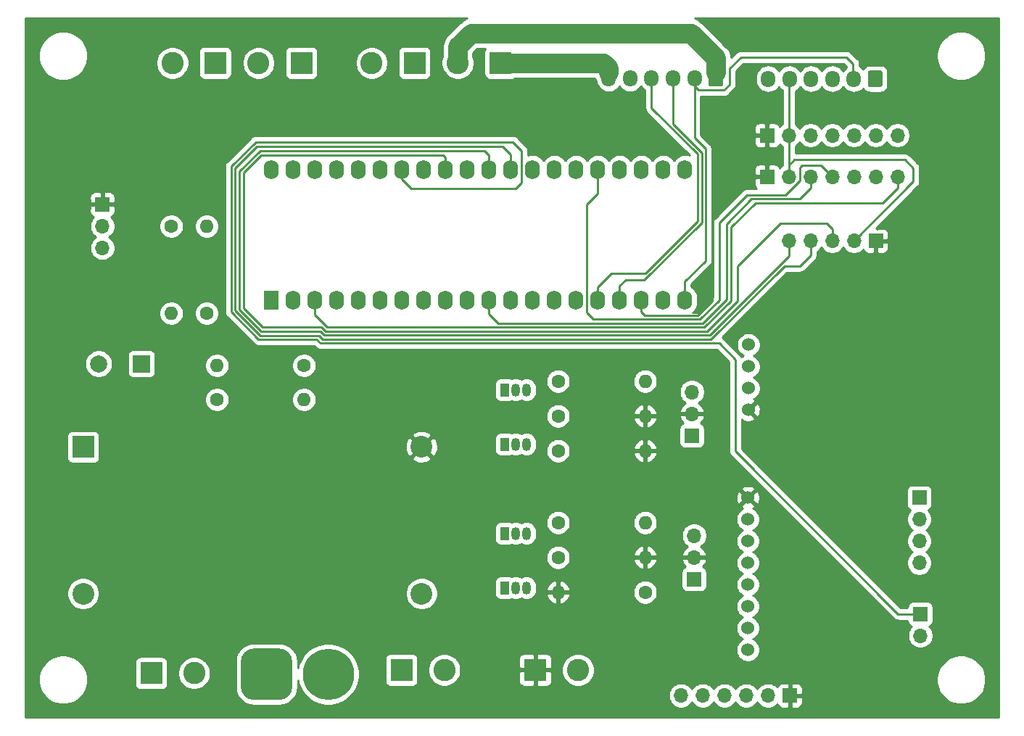
<source format=gtl>
%TF.GenerationSoftware,KiCad,Pcbnew,5.1.10-88a1d61d58~88~ubuntu20.04.1*%
%TF.CreationDate,2021-05-02T12:58:33-03:00*%
%TF.ProjectId,D3_Board,44335f42-6f61-4726-942e-6b696361645f,rev?*%
%TF.SameCoordinates,Original*%
%TF.FileFunction,Copper,L1,Top*%
%TF.FilePolarity,Positive*%
%FSLAX46Y46*%
G04 Gerber Fmt 4.6, Leading zero omitted, Abs format (unit mm)*
G04 Created by KiCad (PCBNEW 5.1.10-88a1d61d58~88~ubuntu20.04.1) date 2021-05-02 12:58:33*
%MOMM*%
%LPD*%
G01*
G04 APERTURE LIST*
%TA.AperFunction,ComponentPad*%
%ADD10C,2.600000*%
%TD*%
%TA.AperFunction,ComponentPad*%
%ADD11R,2.600000X2.600000*%
%TD*%
%TA.AperFunction,ComponentPad*%
%ADD12C,1.524000*%
%TD*%
%TA.AperFunction,ComponentPad*%
%ADD13C,2.540000*%
%TD*%
%TA.AperFunction,ComponentPad*%
%ADD14R,2.540000X2.540000*%
%TD*%
%TA.AperFunction,ComponentPad*%
%ADD15R,1.727200X2.250000*%
%TD*%
%TA.AperFunction,ComponentPad*%
%ADD16O,1.727200X2.250000*%
%TD*%
%TA.AperFunction,ComponentPad*%
%ADD17O,1.600000X1.600000*%
%TD*%
%TA.AperFunction,ComponentPad*%
%ADD18C,1.600000*%
%TD*%
%TA.AperFunction,ComponentPad*%
%ADD19R,1.050000X1.500000*%
%TD*%
%TA.AperFunction,ComponentPad*%
%ADD20O,1.050000X1.500000*%
%TD*%
%TA.AperFunction,ComponentPad*%
%ADD21O,1.700000X1.700000*%
%TD*%
%TA.AperFunction,ComponentPad*%
%ADD22R,1.700000X1.700000*%
%TD*%
%TA.AperFunction,ComponentPad*%
%ADD23O,1.700000X1.950000*%
%TD*%
%TA.AperFunction,ComponentPad*%
%ADD24C,6.000000*%
%TD*%
%TA.AperFunction,ComponentPad*%
%ADD25C,2.000000*%
%TD*%
%TA.AperFunction,ComponentPad*%
%ADD26R,2.000000X2.000000*%
%TD*%
%TA.AperFunction,Conductor*%
%ADD27C,0.250000*%
%TD*%
%TA.AperFunction,Conductor*%
%ADD28C,2.286000*%
%TD*%
%TA.AperFunction,Conductor*%
%ADD29C,0.254000*%
%TD*%
%TA.AperFunction,Conductor*%
%ADD30C,0.100000*%
%TD*%
G04 APERTURE END LIST*
D10*
%TO.P,J5,2*%
%TO.N,Net-(C1-Pad1)*%
X20367000Y-77152500D03*
D11*
%TO.P,J5,1*%
%TO.N,+12V*%
X15367000Y-77152500D03*
%TD*%
D12*
%TO.P,U4,8*%
%TO.N,Net-(U4-Pad8)*%
X85026500Y-74422000D03*
%TO.P,U4,7*%
%TO.N,Net-(U4-Pad7)*%
X85026500Y-71882000D03*
%TO.P,U4,6*%
%TO.N,Net-(U4-Pad6)*%
X85026500Y-69342000D03*
%TO.P,U4,5*%
%TO.N,Net-(U4-Pad5)*%
X85026500Y-66802000D03*
%TO.P,U4,4*%
%TO.N,/SDA*%
X85026500Y-64262000D03*
%TO.P,U4,3*%
%TO.N,/SCL*%
X85026500Y-61722000D03*
%TO.P,U4,2*%
%TO.N,GND*%
X85026500Y-59182000D03*
%TO.P,U4,1*%
%TO.N,+5V*%
X85026500Y-56642000D03*
%TD*%
%TO.P,U3,2*%
%TO.N,/RX_GPS*%
X85090000Y-43878500D03*
%TO.P,U3,3*%
%TO.N,/TX_GPS*%
X85090000Y-41338500D03*
%TO.P,U3,4*%
%TO.N,GND*%
X85090000Y-38798500D03*
%TO.P,U3,1*%
%TO.N,+5V*%
X85090000Y-46418500D03*
%TD*%
D13*
%TO.P,U2,4*%
%TO.N,+5V*%
X46926500Y-50736500D03*
%TO.P,U2,2*%
%TO.N,GND*%
X7429500Y-67881500D03*
%TO.P,U2,3*%
X46926500Y-67881500D03*
D14*
%TO.P,U2,1*%
%TO.N,+12V*%
X7429500Y-50736500D03*
%TD*%
D15*
%TO.P,U1,1*%
%TO.N,Net-(U1-Pad1)*%
X29413200Y-33591500D03*
D16*
%TO.P,U1,2*%
%TO.N,Net-(U1-Pad2)*%
X31953200Y-33591500D03*
%TO.P,U1,3*%
%TO.N,/MOTOR1_PWM*%
X34493200Y-33591500D03*
%TO.P,U1,4*%
%TO.N,/MOTOR2_PWM*%
X37033200Y-33591500D03*
%TO.P,U1,5*%
%TO.N,/ACS*%
X39573200Y-33591500D03*
%TO.P,U1,6*%
%TO.N,/RX_SERIAL*%
X42113200Y-33591500D03*
%TO.P,U1,7*%
%TO.N,/TX_SERIAL*%
X44653200Y-33591500D03*
%TO.P,U1,8*%
%TO.N,/MOTOR2_EN*%
X47193200Y-33591500D03*
%TO.P,U1,9*%
%TO.N,/MOTOR2_INA*%
X49733200Y-33591500D03*
%TO.P,U1,10*%
%TO.N,/MOTOR2_INB*%
X52273200Y-33591500D03*
%TO.P,U1,11*%
%TO.N,/MOTOR1_EN*%
X54813200Y-33591500D03*
%TO.P,U1,12*%
%TO.N,/MOTOR1_INA*%
X57353200Y-33591500D03*
%TO.P,U1,13*%
%TO.N,/MOTOR1_INB*%
X59893200Y-33591500D03*
%TO.P,U1,14*%
%TO.N,/SERVO1*%
X62433200Y-33591500D03*
%TO.P,U1,15*%
%TO.N,/SERVO2*%
X64973200Y-33591500D03*
%TO.P,U1,16*%
%TO.N,/ENCODER1_A*%
X67513200Y-33591500D03*
%TO.P,U1,17*%
%TO.N,/ENCODER1_B*%
X70053200Y-33591500D03*
%TO.P,U1,18*%
%TO.N,+5V*%
X72593200Y-33591500D03*
%TO.P,U1,19*%
%TO.N,GND*%
X75133200Y-33591500D03*
%TO.P,U1,20*%
%TO.N,+3V3*%
X77673200Y-33591500D03*
%TO.P,U1,21*%
%TO.N,Net-(U1-Pad21)*%
X77673200Y-18351500D03*
%TO.P,U1,22*%
%TO.N,Net-(U1-Pad22)*%
X75133200Y-18351500D03*
%TO.P,U1,23*%
%TO.N,Net-(U1-Pad23)*%
X72593200Y-18351500D03*
%TO.P,U1,24*%
%TO.N,Net-(U1-Pad24)*%
X70053200Y-18351500D03*
%TO.P,U1,25*%
%TO.N,/MOTOR1_CS*%
X67513200Y-18351500D03*
%TO.P,U1,26*%
%TO.N,/MOTOR2_CS*%
X64973200Y-18351500D03*
%TO.P,U1,27*%
%TO.N,Net-(U1-Pad27)*%
X62433200Y-18351500D03*
%TO.P,U1,28*%
%TO.N,Net-(U1-Pad28)*%
X59893200Y-18351500D03*
%TO.P,U1,29*%
%TO.N,/CS_LED*%
X57353200Y-18351500D03*
%TO.P,U1,30*%
%TO.N,/CLK_LED*%
X54813200Y-18351500D03*
%TO.P,U1,31*%
%TO.N,Net-(U1-Pad31)*%
X52273200Y-18351500D03*
%TO.P,U1,32*%
%TO.N,/DOUT_LED*%
X49733200Y-18351500D03*
%TO.P,U1,33*%
%TO.N,/AVS*%
X47193200Y-18351500D03*
%TO.P,U1,34*%
%TO.N,/BUZZER*%
X44653200Y-18351500D03*
%TO.P,U1,35*%
%TO.N,/ENCODER2_B*%
X42113200Y-18351500D03*
%TO.P,U1,36*%
%TO.N,/ENCODER2_A*%
X39573200Y-18351500D03*
%TO.P,U1,37*%
%TO.N,Net-(U1-Pad37)*%
X37033200Y-18351500D03*
%TO.P,U1,38*%
%TO.N,+3V3*%
X34493200Y-18351500D03*
%TO.P,U1,39*%
%TO.N,GND*%
X31953200Y-18351500D03*
%TO.P,U1,40*%
X29362400Y-18351500D03*
%TD*%
D17*
%TO.P,R10,2*%
%TO.N,GND*%
X21844000Y-24955500D03*
D18*
%TO.P,R10,1*%
%TO.N,/ACS*%
X21844000Y-35115500D03*
%TD*%
D17*
%TO.P,R9,2*%
%TO.N,/ACS*%
X17716500Y-35115500D03*
D18*
%TO.P,R9,1*%
%TO.N,Net-(J10-Pad2)*%
X17716500Y-24955500D03*
%TD*%
D17*
%TO.P,R8,2*%
%TO.N,+5V*%
X73025000Y-51181000D03*
D18*
%TO.P,R8,1*%
%TO.N,Net-(M2-Pad1)*%
X62865000Y-51181000D03*
%TD*%
D17*
%TO.P,R7,2*%
%TO.N,+5V*%
X62865000Y-67691000D03*
D18*
%TO.P,R7,1*%
%TO.N,Net-(M1-Pad1)*%
X73025000Y-67691000D03*
%TD*%
D17*
%TO.P,R6,2*%
%TO.N,+5V*%
X73025000Y-47117000D03*
D18*
%TO.P,R6,1*%
%TO.N,Net-(Q2-Pad1)*%
X62865000Y-47117000D03*
%TD*%
D17*
%TO.P,R5,2*%
%TO.N,+5V*%
X73025000Y-63627000D03*
D18*
%TO.P,R5,1*%
%TO.N,Net-(Q1-Pad1)*%
X62865000Y-63627000D03*
%TD*%
D17*
%TO.P,R4,2*%
%TO.N,/SERVO2*%
X73025000Y-43053000D03*
D18*
%TO.P,R4,1*%
%TO.N,Net-(Q2-Pad2)*%
X62865000Y-43053000D03*
%TD*%
D17*
%TO.P,R3,2*%
%TO.N,/SERVO1*%
X73025000Y-59563000D03*
D18*
%TO.P,R3,1*%
%TO.N,Net-(Q1-Pad2)*%
X62865000Y-59563000D03*
%TD*%
D17*
%TO.P,R2,2*%
%TO.N,GND*%
X23050500Y-41211500D03*
D18*
%TO.P,R2,1*%
%TO.N,/AVS*%
X33210500Y-41211500D03*
%TD*%
D17*
%TO.P,R1,2*%
%TO.N,/AVS*%
X33210500Y-45212000D03*
D18*
%TO.P,R1,1*%
%TO.N,Net-(C1-Pad1)*%
X23050500Y-45212000D03*
%TD*%
D19*
%TO.P,Q4,1*%
%TO.N,Net-(M2-Pad1)*%
X56642000Y-50419000D03*
D20*
%TO.P,Q4,3*%
%TO.N,GND*%
X59182000Y-50419000D03*
%TO.P,Q4,2*%
%TO.N,Net-(Q2-Pad1)*%
X57912000Y-50419000D03*
%TD*%
D19*
%TO.P,Q3,1*%
%TO.N,Net-(M1-Pad1)*%
X56642000Y-67183000D03*
D20*
%TO.P,Q3,3*%
%TO.N,GND*%
X59182000Y-67183000D03*
%TO.P,Q3,2*%
%TO.N,Net-(Q1-Pad1)*%
X57912000Y-67183000D03*
%TD*%
D19*
%TO.P,Q2,1*%
%TO.N,Net-(Q2-Pad1)*%
X56642000Y-44069000D03*
D20*
%TO.P,Q2,3*%
%TO.N,GND*%
X59182000Y-44069000D03*
%TO.P,Q2,2*%
%TO.N,Net-(Q2-Pad2)*%
X57912000Y-44069000D03*
%TD*%
D19*
%TO.P,Q1,1*%
%TO.N,Net-(Q1-Pad1)*%
X56642000Y-60833000D03*
D20*
%TO.P,Q1,3*%
%TO.N,GND*%
X59182000Y-60833000D03*
%TO.P,Q1,2*%
%TO.N,Net-(Q1-Pad2)*%
X57912000Y-60833000D03*
%TD*%
D21*
%TO.P,M2,3*%
%TO.N,GND*%
X78486000Y-44323000D03*
%TO.P,M2,2*%
%TO.N,+5V*%
X78486000Y-46863000D03*
D22*
%TO.P,M2,1*%
%TO.N,Net-(M2-Pad1)*%
X78486000Y-49403000D03*
%TD*%
D21*
%TO.P,M1,3*%
%TO.N,GND*%
X78740000Y-61087000D03*
%TO.P,M1,2*%
%TO.N,+5V*%
X78740000Y-63627000D03*
D22*
%TO.P,M1,1*%
%TO.N,Net-(M1-Pad1)*%
X78740000Y-66167000D03*
%TD*%
D10*
%TO.P,J17,2*%
%TO.N,/MOTOR2_M2*%
X41101000Y-5900000D03*
D11*
%TO.P,J17,1*%
%TO.N,/MOTOR2_M1*%
X46101000Y-5900000D03*
%TD*%
D10*
%TO.P,J16,2*%
%TO.N,GND*%
X17834600Y-5900000D03*
D11*
%TO.P,J16,1*%
%TO.N,+12V*%
X22834600Y-5900000D03*
%TD*%
D10*
%TO.P,J15,2*%
%TO.N,/MOTOR1_M2*%
X51159400Y-5900000D03*
D11*
%TO.P,J15,1*%
%TO.N,/MOTOR1_M1*%
X56159400Y-5900000D03*
%TD*%
D10*
%TO.P,J14,2*%
%TO.N,GND*%
X27893000Y-5900000D03*
D11*
%TO.P,J14,1*%
%TO.N,+12V*%
X32893000Y-5900000D03*
%TD*%
D22*
%TO.P,J13,1*%
%TO.N,/BUZZER*%
X105156000Y-70231000D03*
D21*
%TO.P,J13,2*%
%TO.N,GND*%
X105156000Y-72771000D03*
%TD*%
D22*
%TO.P,J12,1*%
%TO.N,+5V*%
X87249000Y-14351000D03*
D21*
%TO.P,J12,2*%
%TO.N,GND*%
X89789000Y-14351000D03*
%TO.P,J12,3*%
%TO.N,/MOTOR2_EN*%
X92329000Y-14351000D03*
%TO.P,J12,4*%
%TO.N,/MOTOR2_CS*%
X94869000Y-14351000D03*
%TO.P,J12,5*%
%TO.N,/MOTOR2_INA*%
X97409000Y-14351000D03*
%TO.P,J12,6*%
%TO.N,/MOTOR2_INB*%
X99949000Y-14351000D03*
%TO.P,J12,7*%
%TO.N,/MOTOR2_PWM*%
X102489000Y-14351000D03*
%TD*%
%TO.P,J11,7*%
%TO.N,/MOTOR1_PWM*%
X102489000Y-19177000D03*
%TO.P,J11,6*%
%TO.N,/MOTOR1_INB*%
X99949000Y-19177000D03*
%TO.P,J11,5*%
%TO.N,/MOTOR1_INA*%
X97409000Y-19177000D03*
%TO.P,J11,4*%
%TO.N,/MOTOR1_CS*%
X94869000Y-19177000D03*
%TO.P,J11,3*%
%TO.N,/MOTOR1_EN*%
X92329000Y-19177000D03*
%TO.P,J11,2*%
%TO.N,GND*%
X89789000Y-19177000D03*
D22*
%TO.P,J11,1*%
%TO.N,+5V*%
X87249000Y-19177000D03*
%TD*%
D21*
%TO.P,J10,3*%
%TO.N,GND*%
X9652000Y-27495500D03*
%TO.P,J10,2*%
%TO.N,Net-(J10-Pad2)*%
X9652000Y-24955500D03*
D22*
%TO.P,J10,1*%
%TO.N,+5V*%
X9652000Y-22415500D03*
%TD*%
D23*
%TO.P,J9,6*%
%TO.N,/MOTOR2_M1*%
X87385500Y-7747000D03*
%TO.P,J9,5*%
%TO.N,GND*%
X89885500Y-7747000D03*
%TO.P,J9,4*%
%TO.N,/ENCODER2_A*%
X92385500Y-7747000D03*
%TO.P,J9,3*%
%TO.N,/ENCODER2_B*%
X94885500Y-7747000D03*
%TO.P,J9,2*%
%TO.N,+3V3*%
X97385500Y-7747000D03*
%TO.P,J9,1*%
%TO.N,/MOTOR2_M2*%
%TA.AperFunction,ComponentPad*%
G36*
G01*
X100735500Y-7022000D02*
X100735500Y-8472000D01*
G75*
G02*
X100485500Y-8722000I-250000J0D01*
G01*
X99285500Y-8722000D01*
G75*
G02*
X99035500Y-8472000I0J250000D01*
G01*
X99035500Y-7022000D01*
G75*
G02*
X99285500Y-6772000I250000J0D01*
G01*
X100485500Y-6772000D01*
G75*
G02*
X100735500Y-7022000I0J-250000D01*
G01*
G37*
%TD.AperFunction*%
%TD*%
%TO.P,J8,6*%
%TO.N,/MOTOR1_M1*%
X68780000Y-7683500D03*
%TO.P,J8,5*%
%TO.N,GND*%
X71280000Y-7683500D03*
%TO.P,J8,4*%
%TO.N,/ENCODER1_A*%
X73780000Y-7683500D03*
%TO.P,J8,3*%
%TO.N,/ENCODER1_B*%
X76280000Y-7683500D03*
%TO.P,J8,2*%
%TO.N,+3V3*%
X78780000Y-7683500D03*
%TO.P,J8,1*%
%TO.N,/MOTOR1_M2*%
%TA.AperFunction,ComponentPad*%
G36*
G01*
X82130000Y-6958500D02*
X82130000Y-8408500D01*
G75*
G02*
X81880000Y-8658500I-250000J0D01*
G01*
X80680000Y-8658500D01*
G75*
G02*
X80430000Y-8408500I0J250000D01*
G01*
X80430000Y-6958500D01*
G75*
G02*
X80680000Y-6708500I250000J0D01*
G01*
X81880000Y-6708500D01*
G75*
G02*
X82130000Y-6958500I0J-250000D01*
G01*
G37*
%TD.AperFunction*%
%TD*%
D21*
%TO.P,J7,6*%
%TO.N,GND*%
X77216000Y-79756000D03*
%TO.P,J7,5*%
%TO.N,/RX_SERIAL*%
X79756000Y-79756000D03*
%TO.P,J7,4*%
%TO.N,/TX_SERIAL*%
X82296000Y-79756000D03*
%TO.P,J7,3*%
%TO.N,Net-(J7-Pad3)*%
X84836000Y-79756000D03*
%TO.P,J7,2*%
%TO.N,Net-(J7-Pad2)*%
X87376000Y-79756000D03*
D22*
%TO.P,J7,1*%
%TO.N,+5V*%
X89916000Y-79756000D03*
%TD*%
%TO.P,J6,1*%
%TO.N,+5V*%
X99949000Y-26670000D03*
D21*
%TO.P,J6,2*%
%TO.N,GND*%
X97409000Y-26670000D03*
%TO.P,J6,3*%
%TO.N,/DOUT_LED*%
X94869000Y-26670000D03*
%TO.P,J6,4*%
%TO.N,/CS_LED*%
X92329000Y-26670000D03*
%TO.P,J6,5*%
%TO.N,/CLK_LED*%
X89789000Y-26670000D03*
%TD*%
D22*
%TO.P,J4,1*%
%TO.N,/TX_GPS*%
X105029000Y-56642000D03*
D21*
%TO.P,J4,2*%
%TO.N,/RX_GPS*%
X105029000Y-59182000D03*
%TO.P,J4,3*%
%TO.N,/SCL*%
X105029000Y-61722000D03*
%TO.P,J4,4*%
%TO.N,/SDA*%
X105029000Y-64262000D03*
%TD*%
D10*
%TO.P,J3,2*%
%TO.N,GND*%
X65198000Y-76771500D03*
D11*
%TO.P,J3,1*%
%TO.N,+5V*%
X60198000Y-76771500D03*
%TD*%
D10*
%TO.P,J2,2*%
%TO.N,GND*%
X49577000Y-76771500D03*
D11*
%TO.P,J2,1*%
%TO.N,Net-(C1-Pad1)*%
X44577000Y-76771500D03*
%TD*%
%TO.P,J1,1*%
%TO.N,GND*%
%TA.AperFunction,ComponentPad*%
G36*
G01*
X25829000Y-78779500D02*
X25829000Y-75779500D01*
G75*
G02*
X27329000Y-74279500I1500000J0D01*
G01*
X30329000Y-74279500D01*
G75*
G02*
X31829000Y-75779500I0J-1500000D01*
G01*
X31829000Y-78779500D01*
G75*
G02*
X30329000Y-80279500I-1500000J0D01*
G01*
X27329000Y-80279500D01*
G75*
G02*
X25829000Y-78779500I0J1500000D01*
G01*
G37*
%TD.AperFunction*%
D24*
%TO.P,J1,2*%
%TO.N,Net-(C1-Pad1)*%
X36029000Y-77279500D03*
%TD*%
D25*
%TO.P,C1,2*%
%TO.N,GND*%
X9224000Y-41021000D03*
D26*
%TO.P,C1,1*%
%TO.N,Net-(C1-Pad1)*%
X14224000Y-41021000D03*
%TD*%
D27*
%TO.N,GND*%
X89789000Y-7246600D02*
X89796600Y-7239000D01*
X89789000Y-14351000D02*
X89789000Y-7246600D01*
X97409000Y-26670000D02*
X104330500Y-19748500D01*
X104330500Y-19748500D02*
X104330500Y-18161000D01*
X104330500Y-18161000D02*
X103378000Y-17208500D01*
X90424000Y-17208500D02*
X89789000Y-17843500D01*
X103378000Y-17208500D02*
X90424000Y-17208500D01*
X89789000Y-17843500D02*
X89789000Y-19177000D01*
X89789000Y-14351000D02*
X89789000Y-17843500D01*
%TO.N,+5V*%
X87249000Y-19177000D02*
X85788500Y-19177000D01*
X87249000Y-19177000D02*
X85661500Y-19177000D01*
X72944970Y-35352970D02*
X72593200Y-35001200D01*
X79137530Y-35352970D02*
X72944970Y-35352970D01*
X80835500Y-33655000D02*
X79137530Y-35352970D01*
X80835500Y-24066500D02*
X80835500Y-33655000D01*
X85725000Y-19177000D02*
X80835500Y-24066500D01*
X72593200Y-35001200D02*
X72593200Y-33591500D01*
X87249000Y-19177000D02*
X85725000Y-19177000D01*
%TO.N,/DOUT_LED*%
X49733200Y-16967200D02*
X49733200Y-18351500D01*
X49403000Y-16637000D02*
X49733200Y-16967200D01*
X94869000Y-25273000D02*
X94234000Y-24638000D01*
X26162000Y-34541180D02*
X26162000Y-18670410D01*
X83820000Y-33655000D02*
X80269510Y-37205490D01*
X26162000Y-18670410D02*
X28195410Y-16637000D01*
X88773000Y-24638000D02*
X83820000Y-29591000D01*
X80269510Y-37205490D02*
X35747810Y-37205490D01*
X94869000Y-26670000D02*
X94869000Y-25273000D01*
X28195410Y-16637000D02*
X49403000Y-16637000D01*
X35747810Y-37205490D02*
X35245320Y-36703000D01*
X94234000Y-24638000D02*
X88773000Y-24638000D01*
X35245320Y-36703000D02*
X28323820Y-36703000D01*
X83820000Y-29591000D02*
X83820000Y-33655000D01*
X28323820Y-36703000D02*
X26162000Y-34541180D01*
%TO.N,/CS_LED*%
X92329000Y-28384500D02*
X92329000Y-26670000D01*
X35427490Y-38157990D02*
X80715420Y-38157990D01*
X34988500Y-37719000D02*
X35427490Y-38157990D01*
X25146000Y-34798000D02*
X28067000Y-37719000D01*
X89282410Y-29591000D02*
X91122500Y-29591000D01*
X25146000Y-18161000D02*
X25146000Y-34798000D01*
X27686000Y-15621000D02*
X25146000Y-18161000D01*
X80715420Y-38157990D02*
X89282410Y-29591000D01*
X28067000Y-37719000D02*
X34988500Y-37719000D01*
X56388000Y-15621000D02*
X27686000Y-15621000D01*
X57353200Y-16586200D02*
X56388000Y-15621000D01*
X91122500Y-29591000D02*
X92329000Y-28384500D01*
X57353200Y-18351500D02*
X57353200Y-16586200D01*
%TO.N,/CLK_LED*%
X89789000Y-28448000D02*
X89789000Y-26670000D01*
X80581500Y-37655500D02*
X89789000Y-28448000D01*
X35116910Y-37211000D02*
X35561410Y-37655500D01*
X28195410Y-37211000D02*
X35116910Y-37211000D01*
X35561410Y-37655500D02*
X80581500Y-37655500D01*
X28067000Y-16129000D02*
X25654000Y-18542000D01*
X54229000Y-16129000D02*
X28067000Y-16129000D01*
X54813200Y-16713200D02*
X54229000Y-16129000D01*
X25654000Y-34669590D02*
X28195410Y-37211000D01*
X25654000Y-18542000D02*
X25654000Y-34669590D01*
X54813200Y-18351500D02*
X54813200Y-16713200D01*
D28*
%TO.N,/MOTOR1_M2*%
X81280000Y-7048500D02*
X81280000Y-5334000D01*
X81280000Y-5334000D02*
X78359000Y-2413000D01*
X78359000Y-2413000D02*
X52705000Y-2413000D01*
X51159400Y-3958600D02*
X51159400Y-5900000D01*
X52705000Y-2413000D02*
X51159400Y-3958600D01*
D27*
%TO.N,+3V3*%
X78780000Y-7048500D02*
X78780000Y-14645000D01*
X80079009Y-15944009D02*
X80079009Y-29013991D01*
X78780000Y-14645000D02*
X80079009Y-15944009D01*
X77673200Y-31419800D02*
X77673200Y-33591500D01*
X80079009Y-29013991D02*
X77673200Y-31419800D01*
X82867500Y-6540500D02*
X84201000Y-5207000D01*
X97296600Y-5983600D02*
X97296600Y-7239000D01*
X82867500Y-8445500D02*
X82867500Y-6540500D01*
X96520000Y-5207000D02*
X97296600Y-5983600D01*
X82232500Y-9080500D02*
X82867500Y-8445500D01*
X84201000Y-5207000D02*
X96520000Y-5207000D01*
X79248000Y-9080500D02*
X82232500Y-9080500D01*
X78780000Y-8612500D02*
X79248000Y-9080500D01*
X78780000Y-7239000D02*
X78780000Y-8612500D01*
%TO.N,/ENCODER1_B*%
X76280000Y-13032590D02*
X79629000Y-16381590D01*
X76280000Y-7048500D02*
X76280000Y-13032590D01*
X79629000Y-24512410D02*
X72899410Y-31242000D01*
X79629000Y-16381590D02*
X79629000Y-24512410D01*
X72899410Y-31242000D02*
X70739000Y-31242000D01*
X70053200Y-31927800D02*
X70053200Y-33591500D01*
X70739000Y-31242000D02*
X70053200Y-31927800D01*
%TO.N,/ENCODER1_A*%
X73780000Y-7048500D02*
X73780000Y-11169000D01*
X73780000Y-11169000D02*
X79121000Y-16510000D01*
X79121000Y-16510000D02*
X79121000Y-24384000D01*
X79121000Y-24384000D02*
X73025000Y-30480000D01*
X73025000Y-30480000D02*
X69088000Y-30480000D01*
X67513200Y-32054800D02*
X67513200Y-33591500D01*
X69088000Y-30480000D02*
X67513200Y-32054800D01*
D28*
%TO.N,/MOTOR1_M1*%
X68780000Y-7048500D02*
X68780000Y-6550000D01*
X68130000Y-5900000D02*
X56159400Y-5900000D01*
X68780000Y-6550000D02*
X68130000Y-5900000D01*
D27*
%TO.N,/MOTOR1_PWM*%
X34607500Y-33705800D02*
X34493200Y-33591500D01*
X102489000Y-20510500D02*
X102489000Y-19177000D01*
X100774500Y-22225000D02*
X102489000Y-20510500D01*
X85915500Y-22225000D02*
X100774500Y-22225000D01*
X83058000Y-25082500D02*
X85915500Y-22225000D01*
X35934210Y-36755480D02*
X79957520Y-36755480D01*
X83058000Y-33655000D02*
X83058000Y-25082500D01*
X79957520Y-36755480D02*
X83058000Y-33655000D01*
X34493200Y-35314470D02*
X35934210Y-36755480D01*
X34493200Y-33591500D02*
X34493200Y-35314470D01*
%TO.N,/MOTOR1_CS*%
X67513200Y-21132800D02*
X67513200Y-18351500D01*
X93535500Y-17843500D02*
X91313000Y-17843500D01*
X91313000Y-17843500D02*
X91059000Y-18097500D01*
X81661000Y-33591500D02*
X79438500Y-35814000D01*
X91059000Y-18097500D02*
X91059000Y-19646002D01*
X66230500Y-35052000D02*
X66230500Y-22415500D01*
X91059000Y-19646002D02*
X89380022Y-21324980D01*
X89380022Y-21324980D02*
X84910520Y-21324980D01*
X84910520Y-21324980D02*
X81661000Y-24574500D01*
X94869000Y-19177000D02*
X93535500Y-17843500D01*
X81661000Y-24574500D02*
X81661000Y-33591500D01*
X66230500Y-22415500D02*
X67513200Y-21132800D01*
X79438500Y-35814000D02*
X66992500Y-35814000D01*
X66992500Y-35814000D02*
X66230500Y-35052000D01*
%TO.N,/MOTOR1_EN*%
X54813200Y-35255200D02*
X54813200Y-33591500D01*
X55863470Y-36305470D02*
X55054500Y-35496500D01*
X79771120Y-36305470D02*
X55863470Y-36305470D01*
X82518250Y-33558340D02*
X79771120Y-36305470D01*
X82518250Y-24733250D02*
X82518250Y-33558340D01*
X85465490Y-21786010D02*
X82518250Y-24733250D01*
X91064510Y-21774990D02*
X85465490Y-21774990D01*
X92329000Y-20510500D02*
X91064510Y-21774990D01*
X92329000Y-19177000D02*
X92329000Y-20510500D01*
X55054500Y-35496500D02*
X54813200Y-35255200D01*
X85465490Y-21774990D02*
X85465490Y-21786010D01*
X55360980Y-35802980D02*
X55054500Y-35496500D01*
%TO.N,/BUZZER*%
X57912000Y-20574000D02*
X45720000Y-20574000D01*
X44653200Y-19507200D02*
X44653200Y-18351500D01*
X105156000Y-70231000D02*
X102552500Y-70231000D01*
X57581800Y-15113000D02*
X58623200Y-16154400D01*
X83566000Y-51244500D02*
X83566000Y-40513000D01*
X34665491Y-38169009D02*
X27880599Y-38169009D01*
X45720000Y-20574000D02*
X44653200Y-19507200D01*
X81661000Y-38608000D02*
X35104482Y-38608000D01*
X27880599Y-38169009D02*
X24695991Y-34984401D01*
X35104482Y-38608000D02*
X34665491Y-38169009D01*
X24695990Y-17974600D02*
X27557590Y-15113000D01*
X58623200Y-19862800D02*
X57912000Y-20574000D01*
X58623200Y-16154400D02*
X58623200Y-19862800D01*
X24695991Y-34984401D02*
X24695990Y-17974600D01*
X102552500Y-70231000D02*
X83566000Y-51244500D01*
X83566000Y-40513000D02*
X81661000Y-38608000D01*
X27557590Y-15113000D02*
X57581800Y-15113000D01*
%TD*%
D29*
%TO.N,+5V*%
X52021297Y-762395D02*
X51877516Y-839248D01*
X51712416Y-927495D01*
X51542742Y-1066744D01*
X51441682Y-1149682D01*
X51386007Y-1217522D01*
X49963922Y-2639607D01*
X49896082Y-2695282D01*
X49673895Y-2966018D01*
X49508795Y-3274898D01*
X49407127Y-3610052D01*
X49381400Y-3871263D01*
X49381400Y-3871273D01*
X49372799Y-3958600D01*
X49381400Y-4045928D01*
X49381401Y-5136071D01*
X49298761Y-5335581D01*
X49224400Y-5709419D01*
X49224400Y-6090581D01*
X49298761Y-6464419D01*
X49444625Y-6816566D01*
X49656387Y-7133491D01*
X49925909Y-7403013D01*
X50242834Y-7614775D01*
X50594981Y-7760639D01*
X50968819Y-7835000D01*
X51349981Y-7835000D01*
X51723819Y-7760639D01*
X52075966Y-7614775D01*
X52392891Y-7403013D01*
X52662413Y-7133491D01*
X52874175Y-6816566D01*
X53020039Y-6464419D01*
X53094400Y-6090581D01*
X53094400Y-5709419D01*
X53020039Y-5335581D01*
X52937400Y-5136073D01*
X52937400Y-4695071D01*
X53441471Y-4191000D01*
X54373595Y-4191000D01*
X54328863Y-4245506D01*
X54269898Y-4355820D01*
X54233588Y-4475518D01*
X54221328Y-4600000D01*
X54221328Y-7200000D01*
X54233588Y-7324482D01*
X54269898Y-7444180D01*
X54328863Y-7554494D01*
X54408215Y-7651185D01*
X54504906Y-7730537D01*
X54615220Y-7789502D01*
X54734918Y-7825812D01*
X54859400Y-7838072D01*
X57459400Y-7838072D01*
X57583882Y-7825812D01*
X57703580Y-7789502D01*
X57813894Y-7730537D01*
X57877911Y-7678000D01*
X67112953Y-7678000D01*
X67129395Y-7732202D01*
X67294495Y-8041082D01*
X67312936Y-8063552D01*
X67316487Y-8099610D01*
X67401401Y-8379533D01*
X67539294Y-8637513D01*
X67724866Y-8863634D01*
X67950986Y-9049206D01*
X68208966Y-9187099D01*
X68488889Y-9272013D01*
X68780000Y-9300685D01*
X69071110Y-9272013D01*
X69351033Y-9187099D01*
X69609013Y-9049206D01*
X69835134Y-8863634D01*
X70020706Y-8637514D01*
X70030000Y-8620126D01*
X70039294Y-8637513D01*
X70224866Y-8863634D01*
X70450986Y-9049206D01*
X70708966Y-9187099D01*
X70988889Y-9272013D01*
X71280000Y-9300685D01*
X71571110Y-9272013D01*
X71851033Y-9187099D01*
X72109013Y-9049206D01*
X72335134Y-8863634D01*
X72520706Y-8637514D01*
X72530000Y-8620126D01*
X72539294Y-8637513D01*
X72724866Y-8863634D01*
X72950986Y-9049206D01*
X73020000Y-9086095D01*
X73020001Y-11131668D01*
X73016324Y-11169000D01*
X73030998Y-11317985D01*
X73074454Y-11461246D01*
X73145026Y-11593276D01*
X73216201Y-11680002D01*
X73240000Y-11709001D01*
X73268998Y-11732799D01*
X78228807Y-16692609D01*
X77966977Y-16613184D01*
X77673200Y-16584249D01*
X77379424Y-16613184D01*
X77096937Y-16698875D01*
X76836595Y-16838031D01*
X76608403Y-17025303D01*
X76421131Y-17253494D01*
X76403200Y-17287040D01*
X76385269Y-17253494D01*
X76197997Y-17025303D01*
X75969806Y-16838031D01*
X75709464Y-16698875D01*
X75426977Y-16613184D01*
X75133200Y-16584249D01*
X74839424Y-16613184D01*
X74556937Y-16698875D01*
X74296595Y-16838031D01*
X74068403Y-17025303D01*
X73881131Y-17253494D01*
X73863200Y-17287040D01*
X73845269Y-17253494D01*
X73657997Y-17025303D01*
X73429806Y-16838031D01*
X73169464Y-16698875D01*
X72886977Y-16613184D01*
X72593200Y-16584249D01*
X72299424Y-16613184D01*
X72016937Y-16698875D01*
X71756595Y-16838031D01*
X71528403Y-17025303D01*
X71341131Y-17253494D01*
X71323200Y-17287040D01*
X71305269Y-17253494D01*
X71117997Y-17025303D01*
X70889806Y-16838031D01*
X70629464Y-16698875D01*
X70346977Y-16613184D01*
X70053200Y-16584249D01*
X69759424Y-16613184D01*
X69476937Y-16698875D01*
X69216595Y-16838031D01*
X68988403Y-17025303D01*
X68801131Y-17253494D01*
X68783200Y-17287040D01*
X68765269Y-17253494D01*
X68577997Y-17025303D01*
X68349806Y-16838031D01*
X68089464Y-16698875D01*
X67806977Y-16613184D01*
X67513200Y-16584249D01*
X67219424Y-16613184D01*
X66936937Y-16698875D01*
X66676595Y-16838031D01*
X66448403Y-17025303D01*
X66261131Y-17253494D01*
X66243200Y-17287040D01*
X66225269Y-17253494D01*
X66037997Y-17025303D01*
X65809806Y-16838031D01*
X65549464Y-16698875D01*
X65266977Y-16613184D01*
X64973200Y-16584249D01*
X64679424Y-16613184D01*
X64396937Y-16698875D01*
X64136595Y-16838031D01*
X63908403Y-17025303D01*
X63721131Y-17253494D01*
X63703200Y-17287040D01*
X63685269Y-17253494D01*
X63497997Y-17025303D01*
X63269806Y-16838031D01*
X63009464Y-16698875D01*
X62726977Y-16613184D01*
X62433200Y-16584249D01*
X62139424Y-16613184D01*
X61856937Y-16698875D01*
X61596595Y-16838031D01*
X61368403Y-17025303D01*
X61181131Y-17253494D01*
X61163200Y-17287040D01*
X61145269Y-17253494D01*
X60957997Y-17025303D01*
X60729806Y-16838031D01*
X60469464Y-16698875D01*
X60186977Y-16613184D01*
X59893200Y-16584249D01*
X59599424Y-16613184D01*
X59383200Y-16678774D01*
X59383200Y-16191722D01*
X59386876Y-16154399D01*
X59383200Y-16117077D01*
X59383200Y-16117067D01*
X59372203Y-16005414D01*
X59328746Y-15862153D01*
X59297905Y-15804454D01*
X59258174Y-15730123D01*
X59186999Y-15643397D01*
X59163201Y-15614399D01*
X59134204Y-15590602D01*
X58145604Y-14602002D01*
X58121801Y-14572999D01*
X58006076Y-14478026D01*
X57874047Y-14407454D01*
X57730786Y-14363997D01*
X57619133Y-14353000D01*
X57619122Y-14353000D01*
X57581800Y-14349324D01*
X57544478Y-14353000D01*
X27594923Y-14353000D01*
X27557590Y-14349323D01*
X27520257Y-14353000D01*
X27408604Y-14363997D01*
X27265343Y-14407454D01*
X27133314Y-14478026D01*
X27017589Y-14572999D01*
X26993791Y-14601997D01*
X24184987Y-17410802D01*
X24155989Y-17434600D01*
X24132191Y-17463598D01*
X24061016Y-17550324D01*
X24033302Y-17602173D01*
X23990444Y-17682354D01*
X23946987Y-17825615D01*
X23935990Y-17937268D01*
X23935990Y-17937278D01*
X23932314Y-17974600D01*
X23935990Y-18011922D01*
X23935992Y-34947069D01*
X23932315Y-34984401D01*
X23935992Y-35021733D01*
X23935992Y-35021734D01*
X23943097Y-35093866D01*
X23946989Y-35133386D01*
X23990445Y-35276647D01*
X24061017Y-35408677D01*
X24116494Y-35476275D01*
X24155991Y-35524402D01*
X24184989Y-35548200D01*
X27316799Y-38680011D01*
X27340598Y-38709010D01*
X27456323Y-38803983D01*
X27588352Y-38874555D01*
X27731613Y-38918012D01*
X27843266Y-38929009D01*
X27843276Y-38929009D01*
X27880599Y-38932685D01*
X27917922Y-38929009D01*
X34350690Y-38929009D01*
X34540678Y-39118997D01*
X34564481Y-39148001D01*
X34635141Y-39205990D01*
X34680205Y-39242974D01*
X34812235Y-39313546D01*
X34955496Y-39357003D01*
X35067149Y-39368000D01*
X35067158Y-39368000D01*
X35104481Y-39371676D01*
X35141804Y-39368000D01*
X81346199Y-39368000D01*
X82806001Y-40827803D01*
X82806000Y-51207178D01*
X82802324Y-51244500D01*
X82806000Y-51281822D01*
X82806000Y-51281832D01*
X82816997Y-51393485D01*
X82860454Y-51536746D01*
X82931026Y-51668776D01*
X82956271Y-51699537D01*
X83025999Y-51784501D01*
X83055003Y-51808304D01*
X101988701Y-70742003D01*
X102012499Y-70771001D01*
X102128224Y-70865974D01*
X102260253Y-70936546D01*
X102403514Y-70980003D01*
X102515167Y-70991000D01*
X102515177Y-70991000D01*
X102552500Y-70994676D01*
X102589823Y-70991000D01*
X103667928Y-70991000D01*
X103667928Y-71081000D01*
X103680188Y-71205482D01*
X103716498Y-71325180D01*
X103775463Y-71435494D01*
X103854815Y-71532185D01*
X103951506Y-71611537D01*
X104061820Y-71670502D01*
X104134380Y-71692513D01*
X104002525Y-71824368D01*
X103840010Y-72067589D01*
X103728068Y-72337842D01*
X103671000Y-72624740D01*
X103671000Y-72917260D01*
X103728068Y-73204158D01*
X103840010Y-73474411D01*
X104002525Y-73717632D01*
X104209368Y-73924475D01*
X104452589Y-74086990D01*
X104722842Y-74198932D01*
X105009740Y-74256000D01*
X105302260Y-74256000D01*
X105589158Y-74198932D01*
X105859411Y-74086990D01*
X106102632Y-73924475D01*
X106309475Y-73717632D01*
X106471990Y-73474411D01*
X106583932Y-73204158D01*
X106641000Y-72917260D01*
X106641000Y-72624740D01*
X106583932Y-72337842D01*
X106471990Y-72067589D01*
X106309475Y-71824368D01*
X106177620Y-71692513D01*
X106250180Y-71670502D01*
X106360494Y-71611537D01*
X106457185Y-71532185D01*
X106536537Y-71435494D01*
X106595502Y-71325180D01*
X106631812Y-71205482D01*
X106644072Y-71081000D01*
X106644072Y-69381000D01*
X106631812Y-69256518D01*
X106595502Y-69136820D01*
X106536537Y-69026506D01*
X106457185Y-68929815D01*
X106360494Y-68850463D01*
X106250180Y-68791498D01*
X106130482Y-68755188D01*
X106006000Y-68742928D01*
X104306000Y-68742928D01*
X104181518Y-68755188D01*
X104061820Y-68791498D01*
X103951506Y-68850463D01*
X103854815Y-68929815D01*
X103775463Y-69026506D01*
X103716498Y-69136820D01*
X103680188Y-69256518D01*
X103667928Y-69381000D01*
X103667928Y-69471000D01*
X102867302Y-69471000D01*
X89188302Y-55792000D01*
X103540928Y-55792000D01*
X103540928Y-57492000D01*
X103553188Y-57616482D01*
X103589498Y-57736180D01*
X103648463Y-57846494D01*
X103727815Y-57943185D01*
X103824506Y-58022537D01*
X103934820Y-58081502D01*
X104007380Y-58103513D01*
X103875525Y-58235368D01*
X103713010Y-58478589D01*
X103601068Y-58748842D01*
X103544000Y-59035740D01*
X103544000Y-59328260D01*
X103601068Y-59615158D01*
X103713010Y-59885411D01*
X103875525Y-60128632D01*
X104082368Y-60335475D01*
X104256760Y-60452000D01*
X104082368Y-60568525D01*
X103875525Y-60775368D01*
X103713010Y-61018589D01*
X103601068Y-61288842D01*
X103544000Y-61575740D01*
X103544000Y-61868260D01*
X103601068Y-62155158D01*
X103713010Y-62425411D01*
X103875525Y-62668632D01*
X104082368Y-62875475D01*
X104256760Y-62992000D01*
X104082368Y-63108525D01*
X103875525Y-63315368D01*
X103713010Y-63558589D01*
X103601068Y-63828842D01*
X103544000Y-64115740D01*
X103544000Y-64408260D01*
X103601068Y-64695158D01*
X103713010Y-64965411D01*
X103875525Y-65208632D01*
X104082368Y-65415475D01*
X104325589Y-65577990D01*
X104595842Y-65689932D01*
X104882740Y-65747000D01*
X105175260Y-65747000D01*
X105462158Y-65689932D01*
X105732411Y-65577990D01*
X105975632Y-65415475D01*
X106182475Y-65208632D01*
X106344990Y-64965411D01*
X106456932Y-64695158D01*
X106514000Y-64408260D01*
X106514000Y-64115740D01*
X106456932Y-63828842D01*
X106344990Y-63558589D01*
X106182475Y-63315368D01*
X105975632Y-63108525D01*
X105801240Y-62992000D01*
X105975632Y-62875475D01*
X106182475Y-62668632D01*
X106344990Y-62425411D01*
X106456932Y-62155158D01*
X106514000Y-61868260D01*
X106514000Y-61575740D01*
X106456932Y-61288842D01*
X106344990Y-61018589D01*
X106182475Y-60775368D01*
X105975632Y-60568525D01*
X105801240Y-60452000D01*
X105975632Y-60335475D01*
X106182475Y-60128632D01*
X106344990Y-59885411D01*
X106456932Y-59615158D01*
X106514000Y-59328260D01*
X106514000Y-59035740D01*
X106456932Y-58748842D01*
X106344990Y-58478589D01*
X106182475Y-58235368D01*
X106050620Y-58103513D01*
X106123180Y-58081502D01*
X106233494Y-58022537D01*
X106330185Y-57943185D01*
X106409537Y-57846494D01*
X106468502Y-57736180D01*
X106504812Y-57616482D01*
X106517072Y-57492000D01*
X106517072Y-55792000D01*
X106504812Y-55667518D01*
X106468502Y-55547820D01*
X106409537Y-55437506D01*
X106330185Y-55340815D01*
X106233494Y-55261463D01*
X106123180Y-55202498D01*
X106003482Y-55166188D01*
X105879000Y-55153928D01*
X104179000Y-55153928D01*
X104054518Y-55166188D01*
X103934820Y-55202498D01*
X103824506Y-55261463D01*
X103727815Y-55340815D01*
X103648463Y-55437506D01*
X103589498Y-55547820D01*
X103553188Y-55667518D01*
X103540928Y-55792000D01*
X89188302Y-55792000D01*
X84326000Y-50929699D01*
X84326000Y-47462781D01*
X84371020Y-47624156D01*
X84620048Y-47741256D01*
X84887135Y-47807523D01*
X85162017Y-47820410D01*
X85434133Y-47779422D01*
X85693023Y-47686136D01*
X85808980Y-47624156D01*
X85875960Y-47384065D01*
X85090000Y-46598105D01*
X85075858Y-46612248D01*
X84896253Y-46432643D01*
X84910395Y-46418500D01*
X85269605Y-46418500D01*
X86055565Y-47204460D01*
X86295656Y-47137480D01*
X86412756Y-46888452D01*
X86479023Y-46621365D01*
X86491910Y-46346483D01*
X86450922Y-46074367D01*
X86357636Y-45815477D01*
X86295656Y-45699520D01*
X86055565Y-45632540D01*
X85269605Y-46418500D01*
X84910395Y-46418500D01*
X84896253Y-46404358D01*
X85075858Y-46224753D01*
X85090000Y-46238895D01*
X85875960Y-45452935D01*
X85808980Y-45212844D01*
X85673240Y-45149015D01*
X85751727Y-45116505D01*
X85980535Y-44963620D01*
X86175120Y-44769035D01*
X86328005Y-44540227D01*
X86433314Y-44285990D01*
X86487000Y-44016092D01*
X86487000Y-43740908D01*
X86433314Y-43471010D01*
X86328005Y-43216773D01*
X86175120Y-42987965D01*
X85980535Y-42793380D01*
X85751727Y-42640495D01*
X85674485Y-42608500D01*
X85751727Y-42576505D01*
X85980535Y-42423620D01*
X86175120Y-42229035D01*
X86328005Y-42000227D01*
X86433314Y-41745990D01*
X86487000Y-41476092D01*
X86487000Y-41200908D01*
X86433314Y-40931010D01*
X86328005Y-40676773D01*
X86175120Y-40447965D01*
X85980535Y-40253380D01*
X85751727Y-40100495D01*
X85674485Y-40068500D01*
X85751727Y-40036505D01*
X85980535Y-39883620D01*
X86175120Y-39689035D01*
X86328005Y-39460227D01*
X86433314Y-39205990D01*
X86487000Y-38936092D01*
X86487000Y-38660908D01*
X86433314Y-38391010D01*
X86328005Y-38136773D01*
X86175120Y-37907965D01*
X85980535Y-37713380D01*
X85751727Y-37560495D01*
X85497490Y-37455186D01*
X85227592Y-37401500D01*
X84952408Y-37401500D01*
X84682510Y-37455186D01*
X84428273Y-37560495D01*
X84199465Y-37713380D01*
X84004880Y-37907965D01*
X83851995Y-38136773D01*
X83746686Y-38391010D01*
X83693000Y-38660908D01*
X83693000Y-38936092D01*
X83746686Y-39205990D01*
X83851995Y-39460227D01*
X84004880Y-39689035D01*
X84199465Y-39883620D01*
X84428273Y-40036505D01*
X84505515Y-40068500D01*
X84428273Y-40100495D01*
X84265427Y-40209305D01*
X84200974Y-40088724D01*
X84106001Y-39972999D01*
X84077003Y-39949201D01*
X82224804Y-38097003D01*
X82201001Y-38067999D01*
X82085276Y-37973026D01*
X82013533Y-37934678D01*
X89597213Y-30351000D01*
X91085178Y-30351000D01*
X91122500Y-30354676D01*
X91159822Y-30351000D01*
X91159833Y-30351000D01*
X91271486Y-30340003D01*
X91414747Y-30296546D01*
X91546776Y-30225974D01*
X91662501Y-30131001D01*
X91686304Y-30101997D01*
X92840004Y-28948298D01*
X92869001Y-28924501D01*
X92963974Y-28808776D01*
X93034546Y-28676747D01*
X93078003Y-28533486D01*
X93089000Y-28421833D01*
X93089000Y-28421825D01*
X93092676Y-28384500D01*
X93089000Y-28347175D01*
X93089000Y-27948178D01*
X93275632Y-27823475D01*
X93482475Y-27616632D01*
X93599000Y-27442240D01*
X93715525Y-27616632D01*
X93922368Y-27823475D01*
X94165589Y-27985990D01*
X94435842Y-28097932D01*
X94722740Y-28155000D01*
X95015260Y-28155000D01*
X95302158Y-28097932D01*
X95572411Y-27985990D01*
X95815632Y-27823475D01*
X96022475Y-27616632D01*
X96139000Y-27442240D01*
X96255525Y-27616632D01*
X96462368Y-27823475D01*
X96705589Y-27985990D01*
X96975842Y-28097932D01*
X97262740Y-28155000D01*
X97555260Y-28155000D01*
X97842158Y-28097932D01*
X98112411Y-27985990D01*
X98355632Y-27823475D01*
X98487487Y-27691620D01*
X98509498Y-27764180D01*
X98568463Y-27874494D01*
X98647815Y-27971185D01*
X98744506Y-28050537D01*
X98854820Y-28109502D01*
X98974518Y-28145812D01*
X99099000Y-28158072D01*
X99663250Y-28155000D01*
X99822000Y-27996250D01*
X99822000Y-26797000D01*
X100076000Y-26797000D01*
X100076000Y-27996250D01*
X100234750Y-28155000D01*
X100799000Y-28158072D01*
X100923482Y-28145812D01*
X101043180Y-28109502D01*
X101153494Y-28050537D01*
X101250185Y-27971185D01*
X101329537Y-27874494D01*
X101388502Y-27764180D01*
X101424812Y-27644482D01*
X101437072Y-27520000D01*
X101434000Y-26955750D01*
X101275250Y-26797000D01*
X100076000Y-26797000D01*
X99822000Y-26797000D01*
X99802000Y-26797000D01*
X99802000Y-26543000D01*
X99822000Y-26543000D01*
X99822000Y-26523000D01*
X100076000Y-26523000D01*
X100076000Y-26543000D01*
X101275250Y-26543000D01*
X101434000Y-26384250D01*
X101437072Y-25820000D01*
X101424812Y-25695518D01*
X101388502Y-25575820D01*
X101329537Y-25465506D01*
X101250185Y-25368815D01*
X101153494Y-25289463D01*
X101043180Y-25230498D01*
X100923482Y-25194188D01*
X100799000Y-25181928D01*
X100234750Y-25185000D01*
X100076002Y-25343748D01*
X100076002Y-25185000D01*
X99968802Y-25185000D01*
X104841504Y-20312298D01*
X104870501Y-20288501D01*
X104965474Y-20172776D01*
X105036046Y-20040747D01*
X105079503Y-19897486D01*
X105090500Y-19785833D01*
X105090500Y-19785824D01*
X105094176Y-19748501D01*
X105090500Y-19711178D01*
X105090500Y-18198322D01*
X105094176Y-18160999D01*
X105090500Y-18123676D01*
X105090500Y-18123667D01*
X105079503Y-18012014D01*
X105036046Y-17868753D01*
X104965474Y-17736724D01*
X104948632Y-17716202D01*
X104894299Y-17649996D01*
X104894295Y-17649992D01*
X104870501Y-17620999D01*
X104841508Y-17597205D01*
X103941803Y-16697502D01*
X103918001Y-16668499D01*
X103802276Y-16573526D01*
X103670247Y-16502954D01*
X103526986Y-16459497D01*
X103415333Y-16448500D01*
X103415322Y-16448500D01*
X103378000Y-16444824D01*
X103340678Y-16448500D01*
X90549000Y-16448500D01*
X90549000Y-15629178D01*
X90735632Y-15504475D01*
X90942475Y-15297632D01*
X91059000Y-15123240D01*
X91175525Y-15297632D01*
X91382368Y-15504475D01*
X91625589Y-15666990D01*
X91895842Y-15778932D01*
X92182740Y-15836000D01*
X92475260Y-15836000D01*
X92762158Y-15778932D01*
X93032411Y-15666990D01*
X93275632Y-15504475D01*
X93482475Y-15297632D01*
X93599000Y-15123240D01*
X93715525Y-15297632D01*
X93922368Y-15504475D01*
X94165589Y-15666990D01*
X94435842Y-15778932D01*
X94722740Y-15836000D01*
X95015260Y-15836000D01*
X95302158Y-15778932D01*
X95572411Y-15666990D01*
X95815632Y-15504475D01*
X96022475Y-15297632D01*
X96139000Y-15123240D01*
X96255525Y-15297632D01*
X96462368Y-15504475D01*
X96705589Y-15666990D01*
X96975842Y-15778932D01*
X97262740Y-15836000D01*
X97555260Y-15836000D01*
X97842158Y-15778932D01*
X98112411Y-15666990D01*
X98355632Y-15504475D01*
X98562475Y-15297632D01*
X98679000Y-15123240D01*
X98795525Y-15297632D01*
X99002368Y-15504475D01*
X99245589Y-15666990D01*
X99515842Y-15778932D01*
X99802740Y-15836000D01*
X100095260Y-15836000D01*
X100382158Y-15778932D01*
X100652411Y-15666990D01*
X100895632Y-15504475D01*
X101102475Y-15297632D01*
X101219000Y-15123240D01*
X101335525Y-15297632D01*
X101542368Y-15504475D01*
X101785589Y-15666990D01*
X102055842Y-15778932D01*
X102342740Y-15836000D01*
X102635260Y-15836000D01*
X102922158Y-15778932D01*
X103192411Y-15666990D01*
X103435632Y-15504475D01*
X103642475Y-15297632D01*
X103804990Y-15054411D01*
X103916932Y-14784158D01*
X103974000Y-14497260D01*
X103974000Y-14204740D01*
X103916932Y-13917842D01*
X103804990Y-13647589D01*
X103642475Y-13404368D01*
X103435632Y-13197525D01*
X103192411Y-13035010D01*
X102922158Y-12923068D01*
X102635260Y-12866000D01*
X102342740Y-12866000D01*
X102055842Y-12923068D01*
X101785589Y-13035010D01*
X101542368Y-13197525D01*
X101335525Y-13404368D01*
X101219000Y-13578760D01*
X101102475Y-13404368D01*
X100895632Y-13197525D01*
X100652411Y-13035010D01*
X100382158Y-12923068D01*
X100095260Y-12866000D01*
X99802740Y-12866000D01*
X99515842Y-12923068D01*
X99245589Y-13035010D01*
X99002368Y-13197525D01*
X98795525Y-13404368D01*
X98679000Y-13578760D01*
X98562475Y-13404368D01*
X98355632Y-13197525D01*
X98112411Y-13035010D01*
X97842158Y-12923068D01*
X97555260Y-12866000D01*
X97262740Y-12866000D01*
X96975842Y-12923068D01*
X96705589Y-13035010D01*
X96462368Y-13197525D01*
X96255525Y-13404368D01*
X96139000Y-13578760D01*
X96022475Y-13404368D01*
X95815632Y-13197525D01*
X95572411Y-13035010D01*
X95302158Y-12923068D01*
X95015260Y-12866000D01*
X94722740Y-12866000D01*
X94435842Y-12923068D01*
X94165589Y-13035010D01*
X93922368Y-13197525D01*
X93715525Y-13404368D01*
X93599000Y-13578760D01*
X93482475Y-13404368D01*
X93275632Y-13197525D01*
X93032411Y-13035010D01*
X92762158Y-12923068D01*
X92475260Y-12866000D01*
X92182740Y-12866000D01*
X91895842Y-12923068D01*
X91625589Y-13035010D01*
X91382368Y-13197525D01*
X91175525Y-13404368D01*
X91059000Y-13578760D01*
X90942475Y-13404368D01*
X90735632Y-13197525D01*
X90549000Y-13072822D01*
X90549000Y-9201174D01*
X90714513Y-9112706D01*
X90940634Y-8927134D01*
X91126206Y-8701014D01*
X91135500Y-8683626D01*
X91144794Y-8701013D01*
X91330366Y-8927134D01*
X91556486Y-9112706D01*
X91814466Y-9250599D01*
X92094389Y-9335513D01*
X92385500Y-9364185D01*
X92676610Y-9335513D01*
X92956533Y-9250599D01*
X93214513Y-9112706D01*
X93440634Y-8927134D01*
X93626206Y-8701014D01*
X93635500Y-8683626D01*
X93644794Y-8701013D01*
X93830366Y-8927134D01*
X94056486Y-9112706D01*
X94314466Y-9250599D01*
X94594389Y-9335513D01*
X94885500Y-9364185D01*
X95176610Y-9335513D01*
X95456533Y-9250599D01*
X95714513Y-9112706D01*
X95940634Y-8927134D01*
X96126206Y-8701014D01*
X96135500Y-8683626D01*
X96144794Y-8701013D01*
X96330366Y-8927134D01*
X96556486Y-9112706D01*
X96814466Y-9250599D01*
X97094389Y-9335513D01*
X97385500Y-9364185D01*
X97676610Y-9335513D01*
X97956533Y-9250599D01*
X98214513Y-9112706D01*
X98440634Y-8927134D01*
X98492723Y-8863663D01*
X98547095Y-8965386D01*
X98657538Y-9099962D01*
X98792114Y-9210405D01*
X98945650Y-9292472D01*
X99112246Y-9343008D01*
X99285500Y-9360072D01*
X100485500Y-9360072D01*
X100658754Y-9343008D01*
X100825350Y-9292472D01*
X100978886Y-9210405D01*
X101113462Y-9099962D01*
X101223905Y-8965386D01*
X101305972Y-8811850D01*
X101356508Y-8645254D01*
X101373572Y-8472000D01*
X101373572Y-7022000D01*
X101356508Y-6848746D01*
X101305972Y-6682150D01*
X101223905Y-6528614D01*
X101113462Y-6394038D01*
X100978886Y-6283595D01*
X100825350Y-6201528D01*
X100658754Y-6150992D01*
X100485500Y-6133928D01*
X99285500Y-6133928D01*
X99112246Y-6150992D01*
X98945650Y-6201528D01*
X98792114Y-6283595D01*
X98657538Y-6394038D01*
X98547095Y-6528614D01*
X98492723Y-6630337D01*
X98440634Y-6566866D01*
X98214514Y-6381294D01*
X98056600Y-6296887D01*
X98056600Y-6020922D01*
X98060276Y-5983599D01*
X98056600Y-5946276D01*
X98056600Y-5946267D01*
X98045603Y-5834614D01*
X98002146Y-5691353D01*
X97931574Y-5559324D01*
X97836601Y-5443599D01*
X97807604Y-5419802D01*
X97183654Y-4795852D01*
X107035000Y-4795852D01*
X107035000Y-5364148D01*
X107145869Y-5921523D01*
X107363346Y-6446560D01*
X107679074Y-6919080D01*
X108080920Y-7320926D01*
X108553440Y-7636654D01*
X109078477Y-7854131D01*
X109635852Y-7965000D01*
X110204148Y-7965000D01*
X110761523Y-7854131D01*
X111286560Y-7636654D01*
X111759080Y-7320926D01*
X112160926Y-6919080D01*
X112476654Y-6446560D01*
X112694131Y-5921523D01*
X112805000Y-5364148D01*
X112805000Y-4795852D01*
X112694131Y-4238477D01*
X112476654Y-3713440D01*
X112160926Y-3240920D01*
X111759080Y-2839074D01*
X111286560Y-2523346D01*
X110761523Y-2305869D01*
X110204148Y-2195000D01*
X109635852Y-2195000D01*
X109078477Y-2305869D01*
X108553440Y-2523346D01*
X108080920Y-2839074D01*
X107679074Y-3240920D01*
X107363346Y-3713440D01*
X107145869Y-4238477D01*
X107035000Y-4795852D01*
X97183654Y-4795852D01*
X97083803Y-4696002D01*
X97060001Y-4666999D01*
X96944276Y-4572026D01*
X96812247Y-4501454D01*
X96668986Y-4457997D01*
X96557333Y-4447000D01*
X96557322Y-4447000D01*
X96520000Y-4443324D01*
X96482678Y-4447000D01*
X84238325Y-4447000D01*
X84201000Y-4443324D01*
X84163675Y-4447000D01*
X84163667Y-4447000D01*
X84052014Y-4457997D01*
X83908753Y-4501454D01*
X83776724Y-4572026D01*
X83660999Y-4666999D01*
X83637201Y-4695997D01*
X83060558Y-5272641D01*
X83058000Y-5246672D01*
X83058000Y-5246662D01*
X83032273Y-4985451D01*
X82930605Y-4650297D01*
X82765505Y-4341417D01*
X82737381Y-4307148D01*
X82598993Y-4138521D01*
X82598988Y-4138516D01*
X82543318Y-4070682D01*
X82475483Y-4015011D01*
X79677993Y-1217522D01*
X79622318Y-1149682D01*
X79351583Y-927495D01*
X79042703Y-762395D01*
X78787566Y-685000D01*
X114315000Y-685000D01*
X114315001Y-82315000D01*
X685000Y-82315000D01*
X685000Y-77635852D01*
X2195000Y-77635852D01*
X2195000Y-78204148D01*
X2305869Y-78761523D01*
X2523346Y-79286560D01*
X2839074Y-79759080D01*
X3240920Y-80160926D01*
X3713440Y-80476654D01*
X4238477Y-80694131D01*
X4795852Y-80805000D01*
X5364148Y-80805000D01*
X5921523Y-80694131D01*
X6446560Y-80476654D01*
X6919080Y-80160926D01*
X7320926Y-79759080D01*
X7636654Y-79286560D01*
X7854131Y-78761523D01*
X7965000Y-78204148D01*
X7965000Y-77635852D01*
X7854131Y-77078477D01*
X7636654Y-76553440D01*
X7320926Y-76080920D01*
X7092506Y-75852500D01*
X13428928Y-75852500D01*
X13428928Y-78452500D01*
X13441188Y-78576982D01*
X13477498Y-78696680D01*
X13536463Y-78806994D01*
X13615815Y-78903685D01*
X13712506Y-78983037D01*
X13822820Y-79042002D01*
X13942518Y-79078312D01*
X14067000Y-79090572D01*
X16667000Y-79090572D01*
X16791482Y-79078312D01*
X16911180Y-79042002D01*
X17021494Y-78983037D01*
X17118185Y-78903685D01*
X17197537Y-78806994D01*
X17256502Y-78696680D01*
X17292812Y-78576982D01*
X17305072Y-78452500D01*
X17305072Y-76961919D01*
X18432000Y-76961919D01*
X18432000Y-77343081D01*
X18506361Y-77716919D01*
X18652225Y-78069066D01*
X18863987Y-78385991D01*
X19133509Y-78655513D01*
X19450434Y-78867275D01*
X19802581Y-79013139D01*
X20176419Y-79087500D01*
X20557581Y-79087500D01*
X20931419Y-79013139D01*
X21283566Y-78867275D01*
X21600491Y-78655513D01*
X21870013Y-78385991D01*
X22081775Y-78069066D01*
X22227639Y-77716919D01*
X22302000Y-77343081D01*
X22302000Y-76961919D01*
X22227639Y-76588081D01*
X22081775Y-76235934D01*
X21870013Y-75919009D01*
X21730504Y-75779500D01*
X25190928Y-75779500D01*
X25190928Y-78779500D01*
X25232010Y-79196617D01*
X25353679Y-79597705D01*
X25551258Y-79967349D01*
X25817155Y-80291345D01*
X26141151Y-80557242D01*
X26510795Y-80754821D01*
X26911883Y-80876490D01*
X27329000Y-80917572D01*
X30329000Y-80917572D01*
X30746117Y-80876490D01*
X31147205Y-80754821D01*
X31516849Y-80557242D01*
X31840845Y-80291345D01*
X32106742Y-79967349D01*
X32304321Y-79597705D01*
X32425990Y-79196617D01*
X32467072Y-78779500D01*
X32467072Y-78004874D01*
X32533691Y-78339790D01*
X32807705Y-79001318D01*
X33205511Y-79596677D01*
X33711823Y-80102989D01*
X34307182Y-80500795D01*
X34968710Y-80774809D01*
X35670984Y-80914500D01*
X36387016Y-80914500D01*
X37089290Y-80774809D01*
X37750818Y-80500795D01*
X38346177Y-80102989D01*
X38839426Y-79609740D01*
X75731000Y-79609740D01*
X75731000Y-79902260D01*
X75788068Y-80189158D01*
X75900010Y-80459411D01*
X76062525Y-80702632D01*
X76269368Y-80909475D01*
X76512589Y-81071990D01*
X76782842Y-81183932D01*
X77069740Y-81241000D01*
X77362260Y-81241000D01*
X77649158Y-81183932D01*
X77919411Y-81071990D01*
X78162632Y-80909475D01*
X78369475Y-80702632D01*
X78486000Y-80528240D01*
X78602525Y-80702632D01*
X78809368Y-80909475D01*
X79052589Y-81071990D01*
X79322842Y-81183932D01*
X79609740Y-81241000D01*
X79902260Y-81241000D01*
X80189158Y-81183932D01*
X80459411Y-81071990D01*
X80702632Y-80909475D01*
X80909475Y-80702632D01*
X81026000Y-80528240D01*
X81142525Y-80702632D01*
X81349368Y-80909475D01*
X81592589Y-81071990D01*
X81862842Y-81183932D01*
X82149740Y-81241000D01*
X82442260Y-81241000D01*
X82729158Y-81183932D01*
X82999411Y-81071990D01*
X83242632Y-80909475D01*
X83449475Y-80702632D01*
X83566000Y-80528240D01*
X83682525Y-80702632D01*
X83889368Y-80909475D01*
X84132589Y-81071990D01*
X84402842Y-81183932D01*
X84689740Y-81241000D01*
X84982260Y-81241000D01*
X85269158Y-81183932D01*
X85539411Y-81071990D01*
X85782632Y-80909475D01*
X85989475Y-80702632D01*
X86106000Y-80528240D01*
X86222525Y-80702632D01*
X86429368Y-80909475D01*
X86672589Y-81071990D01*
X86942842Y-81183932D01*
X87229740Y-81241000D01*
X87522260Y-81241000D01*
X87809158Y-81183932D01*
X88079411Y-81071990D01*
X88322632Y-80909475D01*
X88454487Y-80777620D01*
X88476498Y-80850180D01*
X88535463Y-80960494D01*
X88614815Y-81057185D01*
X88711506Y-81136537D01*
X88821820Y-81195502D01*
X88941518Y-81231812D01*
X89066000Y-81244072D01*
X89630250Y-81241000D01*
X89789000Y-81082250D01*
X89789000Y-79883000D01*
X90043000Y-79883000D01*
X90043000Y-81082250D01*
X90201750Y-81241000D01*
X90766000Y-81244072D01*
X90890482Y-81231812D01*
X91010180Y-81195502D01*
X91120494Y-81136537D01*
X91217185Y-81057185D01*
X91296537Y-80960494D01*
X91355502Y-80850180D01*
X91391812Y-80730482D01*
X91404072Y-80606000D01*
X91401000Y-80041750D01*
X91242250Y-79883000D01*
X90043000Y-79883000D01*
X89789000Y-79883000D01*
X89769000Y-79883000D01*
X89769000Y-79629000D01*
X89789000Y-79629000D01*
X89789000Y-78429750D01*
X90043000Y-78429750D01*
X90043000Y-79629000D01*
X91242250Y-79629000D01*
X91401000Y-79470250D01*
X91404072Y-78906000D01*
X91391812Y-78781518D01*
X91355502Y-78661820D01*
X91296537Y-78551506D01*
X91217185Y-78454815D01*
X91120494Y-78375463D01*
X91010180Y-78316498D01*
X90890482Y-78280188D01*
X90766000Y-78267928D01*
X90201750Y-78271000D01*
X90043000Y-78429750D01*
X89789000Y-78429750D01*
X89630250Y-78271000D01*
X89066000Y-78267928D01*
X88941518Y-78280188D01*
X88821820Y-78316498D01*
X88711506Y-78375463D01*
X88614815Y-78454815D01*
X88535463Y-78551506D01*
X88476498Y-78661820D01*
X88454487Y-78734380D01*
X88322632Y-78602525D01*
X88079411Y-78440010D01*
X87809158Y-78328068D01*
X87522260Y-78271000D01*
X87229740Y-78271000D01*
X86942842Y-78328068D01*
X86672589Y-78440010D01*
X86429368Y-78602525D01*
X86222525Y-78809368D01*
X86106000Y-78983760D01*
X85989475Y-78809368D01*
X85782632Y-78602525D01*
X85539411Y-78440010D01*
X85269158Y-78328068D01*
X84982260Y-78271000D01*
X84689740Y-78271000D01*
X84402842Y-78328068D01*
X84132589Y-78440010D01*
X83889368Y-78602525D01*
X83682525Y-78809368D01*
X83566000Y-78983760D01*
X83449475Y-78809368D01*
X83242632Y-78602525D01*
X82999411Y-78440010D01*
X82729158Y-78328068D01*
X82442260Y-78271000D01*
X82149740Y-78271000D01*
X81862842Y-78328068D01*
X81592589Y-78440010D01*
X81349368Y-78602525D01*
X81142525Y-78809368D01*
X81026000Y-78983760D01*
X80909475Y-78809368D01*
X80702632Y-78602525D01*
X80459411Y-78440010D01*
X80189158Y-78328068D01*
X79902260Y-78271000D01*
X79609740Y-78271000D01*
X79322842Y-78328068D01*
X79052589Y-78440010D01*
X78809368Y-78602525D01*
X78602525Y-78809368D01*
X78486000Y-78983760D01*
X78369475Y-78809368D01*
X78162632Y-78602525D01*
X77919411Y-78440010D01*
X77649158Y-78328068D01*
X77362260Y-78271000D01*
X77069740Y-78271000D01*
X76782842Y-78328068D01*
X76512589Y-78440010D01*
X76269368Y-78602525D01*
X76062525Y-78809368D01*
X75900010Y-79052589D01*
X75788068Y-79322842D01*
X75731000Y-79609740D01*
X38839426Y-79609740D01*
X38852489Y-79596677D01*
X39250295Y-79001318D01*
X39524309Y-78339790D01*
X39664000Y-77637516D01*
X39664000Y-76921484D01*
X39524309Y-76219210D01*
X39250295Y-75557682D01*
X39192711Y-75471500D01*
X42638928Y-75471500D01*
X42638928Y-78071500D01*
X42651188Y-78195982D01*
X42687498Y-78315680D01*
X42746463Y-78425994D01*
X42825815Y-78522685D01*
X42922506Y-78602037D01*
X43032820Y-78661002D01*
X43152518Y-78697312D01*
X43277000Y-78709572D01*
X45877000Y-78709572D01*
X46001482Y-78697312D01*
X46121180Y-78661002D01*
X46231494Y-78602037D01*
X46328185Y-78522685D01*
X46407537Y-78425994D01*
X46466502Y-78315680D01*
X46502812Y-78195982D01*
X46515072Y-78071500D01*
X46515072Y-76580919D01*
X47642000Y-76580919D01*
X47642000Y-76962081D01*
X47716361Y-77335919D01*
X47862225Y-77688066D01*
X48073987Y-78004991D01*
X48343509Y-78274513D01*
X48660434Y-78486275D01*
X49012581Y-78632139D01*
X49386419Y-78706500D01*
X49767581Y-78706500D01*
X50141419Y-78632139D01*
X50493566Y-78486275D01*
X50810491Y-78274513D01*
X51013504Y-78071500D01*
X58259928Y-78071500D01*
X58272188Y-78195982D01*
X58308498Y-78315680D01*
X58367463Y-78425994D01*
X58446815Y-78522685D01*
X58543506Y-78602037D01*
X58653820Y-78661002D01*
X58773518Y-78697312D01*
X58898000Y-78709572D01*
X59912250Y-78706500D01*
X60071000Y-78547750D01*
X60071000Y-76898500D01*
X60325000Y-76898500D01*
X60325000Y-78547750D01*
X60483750Y-78706500D01*
X61498000Y-78709572D01*
X61622482Y-78697312D01*
X61742180Y-78661002D01*
X61852494Y-78602037D01*
X61949185Y-78522685D01*
X62028537Y-78425994D01*
X62087502Y-78315680D01*
X62123812Y-78195982D01*
X62136072Y-78071500D01*
X62133000Y-77057250D01*
X61974250Y-76898500D01*
X60325000Y-76898500D01*
X60071000Y-76898500D01*
X58421750Y-76898500D01*
X58263000Y-77057250D01*
X58259928Y-78071500D01*
X51013504Y-78071500D01*
X51080013Y-78004991D01*
X51291775Y-77688066D01*
X51437639Y-77335919D01*
X51512000Y-76962081D01*
X51512000Y-76580919D01*
X51437639Y-76207081D01*
X51291775Y-75854934D01*
X51080013Y-75538009D01*
X51013504Y-75471500D01*
X58259928Y-75471500D01*
X58263000Y-76485750D01*
X58421750Y-76644500D01*
X60071000Y-76644500D01*
X60071000Y-74995250D01*
X60325000Y-74995250D01*
X60325000Y-76644500D01*
X61974250Y-76644500D01*
X62037831Y-76580919D01*
X63263000Y-76580919D01*
X63263000Y-76962081D01*
X63337361Y-77335919D01*
X63483225Y-77688066D01*
X63694987Y-78004991D01*
X63964509Y-78274513D01*
X64281434Y-78486275D01*
X64633581Y-78632139D01*
X65007419Y-78706500D01*
X65388581Y-78706500D01*
X65762419Y-78632139D01*
X66114566Y-78486275D01*
X66431491Y-78274513D01*
X66701013Y-78004991D01*
X66912775Y-77688066D01*
X66934402Y-77635852D01*
X107035000Y-77635852D01*
X107035000Y-78204148D01*
X107145869Y-78761523D01*
X107363346Y-79286560D01*
X107679074Y-79759080D01*
X108080920Y-80160926D01*
X108553440Y-80476654D01*
X109078477Y-80694131D01*
X109635852Y-80805000D01*
X110204148Y-80805000D01*
X110761523Y-80694131D01*
X111286560Y-80476654D01*
X111759080Y-80160926D01*
X112160926Y-79759080D01*
X112476654Y-79286560D01*
X112694131Y-78761523D01*
X112805000Y-78204148D01*
X112805000Y-77635852D01*
X112694131Y-77078477D01*
X112476654Y-76553440D01*
X112160926Y-76080920D01*
X111759080Y-75679074D01*
X111286560Y-75363346D01*
X110761523Y-75145869D01*
X110204148Y-75035000D01*
X109635852Y-75035000D01*
X109078477Y-75145869D01*
X108553440Y-75363346D01*
X108080920Y-75679074D01*
X107679074Y-76080920D01*
X107363346Y-76553440D01*
X107145869Y-77078477D01*
X107035000Y-77635852D01*
X66934402Y-77635852D01*
X67058639Y-77335919D01*
X67133000Y-76962081D01*
X67133000Y-76580919D01*
X67058639Y-76207081D01*
X66912775Y-75854934D01*
X66701013Y-75538009D01*
X66431491Y-75268487D01*
X66114566Y-75056725D01*
X65762419Y-74910861D01*
X65388581Y-74836500D01*
X65007419Y-74836500D01*
X64633581Y-74910861D01*
X64281434Y-75056725D01*
X63964509Y-75268487D01*
X63694987Y-75538009D01*
X63483225Y-75854934D01*
X63337361Y-76207081D01*
X63263000Y-76580919D01*
X62037831Y-76580919D01*
X62133000Y-76485750D01*
X62136072Y-75471500D01*
X62123812Y-75347018D01*
X62087502Y-75227320D01*
X62028537Y-75117006D01*
X61949185Y-75020315D01*
X61852494Y-74940963D01*
X61742180Y-74881998D01*
X61622482Y-74845688D01*
X61498000Y-74833428D01*
X60483750Y-74836500D01*
X60325000Y-74995250D01*
X60071000Y-74995250D01*
X59912250Y-74836500D01*
X58898000Y-74833428D01*
X58773518Y-74845688D01*
X58653820Y-74881998D01*
X58543506Y-74940963D01*
X58446815Y-75020315D01*
X58367463Y-75117006D01*
X58308498Y-75227320D01*
X58272188Y-75347018D01*
X58259928Y-75471500D01*
X51013504Y-75471500D01*
X50810491Y-75268487D01*
X50493566Y-75056725D01*
X50141419Y-74910861D01*
X49767581Y-74836500D01*
X49386419Y-74836500D01*
X49012581Y-74910861D01*
X48660434Y-75056725D01*
X48343509Y-75268487D01*
X48073987Y-75538009D01*
X47862225Y-75854934D01*
X47716361Y-76207081D01*
X47642000Y-76580919D01*
X46515072Y-76580919D01*
X46515072Y-75471500D01*
X46502812Y-75347018D01*
X46466502Y-75227320D01*
X46407537Y-75117006D01*
X46328185Y-75020315D01*
X46231494Y-74940963D01*
X46121180Y-74881998D01*
X46001482Y-74845688D01*
X45877000Y-74833428D01*
X43277000Y-74833428D01*
X43152518Y-74845688D01*
X43032820Y-74881998D01*
X42922506Y-74940963D01*
X42825815Y-75020315D01*
X42746463Y-75117006D01*
X42687498Y-75227320D01*
X42651188Y-75347018D01*
X42638928Y-75471500D01*
X39192711Y-75471500D01*
X38852489Y-74962323D01*
X38346177Y-74456011D01*
X37750818Y-74058205D01*
X37089290Y-73784191D01*
X36387016Y-73644500D01*
X35670984Y-73644500D01*
X34968710Y-73784191D01*
X34307182Y-74058205D01*
X33711823Y-74456011D01*
X33205511Y-74962323D01*
X32807705Y-75557682D01*
X32533691Y-76219210D01*
X32467072Y-76554126D01*
X32467072Y-75779500D01*
X32425990Y-75362383D01*
X32304321Y-74961295D01*
X32106742Y-74591651D01*
X31840845Y-74267655D01*
X31516849Y-74001758D01*
X31147205Y-73804179D01*
X30746117Y-73682510D01*
X30329000Y-73641428D01*
X27329000Y-73641428D01*
X26911883Y-73682510D01*
X26510795Y-73804179D01*
X26141151Y-74001758D01*
X25817155Y-74267655D01*
X25551258Y-74591651D01*
X25353679Y-74961295D01*
X25232010Y-75362383D01*
X25190928Y-75779500D01*
X21730504Y-75779500D01*
X21600491Y-75649487D01*
X21283566Y-75437725D01*
X20931419Y-75291861D01*
X20557581Y-75217500D01*
X20176419Y-75217500D01*
X19802581Y-75291861D01*
X19450434Y-75437725D01*
X19133509Y-75649487D01*
X18863987Y-75919009D01*
X18652225Y-76235934D01*
X18506361Y-76588081D01*
X18432000Y-76961919D01*
X17305072Y-76961919D01*
X17305072Y-75852500D01*
X17292812Y-75728018D01*
X17256502Y-75608320D01*
X17197537Y-75498006D01*
X17118185Y-75401315D01*
X17021494Y-75321963D01*
X16911180Y-75262998D01*
X16791482Y-75226688D01*
X16667000Y-75214428D01*
X14067000Y-75214428D01*
X13942518Y-75226688D01*
X13822820Y-75262998D01*
X13712506Y-75321963D01*
X13615815Y-75401315D01*
X13536463Y-75498006D01*
X13477498Y-75608320D01*
X13441188Y-75728018D01*
X13428928Y-75852500D01*
X7092506Y-75852500D01*
X6919080Y-75679074D01*
X6446560Y-75363346D01*
X5921523Y-75145869D01*
X5364148Y-75035000D01*
X4795852Y-75035000D01*
X4238477Y-75145869D01*
X3713440Y-75363346D01*
X3240920Y-75679074D01*
X2839074Y-76080920D01*
X2523346Y-76553440D01*
X2305869Y-77078477D01*
X2195000Y-77635852D01*
X685000Y-77635852D01*
X685000Y-67693874D01*
X5524500Y-67693874D01*
X5524500Y-68069126D01*
X5597709Y-68437168D01*
X5741311Y-68783856D01*
X5949790Y-69095866D01*
X6215134Y-69361210D01*
X6527144Y-69569689D01*
X6873832Y-69713291D01*
X7241874Y-69786500D01*
X7617126Y-69786500D01*
X7985168Y-69713291D01*
X8331856Y-69569689D01*
X8643866Y-69361210D01*
X8909210Y-69095866D01*
X9117689Y-68783856D01*
X9261291Y-68437168D01*
X9334500Y-68069126D01*
X9334500Y-67693874D01*
X45021500Y-67693874D01*
X45021500Y-68069126D01*
X45094709Y-68437168D01*
X45238311Y-68783856D01*
X45446790Y-69095866D01*
X45712134Y-69361210D01*
X46024144Y-69569689D01*
X46370832Y-69713291D01*
X46738874Y-69786500D01*
X47114126Y-69786500D01*
X47482168Y-69713291D01*
X47828856Y-69569689D01*
X48140866Y-69361210D01*
X48406210Y-69095866D01*
X48614689Y-68783856D01*
X48758291Y-68437168D01*
X48831500Y-68069126D01*
X48831500Y-67693874D01*
X48758291Y-67325832D01*
X48614689Y-66979144D01*
X48406210Y-66667134D01*
X48172076Y-66433000D01*
X55478928Y-66433000D01*
X55478928Y-67933000D01*
X55491188Y-68057482D01*
X55527498Y-68177180D01*
X55586463Y-68287494D01*
X55665815Y-68384185D01*
X55762506Y-68463537D01*
X55872820Y-68522502D01*
X55992518Y-68558812D01*
X56117000Y-68571072D01*
X57167000Y-68571072D01*
X57291482Y-68558812D01*
X57411180Y-68522502D01*
X57475902Y-68487907D01*
X57684601Y-68551215D01*
X57912000Y-68573612D01*
X58139400Y-68551215D01*
X58358060Y-68484885D01*
X58547000Y-68383894D01*
X58735941Y-68484885D01*
X58954601Y-68551215D01*
X59182000Y-68573612D01*
X59409400Y-68551215D01*
X59628060Y-68484885D01*
X59829579Y-68377171D01*
X60006212Y-68232212D01*
X60151171Y-68055579D01*
X60159477Y-68040039D01*
X61473096Y-68040039D01*
X61513754Y-68174087D01*
X61633963Y-68428420D01*
X61801481Y-68654414D01*
X62009869Y-68843385D01*
X62251119Y-68988070D01*
X62515960Y-69082909D01*
X62738000Y-68961624D01*
X62738000Y-67818000D01*
X62992000Y-67818000D01*
X62992000Y-68961624D01*
X63214040Y-69082909D01*
X63478881Y-68988070D01*
X63720131Y-68843385D01*
X63928519Y-68654414D01*
X64096037Y-68428420D01*
X64216246Y-68174087D01*
X64256904Y-68040039D01*
X64134915Y-67818000D01*
X62992000Y-67818000D01*
X62738000Y-67818000D01*
X61595085Y-67818000D01*
X61473096Y-68040039D01*
X60159477Y-68040039D01*
X60258885Y-67854059D01*
X60325215Y-67635399D01*
X60342000Y-67464978D01*
X60342000Y-67341961D01*
X61473096Y-67341961D01*
X61595085Y-67564000D01*
X62738000Y-67564000D01*
X62738000Y-66420376D01*
X62992000Y-66420376D01*
X62992000Y-67564000D01*
X64134915Y-67564000D01*
X64142790Y-67549665D01*
X71590000Y-67549665D01*
X71590000Y-67832335D01*
X71645147Y-68109574D01*
X71753320Y-68370727D01*
X71910363Y-68605759D01*
X72110241Y-68805637D01*
X72345273Y-68962680D01*
X72606426Y-69070853D01*
X72883665Y-69126000D01*
X73166335Y-69126000D01*
X73443574Y-69070853D01*
X73704727Y-68962680D01*
X73939759Y-68805637D01*
X74139637Y-68605759D01*
X74296680Y-68370727D01*
X74404853Y-68109574D01*
X74460000Y-67832335D01*
X74460000Y-67549665D01*
X74404853Y-67272426D01*
X74296680Y-67011273D01*
X74139637Y-66776241D01*
X73939759Y-66576363D01*
X73704727Y-66419320D01*
X73443574Y-66311147D01*
X73166335Y-66256000D01*
X72883665Y-66256000D01*
X72606426Y-66311147D01*
X72345273Y-66419320D01*
X72110241Y-66576363D01*
X71910363Y-66776241D01*
X71753320Y-67011273D01*
X71645147Y-67272426D01*
X71590000Y-67549665D01*
X64142790Y-67549665D01*
X64256904Y-67341961D01*
X64216246Y-67207913D01*
X64096037Y-66953580D01*
X63928519Y-66727586D01*
X63720131Y-66538615D01*
X63478881Y-66393930D01*
X63214040Y-66299091D01*
X62992000Y-66420376D01*
X62738000Y-66420376D01*
X62515960Y-66299091D01*
X62251119Y-66393930D01*
X62009869Y-66538615D01*
X61801481Y-66727586D01*
X61633963Y-66953580D01*
X61513754Y-67207913D01*
X61473096Y-67341961D01*
X60342000Y-67341961D01*
X60342000Y-66901021D01*
X60325215Y-66730600D01*
X60258885Y-66511940D01*
X60151171Y-66310421D01*
X60006212Y-66133788D01*
X59829578Y-65988829D01*
X59628059Y-65881115D01*
X59409399Y-65814785D01*
X59182000Y-65792388D01*
X58954600Y-65814785D01*
X58735940Y-65881115D01*
X58547000Y-65982106D01*
X58358059Y-65881115D01*
X58139399Y-65814785D01*
X57912000Y-65792388D01*
X57684600Y-65814785D01*
X57475902Y-65878093D01*
X57411180Y-65843498D01*
X57291482Y-65807188D01*
X57167000Y-65794928D01*
X56117000Y-65794928D01*
X55992518Y-65807188D01*
X55872820Y-65843498D01*
X55762506Y-65902463D01*
X55665815Y-65981815D01*
X55586463Y-66078506D01*
X55527498Y-66188820D01*
X55491188Y-66308518D01*
X55478928Y-66433000D01*
X48172076Y-66433000D01*
X48140866Y-66401790D01*
X47828856Y-66193311D01*
X47482168Y-66049709D01*
X47114126Y-65976500D01*
X46738874Y-65976500D01*
X46370832Y-66049709D01*
X46024144Y-66193311D01*
X45712134Y-66401790D01*
X45446790Y-66667134D01*
X45238311Y-66979144D01*
X45094709Y-67325832D01*
X45021500Y-67693874D01*
X9334500Y-67693874D01*
X9261291Y-67325832D01*
X9117689Y-66979144D01*
X8909210Y-66667134D01*
X8643866Y-66401790D01*
X8331856Y-66193311D01*
X7985168Y-66049709D01*
X7617126Y-65976500D01*
X7241874Y-65976500D01*
X6873832Y-66049709D01*
X6527144Y-66193311D01*
X6215134Y-66401790D01*
X5949790Y-66667134D01*
X5741311Y-66979144D01*
X5597709Y-67325832D01*
X5524500Y-67693874D01*
X685000Y-67693874D01*
X685000Y-65317000D01*
X77251928Y-65317000D01*
X77251928Y-67017000D01*
X77264188Y-67141482D01*
X77300498Y-67261180D01*
X77359463Y-67371494D01*
X77438815Y-67468185D01*
X77535506Y-67547537D01*
X77645820Y-67606502D01*
X77765518Y-67642812D01*
X77890000Y-67655072D01*
X79590000Y-67655072D01*
X79714482Y-67642812D01*
X79834180Y-67606502D01*
X79944494Y-67547537D01*
X80041185Y-67468185D01*
X80120537Y-67371494D01*
X80179502Y-67261180D01*
X80215812Y-67141482D01*
X80228072Y-67017000D01*
X80228072Y-65317000D01*
X80215812Y-65192518D01*
X80179502Y-65072820D01*
X80120537Y-64962506D01*
X80041185Y-64865815D01*
X79944494Y-64786463D01*
X79834180Y-64727498D01*
X79753534Y-64703034D01*
X79837588Y-64627269D01*
X80011641Y-64393920D01*
X80136825Y-64131099D01*
X80181476Y-63983890D01*
X80060155Y-63754000D01*
X78867000Y-63754000D01*
X78867000Y-63774000D01*
X78613000Y-63774000D01*
X78613000Y-63754000D01*
X77419845Y-63754000D01*
X77298524Y-63983890D01*
X77343175Y-64131099D01*
X77468359Y-64393920D01*
X77642412Y-64627269D01*
X77726466Y-64703034D01*
X77645820Y-64727498D01*
X77535506Y-64786463D01*
X77438815Y-64865815D01*
X77359463Y-64962506D01*
X77300498Y-65072820D01*
X77264188Y-65192518D01*
X77251928Y-65317000D01*
X685000Y-65317000D01*
X685000Y-63485665D01*
X61430000Y-63485665D01*
X61430000Y-63768335D01*
X61485147Y-64045574D01*
X61593320Y-64306727D01*
X61750363Y-64541759D01*
X61950241Y-64741637D01*
X62185273Y-64898680D01*
X62446426Y-65006853D01*
X62723665Y-65062000D01*
X63006335Y-65062000D01*
X63283574Y-65006853D01*
X63544727Y-64898680D01*
X63779759Y-64741637D01*
X63979637Y-64541759D01*
X64136680Y-64306727D01*
X64244853Y-64045574D01*
X64258684Y-63976039D01*
X71633096Y-63976039D01*
X71673754Y-64110087D01*
X71793963Y-64364420D01*
X71961481Y-64590414D01*
X72169869Y-64779385D01*
X72411119Y-64924070D01*
X72675960Y-65018909D01*
X72898000Y-64897624D01*
X72898000Y-63754000D01*
X73152000Y-63754000D01*
X73152000Y-64897624D01*
X73374040Y-65018909D01*
X73638881Y-64924070D01*
X73880131Y-64779385D01*
X74088519Y-64590414D01*
X74256037Y-64364420D01*
X74376246Y-64110087D01*
X74416904Y-63976039D01*
X74294915Y-63754000D01*
X73152000Y-63754000D01*
X72898000Y-63754000D01*
X71755085Y-63754000D01*
X71633096Y-63976039D01*
X64258684Y-63976039D01*
X64300000Y-63768335D01*
X64300000Y-63485665D01*
X64258685Y-63277961D01*
X71633096Y-63277961D01*
X71755085Y-63500000D01*
X72898000Y-63500000D01*
X72898000Y-62356376D01*
X73152000Y-62356376D01*
X73152000Y-63500000D01*
X74294915Y-63500000D01*
X74416904Y-63277961D01*
X74376246Y-63143913D01*
X74256037Y-62889580D01*
X74088519Y-62663586D01*
X73880131Y-62474615D01*
X73638881Y-62329930D01*
X73374040Y-62235091D01*
X73152000Y-62356376D01*
X72898000Y-62356376D01*
X72675960Y-62235091D01*
X72411119Y-62329930D01*
X72169869Y-62474615D01*
X71961481Y-62663586D01*
X71793963Y-62889580D01*
X71673754Y-63143913D01*
X71633096Y-63277961D01*
X64258685Y-63277961D01*
X64244853Y-63208426D01*
X64136680Y-62947273D01*
X63979637Y-62712241D01*
X63779759Y-62512363D01*
X63544727Y-62355320D01*
X63283574Y-62247147D01*
X63006335Y-62192000D01*
X62723665Y-62192000D01*
X62446426Y-62247147D01*
X62185273Y-62355320D01*
X61950241Y-62512363D01*
X61750363Y-62712241D01*
X61593320Y-62947273D01*
X61485147Y-63208426D01*
X61430000Y-63485665D01*
X685000Y-63485665D01*
X685000Y-60083000D01*
X55478928Y-60083000D01*
X55478928Y-61583000D01*
X55491188Y-61707482D01*
X55527498Y-61827180D01*
X55586463Y-61937494D01*
X55665815Y-62034185D01*
X55762506Y-62113537D01*
X55872820Y-62172502D01*
X55992518Y-62208812D01*
X56117000Y-62221072D01*
X57167000Y-62221072D01*
X57291482Y-62208812D01*
X57411180Y-62172502D01*
X57475902Y-62137907D01*
X57684601Y-62201215D01*
X57912000Y-62223612D01*
X58139400Y-62201215D01*
X58358060Y-62134885D01*
X58547000Y-62033894D01*
X58735941Y-62134885D01*
X58954601Y-62201215D01*
X59182000Y-62223612D01*
X59409400Y-62201215D01*
X59628060Y-62134885D01*
X59829579Y-62027171D01*
X60006212Y-61882212D01*
X60151171Y-61705579D01*
X60258885Y-61504059D01*
X60325215Y-61285399D01*
X60342000Y-61114978D01*
X60342000Y-60551021D01*
X60325215Y-60380600D01*
X60258885Y-60161940D01*
X60151171Y-59960421D01*
X60006212Y-59783788D01*
X59829578Y-59638829D01*
X59628059Y-59531115D01*
X59409399Y-59464785D01*
X59182000Y-59442388D01*
X58954600Y-59464785D01*
X58735940Y-59531115D01*
X58547000Y-59632106D01*
X58358059Y-59531115D01*
X58139399Y-59464785D01*
X57912000Y-59442388D01*
X57684600Y-59464785D01*
X57475902Y-59528093D01*
X57411180Y-59493498D01*
X57291482Y-59457188D01*
X57167000Y-59444928D01*
X56117000Y-59444928D01*
X55992518Y-59457188D01*
X55872820Y-59493498D01*
X55762506Y-59552463D01*
X55665815Y-59631815D01*
X55586463Y-59728506D01*
X55527498Y-59838820D01*
X55491188Y-59958518D01*
X55478928Y-60083000D01*
X685000Y-60083000D01*
X685000Y-59421665D01*
X61430000Y-59421665D01*
X61430000Y-59704335D01*
X61485147Y-59981574D01*
X61593320Y-60242727D01*
X61750363Y-60477759D01*
X61950241Y-60677637D01*
X62185273Y-60834680D01*
X62446426Y-60942853D01*
X62723665Y-60998000D01*
X63006335Y-60998000D01*
X63283574Y-60942853D01*
X63544727Y-60834680D01*
X63779759Y-60677637D01*
X63979637Y-60477759D01*
X64136680Y-60242727D01*
X64244853Y-59981574D01*
X64300000Y-59704335D01*
X64300000Y-59421665D01*
X71590000Y-59421665D01*
X71590000Y-59704335D01*
X71645147Y-59981574D01*
X71753320Y-60242727D01*
X71910363Y-60477759D01*
X72110241Y-60677637D01*
X72345273Y-60834680D01*
X72606426Y-60942853D01*
X72883665Y-60998000D01*
X73166335Y-60998000D01*
X73443574Y-60942853D01*
X73448675Y-60940740D01*
X77255000Y-60940740D01*
X77255000Y-61233260D01*
X77312068Y-61520158D01*
X77424010Y-61790411D01*
X77586525Y-62033632D01*
X77793368Y-62240475D01*
X77975534Y-62362195D01*
X77858645Y-62431822D01*
X77642412Y-62626731D01*
X77468359Y-62860080D01*
X77343175Y-63122901D01*
X77298524Y-63270110D01*
X77419845Y-63500000D01*
X78613000Y-63500000D01*
X78613000Y-63480000D01*
X78867000Y-63480000D01*
X78867000Y-63500000D01*
X80060155Y-63500000D01*
X80181476Y-63270110D01*
X80136825Y-63122901D01*
X80011641Y-62860080D01*
X79837588Y-62626731D01*
X79621355Y-62431822D01*
X79504466Y-62362195D01*
X79686632Y-62240475D01*
X79893475Y-62033632D01*
X80055990Y-61790411D01*
X80167932Y-61520158D01*
X80225000Y-61233260D01*
X80225000Y-60940740D01*
X80167932Y-60653842D01*
X80055990Y-60383589D01*
X79893475Y-60140368D01*
X79686632Y-59933525D01*
X79443411Y-59771010D01*
X79173158Y-59659068D01*
X78886260Y-59602000D01*
X78593740Y-59602000D01*
X78306842Y-59659068D01*
X78036589Y-59771010D01*
X77793368Y-59933525D01*
X77586525Y-60140368D01*
X77424010Y-60383589D01*
X77312068Y-60653842D01*
X77255000Y-60940740D01*
X73448675Y-60940740D01*
X73704727Y-60834680D01*
X73939759Y-60677637D01*
X74139637Y-60477759D01*
X74296680Y-60242727D01*
X74404853Y-59981574D01*
X74460000Y-59704335D01*
X74460000Y-59421665D01*
X74404853Y-59144426D01*
X74363425Y-59044408D01*
X83629500Y-59044408D01*
X83629500Y-59319592D01*
X83683186Y-59589490D01*
X83788495Y-59843727D01*
X83941380Y-60072535D01*
X84135965Y-60267120D01*
X84364773Y-60420005D01*
X84442015Y-60452000D01*
X84364773Y-60483995D01*
X84135965Y-60636880D01*
X83941380Y-60831465D01*
X83788495Y-61060273D01*
X83683186Y-61314510D01*
X83629500Y-61584408D01*
X83629500Y-61859592D01*
X83683186Y-62129490D01*
X83788495Y-62383727D01*
X83941380Y-62612535D01*
X84135965Y-62807120D01*
X84364773Y-62960005D01*
X84442015Y-62992000D01*
X84364773Y-63023995D01*
X84135965Y-63176880D01*
X83941380Y-63371465D01*
X83788495Y-63600273D01*
X83683186Y-63854510D01*
X83629500Y-64124408D01*
X83629500Y-64399592D01*
X83683186Y-64669490D01*
X83788495Y-64923727D01*
X83941380Y-65152535D01*
X84135965Y-65347120D01*
X84364773Y-65500005D01*
X84442015Y-65532000D01*
X84364773Y-65563995D01*
X84135965Y-65716880D01*
X83941380Y-65911465D01*
X83788495Y-66140273D01*
X83683186Y-66394510D01*
X83629500Y-66664408D01*
X83629500Y-66939592D01*
X83683186Y-67209490D01*
X83788495Y-67463727D01*
X83941380Y-67692535D01*
X84135965Y-67887120D01*
X84364773Y-68040005D01*
X84442015Y-68072000D01*
X84364773Y-68103995D01*
X84135965Y-68256880D01*
X83941380Y-68451465D01*
X83788495Y-68680273D01*
X83683186Y-68934510D01*
X83629500Y-69204408D01*
X83629500Y-69479592D01*
X83683186Y-69749490D01*
X83788495Y-70003727D01*
X83941380Y-70232535D01*
X84135965Y-70427120D01*
X84364773Y-70580005D01*
X84442015Y-70612000D01*
X84364773Y-70643995D01*
X84135965Y-70796880D01*
X83941380Y-70991465D01*
X83788495Y-71220273D01*
X83683186Y-71474510D01*
X83629500Y-71744408D01*
X83629500Y-72019592D01*
X83683186Y-72289490D01*
X83788495Y-72543727D01*
X83941380Y-72772535D01*
X84135965Y-72967120D01*
X84364773Y-73120005D01*
X84442015Y-73152000D01*
X84364773Y-73183995D01*
X84135965Y-73336880D01*
X83941380Y-73531465D01*
X83788495Y-73760273D01*
X83683186Y-74014510D01*
X83629500Y-74284408D01*
X83629500Y-74559592D01*
X83683186Y-74829490D01*
X83788495Y-75083727D01*
X83941380Y-75312535D01*
X84135965Y-75507120D01*
X84364773Y-75660005D01*
X84619010Y-75765314D01*
X84888908Y-75819000D01*
X85164092Y-75819000D01*
X85433990Y-75765314D01*
X85688227Y-75660005D01*
X85917035Y-75507120D01*
X86111620Y-75312535D01*
X86264505Y-75083727D01*
X86369814Y-74829490D01*
X86423500Y-74559592D01*
X86423500Y-74284408D01*
X86369814Y-74014510D01*
X86264505Y-73760273D01*
X86111620Y-73531465D01*
X85917035Y-73336880D01*
X85688227Y-73183995D01*
X85610985Y-73152000D01*
X85688227Y-73120005D01*
X85917035Y-72967120D01*
X86111620Y-72772535D01*
X86264505Y-72543727D01*
X86369814Y-72289490D01*
X86423500Y-72019592D01*
X86423500Y-71744408D01*
X86369814Y-71474510D01*
X86264505Y-71220273D01*
X86111620Y-70991465D01*
X85917035Y-70796880D01*
X85688227Y-70643995D01*
X85610985Y-70612000D01*
X85688227Y-70580005D01*
X85917035Y-70427120D01*
X86111620Y-70232535D01*
X86264505Y-70003727D01*
X86369814Y-69749490D01*
X86423500Y-69479592D01*
X86423500Y-69204408D01*
X86369814Y-68934510D01*
X86264505Y-68680273D01*
X86111620Y-68451465D01*
X85917035Y-68256880D01*
X85688227Y-68103995D01*
X85610985Y-68072000D01*
X85688227Y-68040005D01*
X85917035Y-67887120D01*
X86111620Y-67692535D01*
X86264505Y-67463727D01*
X86369814Y-67209490D01*
X86423500Y-66939592D01*
X86423500Y-66664408D01*
X86369814Y-66394510D01*
X86264505Y-66140273D01*
X86111620Y-65911465D01*
X85917035Y-65716880D01*
X85688227Y-65563995D01*
X85610985Y-65532000D01*
X85688227Y-65500005D01*
X85917035Y-65347120D01*
X86111620Y-65152535D01*
X86264505Y-64923727D01*
X86369814Y-64669490D01*
X86423500Y-64399592D01*
X86423500Y-64124408D01*
X86369814Y-63854510D01*
X86264505Y-63600273D01*
X86111620Y-63371465D01*
X85917035Y-63176880D01*
X85688227Y-63023995D01*
X85610985Y-62992000D01*
X85688227Y-62960005D01*
X85917035Y-62807120D01*
X86111620Y-62612535D01*
X86264505Y-62383727D01*
X86369814Y-62129490D01*
X86423500Y-61859592D01*
X86423500Y-61584408D01*
X86369814Y-61314510D01*
X86264505Y-61060273D01*
X86111620Y-60831465D01*
X85917035Y-60636880D01*
X85688227Y-60483995D01*
X85610985Y-60452000D01*
X85688227Y-60420005D01*
X85917035Y-60267120D01*
X86111620Y-60072535D01*
X86264505Y-59843727D01*
X86369814Y-59589490D01*
X86423500Y-59319592D01*
X86423500Y-59044408D01*
X86369814Y-58774510D01*
X86264505Y-58520273D01*
X86111620Y-58291465D01*
X85917035Y-58096880D01*
X85688227Y-57943995D01*
X85616557Y-57914308D01*
X85629523Y-57909636D01*
X85745480Y-57847656D01*
X85812460Y-57607565D01*
X85026500Y-56821605D01*
X84240540Y-57607565D01*
X84307520Y-57847656D01*
X84443260Y-57911485D01*
X84364773Y-57943995D01*
X84135965Y-58096880D01*
X83941380Y-58291465D01*
X83788495Y-58520273D01*
X83683186Y-58774510D01*
X83629500Y-59044408D01*
X74363425Y-59044408D01*
X74296680Y-58883273D01*
X74139637Y-58648241D01*
X73939759Y-58448363D01*
X73704727Y-58291320D01*
X73443574Y-58183147D01*
X73166335Y-58128000D01*
X72883665Y-58128000D01*
X72606426Y-58183147D01*
X72345273Y-58291320D01*
X72110241Y-58448363D01*
X71910363Y-58648241D01*
X71753320Y-58883273D01*
X71645147Y-59144426D01*
X71590000Y-59421665D01*
X64300000Y-59421665D01*
X64244853Y-59144426D01*
X64136680Y-58883273D01*
X63979637Y-58648241D01*
X63779759Y-58448363D01*
X63544727Y-58291320D01*
X63283574Y-58183147D01*
X63006335Y-58128000D01*
X62723665Y-58128000D01*
X62446426Y-58183147D01*
X62185273Y-58291320D01*
X61950241Y-58448363D01*
X61750363Y-58648241D01*
X61593320Y-58883273D01*
X61485147Y-59144426D01*
X61430000Y-59421665D01*
X685000Y-59421665D01*
X685000Y-56714017D01*
X83624590Y-56714017D01*
X83665578Y-56986133D01*
X83758864Y-57245023D01*
X83820844Y-57360980D01*
X84060935Y-57427960D01*
X84846895Y-56642000D01*
X85206105Y-56642000D01*
X85992065Y-57427960D01*
X86232156Y-57360980D01*
X86349256Y-57111952D01*
X86415523Y-56844865D01*
X86428410Y-56569983D01*
X86387422Y-56297867D01*
X86294136Y-56038977D01*
X86232156Y-55923020D01*
X85992065Y-55856040D01*
X85206105Y-56642000D01*
X84846895Y-56642000D01*
X84060935Y-55856040D01*
X83820844Y-55923020D01*
X83703744Y-56172048D01*
X83637477Y-56439135D01*
X83624590Y-56714017D01*
X685000Y-56714017D01*
X685000Y-55676435D01*
X84240540Y-55676435D01*
X85026500Y-56462395D01*
X85812460Y-55676435D01*
X85745480Y-55436344D01*
X85496452Y-55319244D01*
X85229365Y-55252977D01*
X84954483Y-55240090D01*
X84682367Y-55281078D01*
X84423477Y-55374364D01*
X84307520Y-55436344D01*
X84240540Y-55676435D01*
X685000Y-55676435D01*
X685000Y-49466500D01*
X5521428Y-49466500D01*
X5521428Y-52006500D01*
X5533688Y-52130982D01*
X5569998Y-52250680D01*
X5628963Y-52360994D01*
X5708315Y-52457685D01*
X5805006Y-52537037D01*
X5915320Y-52596002D01*
X6035018Y-52632312D01*
X6159500Y-52644572D01*
X8699500Y-52644572D01*
X8823982Y-52632312D01*
X8943680Y-52596002D01*
X9053994Y-52537037D01*
X9150685Y-52457685D01*
X9230037Y-52360994D01*
X9289002Y-52250680D01*
X9325312Y-52130982D01*
X9331874Y-52064352D01*
X45778253Y-52064352D01*
X45906576Y-52356371D01*
X46242195Y-52524223D01*
X46604111Y-52623374D01*
X46978416Y-52650014D01*
X47350727Y-52603118D01*
X47706735Y-52484488D01*
X47946424Y-52356371D01*
X48074747Y-52064352D01*
X46926500Y-50916105D01*
X45778253Y-52064352D01*
X9331874Y-52064352D01*
X9337572Y-52006500D01*
X9337572Y-50788416D01*
X45012986Y-50788416D01*
X45059882Y-51160727D01*
X45178512Y-51516735D01*
X45306629Y-51756424D01*
X45598648Y-51884747D01*
X46746895Y-50736500D01*
X47106105Y-50736500D01*
X48254352Y-51884747D01*
X48546371Y-51756424D01*
X48714223Y-51420805D01*
X48813374Y-51058889D01*
X48840014Y-50684584D01*
X48793118Y-50312273D01*
X48674488Y-49956265D01*
X48546371Y-49716576D01*
X48438105Y-49669000D01*
X55478928Y-49669000D01*
X55478928Y-51169000D01*
X55491188Y-51293482D01*
X55527498Y-51413180D01*
X55586463Y-51523494D01*
X55665815Y-51620185D01*
X55762506Y-51699537D01*
X55872820Y-51758502D01*
X55992518Y-51794812D01*
X56117000Y-51807072D01*
X57167000Y-51807072D01*
X57291482Y-51794812D01*
X57411180Y-51758502D01*
X57475902Y-51723907D01*
X57684601Y-51787215D01*
X57912000Y-51809612D01*
X58139400Y-51787215D01*
X58358060Y-51720885D01*
X58547001Y-51619894D01*
X58735941Y-51720885D01*
X58954601Y-51787215D01*
X59182000Y-51809612D01*
X59409400Y-51787215D01*
X59628060Y-51720885D01*
X59829579Y-51613171D01*
X60006212Y-51468212D01*
X60151171Y-51291579D01*
X60258885Y-51090059D01*
X60274171Y-51039665D01*
X61430000Y-51039665D01*
X61430000Y-51322335D01*
X61485147Y-51599574D01*
X61593320Y-51860727D01*
X61750363Y-52095759D01*
X61950241Y-52295637D01*
X62185273Y-52452680D01*
X62446426Y-52560853D01*
X62723665Y-52616000D01*
X63006335Y-52616000D01*
X63283574Y-52560853D01*
X63544727Y-52452680D01*
X63779759Y-52295637D01*
X63979637Y-52095759D01*
X64136680Y-51860727D01*
X64244853Y-51599574D01*
X64258684Y-51530039D01*
X71633096Y-51530039D01*
X71673754Y-51664087D01*
X71793963Y-51918420D01*
X71961481Y-52144414D01*
X72169869Y-52333385D01*
X72411119Y-52478070D01*
X72675960Y-52572909D01*
X72898000Y-52451624D01*
X72898000Y-51308000D01*
X73152000Y-51308000D01*
X73152000Y-52451624D01*
X73374040Y-52572909D01*
X73638881Y-52478070D01*
X73880131Y-52333385D01*
X74088519Y-52144414D01*
X74256037Y-51918420D01*
X74376246Y-51664087D01*
X74416904Y-51530039D01*
X74294915Y-51308000D01*
X73152000Y-51308000D01*
X72898000Y-51308000D01*
X71755085Y-51308000D01*
X71633096Y-51530039D01*
X64258684Y-51530039D01*
X64300000Y-51322335D01*
X64300000Y-51039665D01*
X64258685Y-50831961D01*
X71633096Y-50831961D01*
X71755085Y-51054000D01*
X72898000Y-51054000D01*
X72898000Y-49910376D01*
X73152000Y-49910376D01*
X73152000Y-51054000D01*
X74294915Y-51054000D01*
X74416904Y-50831961D01*
X74376246Y-50697913D01*
X74256037Y-50443580D01*
X74088519Y-50217586D01*
X73880131Y-50028615D01*
X73638881Y-49883930D01*
X73374040Y-49789091D01*
X73152000Y-49910376D01*
X72898000Y-49910376D01*
X72675960Y-49789091D01*
X72411119Y-49883930D01*
X72169869Y-50028615D01*
X71961481Y-50217586D01*
X71793963Y-50443580D01*
X71673754Y-50697913D01*
X71633096Y-50831961D01*
X64258685Y-50831961D01*
X64244853Y-50762426D01*
X64136680Y-50501273D01*
X63979637Y-50266241D01*
X63779759Y-50066363D01*
X63544727Y-49909320D01*
X63283574Y-49801147D01*
X63006335Y-49746000D01*
X62723665Y-49746000D01*
X62446426Y-49801147D01*
X62185273Y-49909320D01*
X61950241Y-50066363D01*
X61750363Y-50266241D01*
X61593320Y-50501273D01*
X61485147Y-50762426D01*
X61430000Y-51039665D01*
X60274171Y-51039665D01*
X60325215Y-50871399D01*
X60342000Y-50700978D01*
X60342000Y-50137021D01*
X60325215Y-49966600D01*
X60258885Y-49747940D01*
X60151171Y-49546421D01*
X60006212Y-49369788D01*
X59829578Y-49224829D01*
X59628059Y-49117115D01*
X59409399Y-49050785D01*
X59182000Y-49028388D01*
X58954600Y-49050785D01*
X58735940Y-49117115D01*
X58547000Y-49218106D01*
X58358059Y-49117115D01*
X58139399Y-49050785D01*
X57912000Y-49028388D01*
X57684600Y-49050785D01*
X57475902Y-49114093D01*
X57411180Y-49079498D01*
X57291482Y-49043188D01*
X57167000Y-49030928D01*
X56117000Y-49030928D01*
X55992518Y-49043188D01*
X55872820Y-49079498D01*
X55762506Y-49138463D01*
X55665815Y-49217815D01*
X55586463Y-49314506D01*
X55527498Y-49424820D01*
X55491188Y-49544518D01*
X55478928Y-49669000D01*
X48438105Y-49669000D01*
X48254352Y-49588253D01*
X47106105Y-50736500D01*
X46746895Y-50736500D01*
X45598648Y-49588253D01*
X45306629Y-49716576D01*
X45138777Y-50052195D01*
X45039626Y-50414111D01*
X45012986Y-50788416D01*
X9337572Y-50788416D01*
X9337572Y-49466500D01*
X9331875Y-49408648D01*
X45778253Y-49408648D01*
X46926500Y-50556895D01*
X48074747Y-49408648D01*
X47946424Y-49116629D01*
X47610805Y-48948777D01*
X47248889Y-48849626D01*
X46874584Y-48822986D01*
X46502273Y-48869882D01*
X46146265Y-48988512D01*
X45906576Y-49116629D01*
X45778253Y-49408648D01*
X9331875Y-49408648D01*
X9325312Y-49342018D01*
X9289002Y-49222320D01*
X9230037Y-49112006D01*
X9150685Y-49015315D01*
X9053994Y-48935963D01*
X8943680Y-48876998D01*
X8823982Y-48840688D01*
X8699500Y-48828428D01*
X6159500Y-48828428D01*
X6035018Y-48840688D01*
X5915320Y-48876998D01*
X5805006Y-48935963D01*
X5708315Y-49015315D01*
X5628963Y-49112006D01*
X5569998Y-49222320D01*
X5533688Y-49342018D01*
X5521428Y-49466500D01*
X685000Y-49466500D01*
X685000Y-48553000D01*
X76997928Y-48553000D01*
X76997928Y-50253000D01*
X77010188Y-50377482D01*
X77046498Y-50497180D01*
X77105463Y-50607494D01*
X77184815Y-50704185D01*
X77281506Y-50783537D01*
X77391820Y-50842502D01*
X77511518Y-50878812D01*
X77636000Y-50891072D01*
X79336000Y-50891072D01*
X79460482Y-50878812D01*
X79580180Y-50842502D01*
X79690494Y-50783537D01*
X79787185Y-50704185D01*
X79866537Y-50607494D01*
X79925502Y-50497180D01*
X79961812Y-50377482D01*
X79974072Y-50253000D01*
X79974072Y-48553000D01*
X79961812Y-48428518D01*
X79925502Y-48308820D01*
X79866537Y-48198506D01*
X79787185Y-48101815D01*
X79690494Y-48022463D01*
X79580180Y-47963498D01*
X79499534Y-47939034D01*
X79583588Y-47863269D01*
X79757641Y-47629920D01*
X79882825Y-47367099D01*
X79927476Y-47219890D01*
X79806155Y-46990000D01*
X78613000Y-46990000D01*
X78613000Y-47010000D01*
X78359000Y-47010000D01*
X78359000Y-46990000D01*
X77165845Y-46990000D01*
X77044524Y-47219890D01*
X77089175Y-47367099D01*
X77214359Y-47629920D01*
X77388412Y-47863269D01*
X77472466Y-47939034D01*
X77391820Y-47963498D01*
X77281506Y-48022463D01*
X77184815Y-48101815D01*
X77105463Y-48198506D01*
X77046498Y-48308820D01*
X77010188Y-48428518D01*
X76997928Y-48553000D01*
X685000Y-48553000D01*
X685000Y-46975665D01*
X61430000Y-46975665D01*
X61430000Y-47258335D01*
X61485147Y-47535574D01*
X61593320Y-47796727D01*
X61750363Y-48031759D01*
X61950241Y-48231637D01*
X62185273Y-48388680D01*
X62446426Y-48496853D01*
X62723665Y-48552000D01*
X63006335Y-48552000D01*
X63283574Y-48496853D01*
X63544727Y-48388680D01*
X63779759Y-48231637D01*
X63979637Y-48031759D01*
X64136680Y-47796727D01*
X64244853Y-47535574D01*
X64258684Y-47466039D01*
X71633096Y-47466039D01*
X71673754Y-47600087D01*
X71793963Y-47854420D01*
X71961481Y-48080414D01*
X72169869Y-48269385D01*
X72411119Y-48414070D01*
X72675960Y-48508909D01*
X72898000Y-48387624D01*
X72898000Y-47244000D01*
X73152000Y-47244000D01*
X73152000Y-48387624D01*
X73374040Y-48508909D01*
X73638881Y-48414070D01*
X73880131Y-48269385D01*
X74088519Y-48080414D01*
X74256037Y-47854420D01*
X74376246Y-47600087D01*
X74416904Y-47466039D01*
X74294915Y-47244000D01*
X73152000Y-47244000D01*
X72898000Y-47244000D01*
X71755085Y-47244000D01*
X71633096Y-47466039D01*
X64258684Y-47466039D01*
X64300000Y-47258335D01*
X64300000Y-46975665D01*
X64258685Y-46767961D01*
X71633096Y-46767961D01*
X71755085Y-46990000D01*
X72898000Y-46990000D01*
X72898000Y-45846376D01*
X73152000Y-45846376D01*
X73152000Y-46990000D01*
X74294915Y-46990000D01*
X74416904Y-46767961D01*
X74376246Y-46633913D01*
X74256037Y-46379580D01*
X74088519Y-46153586D01*
X73880131Y-45964615D01*
X73638881Y-45819930D01*
X73374040Y-45725091D01*
X73152000Y-45846376D01*
X72898000Y-45846376D01*
X72675960Y-45725091D01*
X72411119Y-45819930D01*
X72169869Y-45964615D01*
X71961481Y-46153586D01*
X71793963Y-46379580D01*
X71673754Y-46633913D01*
X71633096Y-46767961D01*
X64258685Y-46767961D01*
X64244853Y-46698426D01*
X64136680Y-46437273D01*
X63979637Y-46202241D01*
X63779759Y-46002363D01*
X63544727Y-45845320D01*
X63283574Y-45737147D01*
X63006335Y-45682000D01*
X62723665Y-45682000D01*
X62446426Y-45737147D01*
X62185273Y-45845320D01*
X61950241Y-46002363D01*
X61750363Y-46202241D01*
X61593320Y-46437273D01*
X61485147Y-46698426D01*
X61430000Y-46975665D01*
X685000Y-46975665D01*
X685000Y-45070665D01*
X21615500Y-45070665D01*
X21615500Y-45353335D01*
X21670647Y-45630574D01*
X21778820Y-45891727D01*
X21935863Y-46126759D01*
X22135741Y-46326637D01*
X22370773Y-46483680D01*
X22631926Y-46591853D01*
X22909165Y-46647000D01*
X23191835Y-46647000D01*
X23469074Y-46591853D01*
X23730227Y-46483680D01*
X23965259Y-46326637D01*
X24165137Y-46126759D01*
X24322180Y-45891727D01*
X24430353Y-45630574D01*
X24485500Y-45353335D01*
X24485500Y-45070665D01*
X31775500Y-45070665D01*
X31775500Y-45353335D01*
X31830647Y-45630574D01*
X31938820Y-45891727D01*
X32095863Y-46126759D01*
X32295741Y-46326637D01*
X32530773Y-46483680D01*
X32791926Y-46591853D01*
X33069165Y-46647000D01*
X33351835Y-46647000D01*
X33629074Y-46591853D01*
X33890227Y-46483680D01*
X34125259Y-46326637D01*
X34325137Y-46126759D01*
X34482180Y-45891727D01*
X34590353Y-45630574D01*
X34645500Y-45353335D01*
X34645500Y-45070665D01*
X34590353Y-44793426D01*
X34482180Y-44532273D01*
X34325137Y-44297241D01*
X34125259Y-44097363D01*
X33890227Y-43940320D01*
X33629074Y-43832147D01*
X33351835Y-43777000D01*
X33069165Y-43777000D01*
X32791926Y-43832147D01*
X32530773Y-43940320D01*
X32295741Y-44097363D01*
X32095863Y-44297241D01*
X31938820Y-44532273D01*
X31830647Y-44793426D01*
X31775500Y-45070665D01*
X24485500Y-45070665D01*
X24430353Y-44793426D01*
X24322180Y-44532273D01*
X24165137Y-44297241D01*
X23965259Y-44097363D01*
X23730227Y-43940320D01*
X23469074Y-43832147D01*
X23191835Y-43777000D01*
X22909165Y-43777000D01*
X22631926Y-43832147D01*
X22370773Y-43940320D01*
X22135741Y-44097363D01*
X21935863Y-44297241D01*
X21778820Y-44532273D01*
X21670647Y-44793426D01*
X21615500Y-45070665D01*
X685000Y-45070665D01*
X685000Y-43319000D01*
X55478928Y-43319000D01*
X55478928Y-44819000D01*
X55491188Y-44943482D01*
X55527498Y-45063180D01*
X55586463Y-45173494D01*
X55665815Y-45270185D01*
X55762506Y-45349537D01*
X55872820Y-45408502D01*
X55992518Y-45444812D01*
X56117000Y-45457072D01*
X57167000Y-45457072D01*
X57291482Y-45444812D01*
X57411180Y-45408502D01*
X57475902Y-45373907D01*
X57684601Y-45437215D01*
X57912000Y-45459612D01*
X58139400Y-45437215D01*
X58358060Y-45370885D01*
X58547001Y-45269894D01*
X58735941Y-45370885D01*
X58954601Y-45437215D01*
X59182000Y-45459612D01*
X59409400Y-45437215D01*
X59628060Y-45370885D01*
X59829579Y-45263171D01*
X60006212Y-45118212D01*
X60151171Y-44941579D01*
X60258885Y-44740059D01*
X60325215Y-44521399D01*
X60342000Y-44350978D01*
X60342000Y-43787021D01*
X60325215Y-43616600D01*
X60258885Y-43397940D01*
X60151171Y-43196421D01*
X60006212Y-43019788D01*
X59874464Y-42911665D01*
X61430000Y-42911665D01*
X61430000Y-43194335D01*
X61485147Y-43471574D01*
X61593320Y-43732727D01*
X61750363Y-43967759D01*
X61950241Y-44167637D01*
X62185273Y-44324680D01*
X62446426Y-44432853D01*
X62723665Y-44488000D01*
X63006335Y-44488000D01*
X63283574Y-44432853D01*
X63544727Y-44324680D01*
X63779759Y-44167637D01*
X63979637Y-43967759D01*
X64136680Y-43732727D01*
X64244853Y-43471574D01*
X64300000Y-43194335D01*
X64300000Y-42911665D01*
X71590000Y-42911665D01*
X71590000Y-43194335D01*
X71645147Y-43471574D01*
X71753320Y-43732727D01*
X71910363Y-43967759D01*
X72110241Y-44167637D01*
X72345273Y-44324680D01*
X72606426Y-44432853D01*
X72883665Y-44488000D01*
X73166335Y-44488000D01*
X73443574Y-44432853D01*
X73704727Y-44324680D01*
X73926135Y-44176740D01*
X77001000Y-44176740D01*
X77001000Y-44469260D01*
X77058068Y-44756158D01*
X77170010Y-45026411D01*
X77332525Y-45269632D01*
X77539368Y-45476475D01*
X77721534Y-45598195D01*
X77604645Y-45667822D01*
X77388412Y-45862731D01*
X77214359Y-46096080D01*
X77089175Y-46358901D01*
X77044524Y-46506110D01*
X77165845Y-46736000D01*
X78359000Y-46736000D01*
X78359000Y-46716000D01*
X78613000Y-46716000D01*
X78613000Y-46736000D01*
X79806155Y-46736000D01*
X79927476Y-46506110D01*
X79882825Y-46358901D01*
X79757641Y-46096080D01*
X79583588Y-45862731D01*
X79367355Y-45667822D01*
X79250466Y-45598195D01*
X79432632Y-45476475D01*
X79639475Y-45269632D01*
X79801990Y-45026411D01*
X79913932Y-44756158D01*
X79971000Y-44469260D01*
X79971000Y-44176740D01*
X79913932Y-43889842D01*
X79801990Y-43619589D01*
X79639475Y-43376368D01*
X79432632Y-43169525D01*
X79189411Y-43007010D01*
X78919158Y-42895068D01*
X78632260Y-42838000D01*
X78339740Y-42838000D01*
X78052842Y-42895068D01*
X77782589Y-43007010D01*
X77539368Y-43169525D01*
X77332525Y-43376368D01*
X77170010Y-43619589D01*
X77058068Y-43889842D01*
X77001000Y-44176740D01*
X73926135Y-44176740D01*
X73939759Y-44167637D01*
X74139637Y-43967759D01*
X74296680Y-43732727D01*
X74404853Y-43471574D01*
X74460000Y-43194335D01*
X74460000Y-42911665D01*
X74404853Y-42634426D01*
X74296680Y-42373273D01*
X74139637Y-42138241D01*
X73939759Y-41938363D01*
X73704727Y-41781320D01*
X73443574Y-41673147D01*
X73166335Y-41618000D01*
X72883665Y-41618000D01*
X72606426Y-41673147D01*
X72345273Y-41781320D01*
X72110241Y-41938363D01*
X71910363Y-42138241D01*
X71753320Y-42373273D01*
X71645147Y-42634426D01*
X71590000Y-42911665D01*
X64300000Y-42911665D01*
X64244853Y-42634426D01*
X64136680Y-42373273D01*
X63979637Y-42138241D01*
X63779759Y-41938363D01*
X63544727Y-41781320D01*
X63283574Y-41673147D01*
X63006335Y-41618000D01*
X62723665Y-41618000D01*
X62446426Y-41673147D01*
X62185273Y-41781320D01*
X61950241Y-41938363D01*
X61750363Y-42138241D01*
X61593320Y-42373273D01*
X61485147Y-42634426D01*
X61430000Y-42911665D01*
X59874464Y-42911665D01*
X59829578Y-42874829D01*
X59628059Y-42767115D01*
X59409399Y-42700785D01*
X59182000Y-42678388D01*
X58954600Y-42700785D01*
X58735940Y-42767115D01*
X58547000Y-42868106D01*
X58358059Y-42767115D01*
X58139399Y-42700785D01*
X57912000Y-42678388D01*
X57684600Y-42700785D01*
X57475902Y-42764093D01*
X57411180Y-42729498D01*
X57291482Y-42693188D01*
X57167000Y-42680928D01*
X56117000Y-42680928D01*
X55992518Y-42693188D01*
X55872820Y-42729498D01*
X55762506Y-42788463D01*
X55665815Y-42867815D01*
X55586463Y-42964506D01*
X55527498Y-43074820D01*
X55491188Y-43194518D01*
X55478928Y-43319000D01*
X685000Y-43319000D01*
X685000Y-40859967D01*
X7589000Y-40859967D01*
X7589000Y-41182033D01*
X7651832Y-41497912D01*
X7775082Y-41795463D01*
X7954013Y-42063252D01*
X8181748Y-42290987D01*
X8449537Y-42469918D01*
X8747088Y-42593168D01*
X9062967Y-42656000D01*
X9385033Y-42656000D01*
X9700912Y-42593168D01*
X9998463Y-42469918D01*
X10266252Y-42290987D01*
X10493987Y-42063252D01*
X10672918Y-41795463D01*
X10796168Y-41497912D01*
X10859000Y-41182033D01*
X10859000Y-40859967D01*
X10796168Y-40544088D01*
X10672918Y-40246537D01*
X10522219Y-40021000D01*
X12585928Y-40021000D01*
X12585928Y-42021000D01*
X12598188Y-42145482D01*
X12634498Y-42265180D01*
X12693463Y-42375494D01*
X12772815Y-42472185D01*
X12869506Y-42551537D01*
X12979820Y-42610502D01*
X13099518Y-42646812D01*
X13224000Y-42659072D01*
X15224000Y-42659072D01*
X15348482Y-42646812D01*
X15468180Y-42610502D01*
X15578494Y-42551537D01*
X15675185Y-42472185D01*
X15754537Y-42375494D01*
X15813502Y-42265180D01*
X15849812Y-42145482D01*
X15862072Y-42021000D01*
X15862072Y-41070165D01*
X21615500Y-41070165D01*
X21615500Y-41352835D01*
X21670647Y-41630074D01*
X21778820Y-41891227D01*
X21935863Y-42126259D01*
X22135741Y-42326137D01*
X22370773Y-42483180D01*
X22631926Y-42591353D01*
X22909165Y-42646500D01*
X23191835Y-42646500D01*
X23469074Y-42591353D01*
X23730227Y-42483180D01*
X23965259Y-42326137D01*
X24165137Y-42126259D01*
X24322180Y-41891227D01*
X24430353Y-41630074D01*
X24485500Y-41352835D01*
X24485500Y-41070165D01*
X31775500Y-41070165D01*
X31775500Y-41352835D01*
X31830647Y-41630074D01*
X31938820Y-41891227D01*
X32095863Y-42126259D01*
X32295741Y-42326137D01*
X32530773Y-42483180D01*
X32791926Y-42591353D01*
X33069165Y-42646500D01*
X33351835Y-42646500D01*
X33629074Y-42591353D01*
X33890227Y-42483180D01*
X34125259Y-42326137D01*
X34325137Y-42126259D01*
X34482180Y-41891227D01*
X34590353Y-41630074D01*
X34645500Y-41352835D01*
X34645500Y-41070165D01*
X34590353Y-40792926D01*
X34482180Y-40531773D01*
X34325137Y-40296741D01*
X34125259Y-40096863D01*
X33890227Y-39939820D01*
X33629074Y-39831647D01*
X33351835Y-39776500D01*
X33069165Y-39776500D01*
X32791926Y-39831647D01*
X32530773Y-39939820D01*
X32295741Y-40096863D01*
X32095863Y-40296741D01*
X31938820Y-40531773D01*
X31830647Y-40792926D01*
X31775500Y-41070165D01*
X24485500Y-41070165D01*
X24430353Y-40792926D01*
X24322180Y-40531773D01*
X24165137Y-40296741D01*
X23965259Y-40096863D01*
X23730227Y-39939820D01*
X23469074Y-39831647D01*
X23191835Y-39776500D01*
X22909165Y-39776500D01*
X22631926Y-39831647D01*
X22370773Y-39939820D01*
X22135741Y-40096863D01*
X21935863Y-40296741D01*
X21778820Y-40531773D01*
X21670647Y-40792926D01*
X21615500Y-41070165D01*
X15862072Y-41070165D01*
X15862072Y-40021000D01*
X15849812Y-39896518D01*
X15813502Y-39776820D01*
X15754537Y-39666506D01*
X15675185Y-39569815D01*
X15578494Y-39490463D01*
X15468180Y-39431498D01*
X15348482Y-39395188D01*
X15224000Y-39382928D01*
X13224000Y-39382928D01*
X13099518Y-39395188D01*
X12979820Y-39431498D01*
X12869506Y-39490463D01*
X12772815Y-39569815D01*
X12693463Y-39666506D01*
X12634498Y-39776820D01*
X12598188Y-39896518D01*
X12585928Y-40021000D01*
X10522219Y-40021000D01*
X10493987Y-39978748D01*
X10266252Y-39751013D01*
X9998463Y-39572082D01*
X9700912Y-39448832D01*
X9385033Y-39386000D01*
X9062967Y-39386000D01*
X8747088Y-39448832D01*
X8449537Y-39572082D01*
X8181748Y-39751013D01*
X7954013Y-39978748D01*
X7775082Y-40246537D01*
X7651832Y-40544088D01*
X7589000Y-40859967D01*
X685000Y-40859967D01*
X685000Y-34974165D01*
X16281500Y-34974165D01*
X16281500Y-35256835D01*
X16336647Y-35534074D01*
X16444820Y-35795227D01*
X16601863Y-36030259D01*
X16801741Y-36230137D01*
X17036773Y-36387180D01*
X17297926Y-36495353D01*
X17575165Y-36550500D01*
X17857835Y-36550500D01*
X18135074Y-36495353D01*
X18396227Y-36387180D01*
X18631259Y-36230137D01*
X18831137Y-36030259D01*
X18988180Y-35795227D01*
X19096353Y-35534074D01*
X19151500Y-35256835D01*
X19151500Y-34974165D01*
X20409000Y-34974165D01*
X20409000Y-35256835D01*
X20464147Y-35534074D01*
X20572320Y-35795227D01*
X20729363Y-36030259D01*
X20929241Y-36230137D01*
X21164273Y-36387180D01*
X21425426Y-36495353D01*
X21702665Y-36550500D01*
X21985335Y-36550500D01*
X22262574Y-36495353D01*
X22523727Y-36387180D01*
X22758759Y-36230137D01*
X22958637Y-36030259D01*
X23115680Y-35795227D01*
X23223853Y-35534074D01*
X23279000Y-35256835D01*
X23279000Y-34974165D01*
X23223853Y-34696926D01*
X23115680Y-34435773D01*
X22958637Y-34200741D01*
X22758759Y-34000863D01*
X22523727Y-33843820D01*
X22262574Y-33735647D01*
X21985335Y-33680500D01*
X21702665Y-33680500D01*
X21425426Y-33735647D01*
X21164273Y-33843820D01*
X20929241Y-34000863D01*
X20729363Y-34200741D01*
X20572320Y-34435773D01*
X20464147Y-34696926D01*
X20409000Y-34974165D01*
X19151500Y-34974165D01*
X19096353Y-34696926D01*
X18988180Y-34435773D01*
X18831137Y-34200741D01*
X18631259Y-34000863D01*
X18396227Y-33843820D01*
X18135074Y-33735647D01*
X17857835Y-33680500D01*
X17575165Y-33680500D01*
X17297926Y-33735647D01*
X17036773Y-33843820D01*
X16801741Y-34000863D01*
X16601863Y-34200741D01*
X16444820Y-34435773D01*
X16336647Y-34696926D01*
X16281500Y-34974165D01*
X685000Y-34974165D01*
X685000Y-23265500D01*
X8163928Y-23265500D01*
X8176188Y-23389982D01*
X8212498Y-23509680D01*
X8271463Y-23619994D01*
X8350815Y-23716685D01*
X8447506Y-23796037D01*
X8557820Y-23855002D01*
X8630380Y-23877013D01*
X8498525Y-24008868D01*
X8336010Y-24252089D01*
X8224068Y-24522342D01*
X8167000Y-24809240D01*
X8167000Y-25101760D01*
X8224068Y-25388658D01*
X8336010Y-25658911D01*
X8498525Y-25902132D01*
X8705368Y-26108975D01*
X8879760Y-26225500D01*
X8705368Y-26342025D01*
X8498525Y-26548868D01*
X8336010Y-26792089D01*
X8224068Y-27062342D01*
X8167000Y-27349240D01*
X8167000Y-27641760D01*
X8224068Y-27928658D01*
X8336010Y-28198911D01*
X8498525Y-28442132D01*
X8705368Y-28648975D01*
X8948589Y-28811490D01*
X9218842Y-28923432D01*
X9505740Y-28980500D01*
X9798260Y-28980500D01*
X10085158Y-28923432D01*
X10355411Y-28811490D01*
X10598632Y-28648975D01*
X10805475Y-28442132D01*
X10967990Y-28198911D01*
X11079932Y-27928658D01*
X11137000Y-27641760D01*
X11137000Y-27349240D01*
X11079932Y-27062342D01*
X10967990Y-26792089D01*
X10805475Y-26548868D01*
X10598632Y-26342025D01*
X10424240Y-26225500D01*
X10598632Y-26108975D01*
X10805475Y-25902132D01*
X10967990Y-25658911D01*
X11079932Y-25388658D01*
X11137000Y-25101760D01*
X11137000Y-24814165D01*
X16281500Y-24814165D01*
X16281500Y-25096835D01*
X16336647Y-25374074D01*
X16444820Y-25635227D01*
X16601863Y-25870259D01*
X16801741Y-26070137D01*
X17036773Y-26227180D01*
X17297926Y-26335353D01*
X17575165Y-26390500D01*
X17857835Y-26390500D01*
X18135074Y-26335353D01*
X18396227Y-26227180D01*
X18631259Y-26070137D01*
X18831137Y-25870259D01*
X18988180Y-25635227D01*
X19096353Y-25374074D01*
X19151500Y-25096835D01*
X19151500Y-24814165D01*
X20409000Y-24814165D01*
X20409000Y-25096835D01*
X20464147Y-25374074D01*
X20572320Y-25635227D01*
X20729363Y-25870259D01*
X20929241Y-26070137D01*
X21164273Y-26227180D01*
X21425426Y-26335353D01*
X21702665Y-26390500D01*
X21985335Y-26390500D01*
X22262574Y-26335353D01*
X22523727Y-26227180D01*
X22758759Y-26070137D01*
X22958637Y-25870259D01*
X23115680Y-25635227D01*
X23223853Y-25374074D01*
X23279000Y-25096835D01*
X23279000Y-24814165D01*
X23223853Y-24536926D01*
X23115680Y-24275773D01*
X22958637Y-24040741D01*
X22758759Y-23840863D01*
X22523727Y-23683820D01*
X22262574Y-23575647D01*
X21985335Y-23520500D01*
X21702665Y-23520500D01*
X21425426Y-23575647D01*
X21164273Y-23683820D01*
X20929241Y-23840863D01*
X20729363Y-24040741D01*
X20572320Y-24275773D01*
X20464147Y-24536926D01*
X20409000Y-24814165D01*
X19151500Y-24814165D01*
X19096353Y-24536926D01*
X18988180Y-24275773D01*
X18831137Y-24040741D01*
X18631259Y-23840863D01*
X18396227Y-23683820D01*
X18135074Y-23575647D01*
X17857835Y-23520500D01*
X17575165Y-23520500D01*
X17297926Y-23575647D01*
X17036773Y-23683820D01*
X16801741Y-23840863D01*
X16601863Y-24040741D01*
X16444820Y-24275773D01*
X16336647Y-24536926D01*
X16281500Y-24814165D01*
X11137000Y-24814165D01*
X11137000Y-24809240D01*
X11079932Y-24522342D01*
X10967990Y-24252089D01*
X10805475Y-24008868D01*
X10673620Y-23877013D01*
X10746180Y-23855002D01*
X10856494Y-23796037D01*
X10953185Y-23716685D01*
X11032537Y-23619994D01*
X11091502Y-23509680D01*
X11127812Y-23389982D01*
X11140072Y-23265500D01*
X11137000Y-22701250D01*
X10978250Y-22542500D01*
X9779000Y-22542500D01*
X9779000Y-22562500D01*
X9525000Y-22562500D01*
X9525000Y-22542500D01*
X8325750Y-22542500D01*
X8167000Y-22701250D01*
X8163928Y-23265500D01*
X685000Y-23265500D01*
X685000Y-21565500D01*
X8163928Y-21565500D01*
X8167000Y-22129750D01*
X8325750Y-22288500D01*
X9525000Y-22288500D01*
X9525000Y-21089250D01*
X9779000Y-21089250D01*
X9779000Y-22288500D01*
X10978250Y-22288500D01*
X11137000Y-22129750D01*
X11140072Y-21565500D01*
X11127812Y-21441018D01*
X11091502Y-21321320D01*
X11032537Y-21211006D01*
X10953185Y-21114315D01*
X10856494Y-21034963D01*
X10746180Y-20975998D01*
X10626482Y-20939688D01*
X10502000Y-20927428D01*
X9937750Y-20930500D01*
X9779000Y-21089250D01*
X9525000Y-21089250D01*
X9366250Y-20930500D01*
X8802000Y-20927428D01*
X8677518Y-20939688D01*
X8557820Y-20975998D01*
X8447506Y-21034963D01*
X8350815Y-21114315D01*
X8271463Y-21211006D01*
X8212498Y-21321320D01*
X8176188Y-21441018D01*
X8163928Y-21565500D01*
X685000Y-21565500D01*
X685000Y-4795852D01*
X2195000Y-4795852D01*
X2195000Y-5364148D01*
X2305869Y-5921523D01*
X2523346Y-6446560D01*
X2839074Y-6919080D01*
X3240920Y-7320926D01*
X3713440Y-7636654D01*
X4238477Y-7854131D01*
X4795852Y-7965000D01*
X5364148Y-7965000D01*
X5921523Y-7854131D01*
X6446560Y-7636654D01*
X6919080Y-7320926D01*
X7320926Y-6919080D01*
X7636654Y-6446560D01*
X7854131Y-5921523D01*
X7896321Y-5709419D01*
X15899600Y-5709419D01*
X15899600Y-6090581D01*
X15973961Y-6464419D01*
X16119825Y-6816566D01*
X16331587Y-7133491D01*
X16601109Y-7403013D01*
X16918034Y-7614775D01*
X17270181Y-7760639D01*
X17644019Y-7835000D01*
X18025181Y-7835000D01*
X18399019Y-7760639D01*
X18751166Y-7614775D01*
X19068091Y-7403013D01*
X19337613Y-7133491D01*
X19549375Y-6816566D01*
X19695239Y-6464419D01*
X19769600Y-6090581D01*
X19769600Y-5709419D01*
X19695239Y-5335581D01*
X19549375Y-4983434D01*
X19337613Y-4666509D01*
X19271104Y-4600000D01*
X20896528Y-4600000D01*
X20896528Y-7200000D01*
X20908788Y-7324482D01*
X20945098Y-7444180D01*
X21004063Y-7554494D01*
X21083415Y-7651185D01*
X21180106Y-7730537D01*
X21290420Y-7789502D01*
X21410118Y-7825812D01*
X21534600Y-7838072D01*
X24134600Y-7838072D01*
X24259082Y-7825812D01*
X24378780Y-7789502D01*
X24489094Y-7730537D01*
X24585785Y-7651185D01*
X24665137Y-7554494D01*
X24724102Y-7444180D01*
X24760412Y-7324482D01*
X24772672Y-7200000D01*
X24772672Y-5709419D01*
X25958000Y-5709419D01*
X25958000Y-6090581D01*
X26032361Y-6464419D01*
X26178225Y-6816566D01*
X26389987Y-7133491D01*
X26659509Y-7403013D01*
X26976434Y-7614775D01*
X27328581Y-7760639D01*
X27702419Y-7835000D01*
X28083581Y-7835000D01*
X28457419Y-7760639D01*
X28809566Y-7614775D01*
X29126491Y-7403013D01*
X29396013Y-7133491D01*
X29607775Y-6816566D01*
X29753639Y-6464419D01*
X29828000Y-6090581D01*
X29828000Y-5709419D01*
X29753639Y-5335581D01*
X29607775Y-4983434D01*
X29396013Y-4666509D01*
X29329504Y-4600000D01*
X30954928Y-4600000D01*
X30954928Y-7200000D01*
X30967188Y-7324482D01*
X31003498Y-7444180D01*
X31062463Y-7554494D01*
X31141815Y-7651185D01*
X31238506Y-7730537D01*
X31348820Y-7789502D01*
X31468518Y-7825812D01*
X31593000Y-7838072D01*
X34193000Y-7838072D01*
X34317482Y-7825812D01*
X34437180Y-7789502D01*
X34547494Y-7730537D01*
X34644185Y-7651185D01*
X34723537Y-7554494D01*
X34782502Y-7444180D01*
X34818812Y-7324482D01*
X34831072Y-7200000D01*
X34831072Y-5709419D01*
X39166000Y-5709419D01*
X39166000Y-6090581D01*
X39240361Y-6464419D01*
X39386225Y-6816566D01*
X39597987Y-7133491D01*
X39867509Y-7403013D01*
X40184434Y-7614775D01*
X40536581Y-7760639D01*
X40910419Y-7835000D01*
X41291581Y-7835000D01*
X41665419Y-7760639D01*
X42017566Y-7614775D01*
X42334491Y-7403013D01*
X42604013Y-7133491D01*
X42815775Y-6816566D01*
X42961639Y-6464419D01*
X43036000Y-6090581D01*
X43036000Y-5709419D01*
X42961639Y-5335581D01*
X42815775Y-4983434D01*
X42604013Y-4666509D01*
X42537504Y-4600000D01*
X44162928Y-4600000D01*
X44162928Y-7200000D01*
X44175188Y-7324482D01*
X44211498Y-7444180D01*
X44270463Y-7554494D01*
X44349815Y-7651185D01*
X44446506Y-7730537D01*
X44556820Y-7789502D01*
X44676518Y-7825812D01*
X44801000Y-7838072D01*
X47401000Y-7838072D01*
X47525482Y-7825812D01*
X47645180Y-7789502D01*
X47755494Y-7730537D01*
X47852185Y-7651185D01*
X47931537Y-7554494D01*
X47990502Y-7444180D01*
X48026812Y-7324482D01*
X48039072Y-7200000D01*
X48039072Y-4600000D01*
X48026812Y-4475518D01*
X47990502Y-4355820D01*
X47931537Y-4245506D01*
X47852185Y-4148815D01*
X47755494Y-4069463D01*
X47645180Y-4010498D01*
X47525482Y-3974188D01*
X47401000Y-3961928D01*
X44801000Y-3961928D01*
X44676518Y-3974188D01*
X44556820Y-4010498D01*
X44446506Y-4069463D01*
X44349815Y-4148815D01*
X44270463Y-4245506D01*
X44211498Y-4355820D01*
X44175188Y-4475518D01*
X44162928Y-4600000D01*
X42537504Y-4600000D01*
X42334491Y-4396987D01*
X42017566Y-4185225D01*
X41665419Y-4039361D01*
X41291581Y-3965000D01*
X40910419Y-3965000D01*
X40536581Y-4039361D01*
X40184434Y-4185225D01*
X39867509Y-4396987D01*
X39597987Y-4666509D01*
X39386225Y-4983434D01*
X39240361Y-5335581D01*
X39166000Y-5709419D01*
X34831072Y-5709419D01*
X34831072Y-4600000D01*
X34818812Y-4475518D01*
X34782502Y-4355820D01*
X34723537Y-4245506D01*
X34644185Y-4148815D01*
X34547494Y-4069463D01*
X34437180Y-4010498D01*
X34317482Y-3974188D01*
X34193000Y-3961928D01*
X31593000Y-3961928D01*
X31468518Y-3974188D01*
X31348820Y-4010498D01*
X31238506Y-4069463D01*
X31141815Y-4148815D01*
X31062463Y-4245506D01*
X31003498Y-4355820D01*
X30967188Y-4475518D01*
X30954928Y-4600000D01*
X29329504Y-4600000D01*
X29126491Y-4396987D01*
X28809566Y-4185225D01*
X28457419Y-4039361D01*
X28083581Y-3965000D01*
X27702419Y-3965000D01*
X27328581Y-4039361D01*
X26976434Y-4185225D01*
X26659509Y-4396987D01*
X26389987Y-4666509D01*
X26178225Y-4983434D01*
X26032361Y-5335581D01*
X25958000Y-5709419D01*
X24772672Y-5709419D01*
X24772672Y-4600000D01*
X24760412Y-4475518D01*
X24724102Y-4355820D01*
X24665137Y-4245506D01*
X24585785Y-4148815D01*
X24489094Y-4069463D01*
X24378780Y-4010498D01*
X24259082Y-3974188D01*
X24134600Y-3961928D01*
X21534600Y-3961928D01*
X21410118Y-3974188D01*
X21290420Y-4010498D01*
X21180106Y-4069463D01*
X21083415Y-4148815D01*
X21004063Y-4245506D01*
X20945098Y-4355820D01*
X20908788Y-4475518D01*
X20896528Y-4600000D01*
X19271104Y-4600000D01*
X19068091Y-4396987D01*
X18751166Y-4185225D01*
X18399019Y-4039361D01*
X18025181Y-3965000D01*
X17644019Y-3965000D01*
X17270181Y-4039361D01*
X16918034Y-4185225D01*
X16601109Y-4396987D01*
X16331587Y-4666509D01*
X16119825Y-4983434D01*
X15973961Y-5335581D01*
X15899600Y-5709419D01*
X7896321Y-5709419D01*
X7965000Y-5364148D01*
X7965000Y-4795852D01*
X7854131Y-4238477D01*
X7636654Y-3713440D01*
X7320926Y-3240920D01*
X6919080Y-2839074D01*
X6446560Y-2523346D01*
X5921523Y-2305869D01*
X5364148Y-2195000D01*
X4795852Y-2195000D01*
X4238477Y-2305869D01*
X3713440Y-2523346D01*
X3240920Y-2839074D01*
X2839074Y-3240920D01*
X2523346Y-3713440D01*
X2305869Y-4238477D01*
X2195000Y-4795852D01*
X685000Y-4795852D01*
X685000Y-685000D01*
X52276434Y-685000D01*
X52021297Y-762395D01*
%TA.AperFunction,Conductor*%
D30*
G36*
X52021297Y-762395D02*
G01*
X51877516Y-839248D01*
X51712416Y-927495D01*
X51542742Y-1066744D01*
X51441682Y-1149682D01*
X51386007Y-1217522D01*
X49963922Y-2639607D01*
X49896082Y-2695282D01*
X49673895Y-2966018D01*
X49508795Y-3274898D01*
X49407127Y-3610052D01*
X49381400Y-3871263D01*
X49381400Y-3871273D01*
X49372799Y-3958600D01*
X49381400Y-4045928D01*
X49381401Y-5136071D01*
X49298761Y-5335581D01*
X49224400Y-5709419D01*
X49224400Y-6090581D01*
X49298761Y-6464419D01*
X49444625Y-6816566D01*
X49656387Y-7133491D01*
X49925909Y-7403013D01*
X50242834Y-7614775D01*
X50594981Y-7760639D01*
X50968819Y-7835000D01*
X51349981Y-7835000D01*
X51723819Y-7760639D01*
X52075966Y-7614775D01*
X52392891Y-7403013D01*
X52662413Y-7133491D01*
X52874175Y-6816566D01*
X53020039Y-6464419D01*
X53094400Y-6090581D01*
X53094400Y-5709419D01*
X53020039Y-5335581D01*
X52937400Y-5136073D01*
X52937400Y-4695071D01*
X53441471Y-4191000D01*
X54373595Y-4191000D01*
X54328863Y-4245506D01*
X54269898Y-4355820D01*
X54233588Y-4475518D01*
X54221328Y-4600000D01*
X54221328Y-7200000D01*
X54233588Y-7324482D01*
X54269898Y-7444180D01*
X54328863Y-7554494D01*
X54408215Y-7651185D01*
X54504906Y-7730537D01*
X54615220Y-7789502D01*
X54734918Y-7825812D01*
X54859400Y-7838072D01*
X57459400Y-7838072D01*
X57583882Y-7825812D01*
X57703580Y-7789502D01*
X57813894Y-7730537D01*
X57877911Y-7678000D01*
X67112953Y-7678000D01*
X67129395Y-7732202D01*
X67294495Y-8041082D01*
X67312936Y-8063552D01*
X67316487Y-8099610D01*
X67401401Y-8379533D01*
X67539294Y-8637513D01*
X67724866Y-8863634D01*
X67950986Y-9049206D01*
X68208966Y-9187099D01*
X68488889Y-9272013D01*
X68780000Y-9300685D01*
X69071110Y-9272013D01*
X69351033Y-9187099D01*
X69609013Y-9049206D01*
X69835134Y-8863634D01*
X70020706Y-8637514D01*
X70030000Y-8620126D01*
X70039294Y-8637513D01*
X70224866Y-8863634D01*
X70450986Y-9049206D01*
X70708966Y-9187099D01*
X70988889Y-9272013D01*
X71280000Y-9300685D01*
X71571110Y-9272013D01*
X71851033Y-9187099D01*
X72109013Y-9049206D01*
X72335134Y-8863634D01*
X72520706Y-8637514D01*
X72530000Y-8620126D01*
X72539294Y-8637513D01*
X72724866Y-8863634D01*
X72950986Y-9049206D01*
X73020000Y-9086095D01*
X73020001Y-11131668D01*
X73016324Y-11169000D01*
X73030998Y-11317985D01*
X73074454Y-11461246D01*
X73145026Y-11593276D01*
X73216201Y-11680002D01*
X73240000Y-11709001D01*
X73268998Y-11732799D01*
X78228807Y-16692609D01*
X77966977Y-16613184D01*
X77673200Y-16584249D01*
X77379424Y-16613184D01*
X77096937Y-16698875D01*
X76836595Y-16838031D01*
X76608403Y-17025303D01*
X76421131Y-17253494D01*
X76403200Y-17287040D01*
X76385269Y-17253494D01*
X76197997Y-17025303D01*
X75969806Y-16838031D01*
X75709464Y-16698875D01*
X75426977Y-16613184D01*
X75133200Y-16584249D01*
X74839424Y-16613184D01*
X74556937Y-16698875D01*
X74296595Y-16838031D01*
X74068403Y-17025303D01*
X73881131Y-17253494D01*
X73863200Y-17287040D01*
X73845269Y-17253494D01*
X73657997Y-17025303D01*
X73429806Y-16838031D01*
X73169464Y-16698875D01*
X72886977Y-16613184D01*
X72593200Y-16584249D01*
X72299424Y-16613184D01*
X72016937Y-16698875D01*
X71756595Y-16838031D01*
X71528403Y-17025303D01*
X71341131Y-17253494D01*
X71323200Y-17287040D01*
X71305269Y-17253494D01*
X71117997Y-17025303D01*
X70889806Y-16838031D01*
X70629464Y-16698875D01*
X70346977Y-16613184D01*
X70053200Y-16584249D01*
X69759424Y-16613184D01*
X69476937Y-16698875D01*
X69216595Y-16838031D01*
X68988403Y-17025303D01*
X68801131Y-17253494D01*
X68783200Y-17287040D01*
X68765269Y-17253494D01*
X68577997Y-17025303D01*
X68349806Y-16838031D01*
X68089464Y-16698875D01*
X67806977Y-16613184D01*
X67513200Y-16584249D01*
X67219424Y-16613184D01*
X66936937Y-16698875D01*
X66676595Y-16838031D01*
X66448403Y-17025303D01*
X66261131Y-17253494D01*
X66243200Y-17287040D01*
X66225269Y-17253494D01*
X66037997Y-17025303D01*
X65809806Y-16838031D01*
X65549464Y-16698875D01*
X65266977Y-16613184D01*
X64973200Y-16584249D01*
X64679424Y-16613184D01*
X64396937Y-16698875D01*
X64136595Y-16838031D01*
X63908403Y-17025303D01*
X63721131Y-17253494D01*
X63703200Y-17287040D01*
X63685269Y-17253494D01*
X63497997Y-17025303D01*
X63269806Y-16838031D01*
X63009464Y-16698875D01*
X62726977Y-16613184D01*
X62433200Y-16584249D01*
X62139424Y-16613184D01*
X61856937Y-16698875D01*
X61596595Y-16838031D01*
X61368403Y-17025303D01*
X61181131Y-17253494D01*
X61163200Y-17287040D01*
X61145269Y-17253494D01*
X60957997Y-17025303D01*
X60729806Y-16838031D01*
X60469464Y-16698875D01*
X60186977Y-16613184D01*
X59893200Y-16584249D01*
X59599424Y-16613184D01*
X59383200Y-16678774D01*
X59383200Y-16191722D01*
X59386876Y-16154399D01*
X59383200Y-16117077D01*
X59383200Y-16117067D01*
X59372203Y-16005414D01*
X59328746Y-15862153D01*
X59297905Y-15804454D01*
X59258174Y-15730123D01*
X59186999Y-15643397D01*
X59163201Y-15614399D01*
X59134204Y-15590602D01*
X58145604Y-14602002D01*
X58121801Y-14572999D01*
X58006076Y-14478026D01*
X57874047Y-14407454D01*
X57730786Y-14363997D01*
X57619133Y-14353000D01*
X57619122Y-14353000D01*
X57581800Y-14349324D01*
X57544478Y-14353000D01*
X27594923Y-14353000D01*
X27557590Y-14349323D01*
X27520257Y-14353000D01*
X27408604Y-14363997D01*
X27265343Y-14407454D01*
X27133314Y-14478026D01*
X27017589Y-14572999D01*
X26993791Y-14601997D01*
X24184987Y-17410802D01*
X24155989Y-17434600D01*
X24132191Y-17463598D01*
X24061016Y-17550324D01*
X24033302Y-17602173D01*
X23990444Y-17682354D01*
X23946987Y-17825615D01*
X23935990Y-17937268D01*
X23935990Y-17937278D01*
X23932314Y-17974600D01*
X23935990Y-18011922D01*
X23935992Y-34947069D01*
X23932315Y-34984401D01*
X23935992Y-35021733D01*
X23935992Y-35021734D01*
X23943097Y-35093866D01*
X23946989Y-35133386D01*
X23990445Y-35276647D01*
X24061017Y-35408677D01*
X24116494Y-35476275D01*
X24155991Y-35524402D01*
X24184989Y-35548200D01*
X27316799Y-38680011D01*
X27340598Y-38709010D01*
X27456323Y-38803983D01*
X27588352Y-38874555D01*
X27731613Y-38918012D01*
X27843266Y-38929009D01*
X27843276Y-38929009D01*
X27880599Y-38932685D01*
X27917922Y-38929009D01*
X34350690Y-38929009D01*
X34540678Y-39118997D01*
X34564481Y-39148001D01*
X34635141Y-39205990D01*
X34680205Y-39242974D01*
X34812235Y-39313546D01*
X34955496Y-39357003D01*
X35067149Y-39368000D01*
X35067158Y-39368000D01*
X35104481Y-39371676D01*
X35141804Y-39368000D01*
X81346199Y-39368000D01*
X82806001Y-40827803D01*
X82806000Y-51207178D01*
X82802324Y-51244500D01*
X82806000Y-51281822D01*
X82806000Y-51281832D01*
X82816997Y-51393485D01*
X82860454Y-51536746D01*
X82931026Y-51668776D01*
X82956271Y-51699537D01*
X83025999Y-51784501D01*
X83055003Y-51808304D01*
X101988701Y-70742003D01*
X102012499Y-70771001D01*
X102128224Y-70865974D01*
X102260253Y-70936546D01*
X102403514Y-70980003D01*
X102515167Y-70991000D01*
X102515177Y-70991000D01*
X102552500Y-70994676D01*
X102589823Y-70991000D01*
X103667928Y-70991000D01*
X103667928Y-71081000D01*
X103680188Y-71205482D01*
X103716498Y-71325180D01*
X103775463Y-71435494D01*
X103854815Y-71532185D01*
X103951506Y-71611537D01*
X104061820Y-71670502D01*
X104134380Y-71692513D01*
X104002525Y-71824368D01*
X103840010Y-72067589D01*
X103728068Y-72337842D01*
X103671000Y-72624740D01*
X103671000Y-72917260D01*
X103728068Y-73204158D01*
X103840010Y-73474411D01*
X104002525Y-73717632D01*
X104209368Y-73924475D01*
X104452589Y-74086990D01*
X104722842Y-74198932D01*
X105009740Y-74256000D01*
X105302260Y-74256000D01*
X105589158Y-74198932D01*
X105859411Y-74086990D01*
X106102632Y-73924475D01*
X106309475Y-73717632D01*
X106471990Y-73474411D01*
X106583932Y-73204158D01*
X106641000Y-72917260D01*
X106641000Y-72624740D01*
X106583932Y-72337842D01*
X106471990Y-72067589D01*
X106309475Y-71824368D01*
X106177620Y-71692513D01*
X106250180Y-71670502D01*
X106360494Y-71611537D01*
X106457185Y-71532185D01*
X106536537Y-71435494D01*
X106595502Y-71325180D01*
X106631812Y-71205482D01*
X106644072Y-71081000D01*
X106644072Y-69381000D01*
X106631812Y-69256518D01*
X106595502Y-69136820D01*
X106536537Y-69026506D01*
X106457185Y-68929815D01*
X106360494Y-68850463D01*
X106250180Y-68791498D01*
X106130482Y-68755188D01*
X106006000Y-68742928D01*
X104306000Y-68742928D01*
X104181518Y-68755188D01*
X104061820Y-68791498D01*
X103951506Y-68850463D01*
X103854815Y-68929815D01*
X103775463Y-69026506D01*
X103716498Y-69136820D01*
X103680188Y-69256518D01*
X103667928Y-69381000D01*
X103667928Y-69471000D01*
X102867302Y-69471000D01*
X89188302Y-55792000D01*
X103540928Y-55792000D01*
X103540928Y-57492000D01*
X103553188Y-57616482D01*
X103589498Y-57736180D01*
X103648463Y-57846494D01*
X103727815Y-57943185D01*
X103824506Y-58022537D01*
X103934820Y-58081502D01*
X104007380Y-58103513D01*
X103875525Y-58235368D01*
X103713010Y-58478589D01*
X103601068Y-58748842D01*
X103544000Y-59035740D01*
X103544000Y-59328260D01*
X103601068Y-59615158D01*
X103713010Y-59885411D01*
X103875525Y-60128632D01*
X104082368Y-60335475D01*
X104256760Y-60452000D01*
X104082368Y-60568525D01*
X103875525Y-60775368D01*
X103713010Y-61018589D01*
X103601068Y-61288842D01*
X103544000Y-61575740D01*
X103544000Y-61868260D01*
X103601068Y-62155158D01*
X103713010Y-62425411D01*
X103875525Y-62668632D01*
X104082368Y-62875475D01*
X104256760Y-62992000D01*
X104082368Y-63108525D01*
X103875525Y-63315368D01*
X103713010Y-63558589D01*
X103601068Y-63828842D01*
X103544000Y-64115740D01*
X103544000Y-64408260D01*
X103601068Y-64695158D01*
X103713010Y-64965411D01*
X103875525Y-65208632D01*
X104082368Y-65415475D01*
X104325589Y-65577990D01*
X104595842Y-65689932D01*
X104882740Y-65747000D01*
X105175260Y-65747000D01*
X105462158Y-65689932D01*
X105732411Y-65577990D01*
X105975632Y-65415475D01*
X106182475Y-65208632D01*
X106344990Y-64965411D01*
X106456932Y-64695158D01*
X106514000Y-64408260D01*
X106514000Y-64115740D01*
X106456932Y-63828842D01*
X106344990Y-63558589D01*
X106182475Y-63315368D01*
X105975632Y-63108525D01*
X105801240Y-62992000D01*
X105975632Y-62875475D01*
X106182475Y-62668632D01*
X106344990Y-62425411D01*
X106456932Y-62155158D01*
X106514000Y-61868260D01*
X106514000Y-61575740D01*
X106456932Y-61288842D01*
X106344990Y-61018589D01*
X106182475Y-60775368D01*
X105975632Y-60568525D01*
X105801240Y-60452000D01*
X105975632Y-60335475D01*
X106182475Y-60128632D01*
X106344990Y-59885411D01*
X106456932Y-59615158D01*
X106514000Y-59328260D01*
X106514000Y-59035740D01*
X106456932Y-58748842D01*
X106344990Y-58478589D01*
X106182475Y-58235368D01*
X106050620Y-58103513D01*
X106123180Y-58081502D01*
X106233494Y-58022537D01*
X106330185Y-57943185D01*
X106409537Y-57846494D01*
X106468502Y-57736180D01*
X106504812Y-57616482D01*
X106517072Y-57492000D01*
X106517072Y-55792000D01*
X106504812Y-55667518D01*
X106468502Y-55547820D01*
X106409537Y-55437506D01*
X106330185Y-55340815D01*
X106233494Y-55261463D01*
X106123180Y-55202498D01*
X106003482Y-55166188D01*
X105879000Y-55153928D01*
X104179000Y-55153928D01*
X104054518Y-55166188D01*
X103934820Y-55202498D01*
X103824506Y-55261463D01*
X103727815Y-55340815D01*
X103648463Y-55437506D01*
X103589498Y-55547820D01*
X103553188Y-55667518D01*
X103540928Y-55792000D01*
X89188302Y-55792000D01*
X84326000Y-50929699D01*
X84326000Y-47462781D01*
X84371020Y-47624156D01*
X84620048Y-47741256D01*
X84887135Y-47807523D01*
X85162017Y-47820410D01*
X85434133Y-47779422D01*
X85693023Y-47686136D01*
X85808980Y-47624156D01*
X85875960Y-47384065D01*
X85090000Y-46598105D01*
X85075858Y-46612248D01*
X84896253Y-46432643D01*
X84910395Y-46418500D01*
X85269605Y-46418500D01*
X86055565Y-47204460D01*
X86295656Y-47137480D01*
X86412756Y-46888452D01*
X86479023Y-46621365D01*
X86491910Y-46346483D01*
X86450922Y-46074367D01*
X86357636Y-45815477D01*
X86295656Y-45699520D01*
X86055565Y-45632540D01*
X85269605Y-46418500D01*
X84910395Y-46418500D01*
X84896253Y-46404358D01*
X85075858Y-46224753D01*
X85090000Y-46238895D01*
X85875960Y-45452935D01*
X85808980Y-45212844D01*
X85673240Y-45149015D01*
X85751727Y-45116505D01*
X85980535Y-44963620D01*
X86175120Y-44769035D01*
X86328005Y-44540227D01*
X86433314Y-44285990D01*
X86487000Y-44016092D01*
X86487000Y-43740908D01*
X86433314Y-43471010D01*
X86328005Y-43216773D01*
X86175120Y-42987965D01*
X85980535Y-42793380D01*
X85751727Y-42640495D01*
X85674485Y-42608500D01*
X85751727Y-42576505D01*
X85980535Y-42423620D01*
X86175120Y-42229035D01*
X86328005Y-42000227D01*
X86433314Y-41745990D01*
X86487000Y-41476092D01*
X86487000Y-41200908D01*
X86433314Y-40931010D01*
X86328005Y-40676773D01*
X86175120Y-40447965D01*
X85980535Y-40253380D01*
X85751727Y-40100495D01*
X85674485Y-40068500D01*
X85751727Y-40036505D01*
X85980535Y-39883620D01*
X86175120Y-39689035D01*
X86328005Y-39460227D01*
X86433314Y-39205990D01*
X86487000Y-38936092D01*
X86487000Y-38660908D01*
X86433314Y-38391010D01*
X86328005Y-38136773D01*
X86175120Y-37907965D01*
X85980535Y-37713380D01*
X85751727Y-37560495D01*
X85497490Y-37455186D01*
X85227592Y-37401500D01*
X84952408Y-37401500D01*
X84682510Y-37455186D01*
X84428273Y-37560495D01*
X84199465Y-37713380D01*
X84004880Y-37907965D01*
X83851995Y-38136773D01*
X83746686Y-38391010D01*
X83693000Y-38660908D01*
X83693000Y-38936092D01*
X83746686Y-39205990D01*
X83851995Y-39460227D01*
X84004880Y-39689035D01*
X84199465Y-39883620D01*
X84428273Y-40036505D01*
X84505515Y-40068500D01*
X84428273Y-40100495D01*
X84265427Y-40209305D01*
X84200974Y-40088724D01*
X84106001Y-39972999D01*
X84077003Y-39949201D01*
X82224804Y-38097003D01*
X82201001Y-38067999D01*
X82085276Y-37973026D01*
X82013533Y-37934678D01*
X89597213Y-30351000D01*
X91085178Y-30351000D01*
X91122500Y-30354676D01*
X91159822Y-30351000D01*
X91159833Y-30351000D01*
X91271486Y-30340003D01*
X91414747Y-30296546D01*
X91546776Y-30225974D01*
X91662501Y-30131001D01*
X91686304Y-30101997D01*
X92840004Y-28948298D01*
X92869001Y-28924501D01*
X92963974Y-28808776D01*
X93034546Y-28676747D01*
X93078003Y-28533486D01*
X93089000Y-28421833D01*
X93089000Y-28421825D01*
X93092676Y-28384500D01*
X93089000Y-28347175D01*
X93089000Y-27948178D01*
X93275632Y-27823475D01*
X93482475Y-27616632D01*
X93599000Y-27442240D01*
X93715525Y-27616632D01*
X93922368Y-27823475D01*
X94165589Y-27985990D01*
X94435842Y-28097932D01*
X94722740Y-28155000D01*
X95015260Y-28155000D01*
X95302158Y-28097932D01*
X95572411Y-27985990D01*
X95815632Y-27823475D01*
X96022475Y-27616632D01*
X96139000Y-27442240D01*
X96255525Y-27616632D01*
X96462368Y-27823475D01*
X96705589Y-27985990D01*
X96975842Y-28097932D01*
X97262740Y-28155000D01*
X97555260Y-28155000D01*
X97842158Y-28097932D01*
X98112411Y-27985990D01*
X98355632Y-27823475D01*
X98487487Y-27691620D01*
X98509498Y-27764180D01*
X98568463Y-27874494D01*
X98647815Y-27971185D01*
X98744506Y-28050537D01*
X98854820Y-28109502D01*
X98974518Y-28145812D01*
X99099000Y-28158072D01*
X99663250Y-28155000D01*
X99822000Y-27996250D01*
X99822000Y-26797000D01*
X100076000Y-26797000D01*
X100076000Y-27996250D01*
X100234750Y-28155000D01*
X100799000Y-28158072D01*
X100923482Y-28145812D01*
X101043180Y-28109502D01*
X101153494Y-28050537D01*
X101250185Y-27971185D01*
X101329537Y-27874494D01*
X101388502Y-27764180D01*
X101424812Y-27644482D01*
X101437072Y-27520000D01*
X101434000Y-26955750D01*
X101275250Y-26797000D01*
X100076000Y-26797000D01*
X99822000Y-26797000D01*
X99802000Y-26797000D01*
X99802000Y-26543000D01*
X99822000Y-26543000D01*
X99822000Y-26523000D01*
X100076000Y-26523000D01*
X100076000Y-26543000D01*
X101275250Y-26543000D01*
X101434000Y-26384250D01*
X101437072Y-25820000D01*
X101424812Y-25695518D01*
X101388502Y-25575820D01*
X101329537Y-25465506D01*
X101250185Y-25368815D01*
X101153494Y-25289463D01*
X101043180Y-25230498D01*
X100923482Y-25194188D01*
X100799000Y-25181928D01*
X100234750Y-25185000D01*
X100076002Y-25343748D01*
X100076002Y-25185000D01*
X99968802Y-25185000D01*
X104841504Y-20312298D01*
X104870501Y-20288501D01*
X104965474Y-20172776D01*
X105036046Y-20040747D01*
X105079503Y-19897486D01*
X105090500Y-19785833D01*
X105090500Y-19785824D01*
X105094176Y-19748501D01*
X105090500Y-19711178D01*
X105090500Y-18198322D01*
X105094176Y-18160999D01*
X105090500Y-18123676D01*
X105090500Y-18123667D01*
X105079503Y-18012014D01*
X105036046Y-17868753D01*
X104965474Y-17736724D01*
X104948632Y-17716202D01*
X104894299Y-17649996D01*
X104894295Y-17649992D01*
X104870501Y-17620999D01*
X104841508Y-17597205D01*
X103941803Y-16697502D01*
X103918001Y-16668499D01*
X103802276Y-16573526D01*
X103670247Y-16502954D01*
X103526986Y-16459497D01*
X103415333Y-16448500D01*
X103415322Y-16448500D01*
X103378000Y-16444824D01*
X103340678Y-16448500D01*
X90549000Y-16448500D01*
X90549000Y-15629178D01*
X90735632Y-15504475D01*
X90942475Y-15297632D01*
X91059000Y-15123240D01*
X91175525Y-15297632D01*
X91382368Y-15504475D01*
X91625589Y-15666990D01*
X91895842Y-15778932D01*
X92182740Y-15836000D01*
X92475260Y-15836000D01*
X92762158Y-15778932D01*
X93032411Y-15666990D01*
X93275632Y-15504475D01*
X93482475Y-15297632D01*
X93599000Y-15123240D01*
X93715525Y-15297632D01*
X93922368Y-15504475D01*
X94165589Y-15666990D01*
X94435842Y-15778932D01*
X94722740Y-15836000D01*
X95015260Y-15836000D01*
X95302158Y-15778932D01*
X95572411Y-15666990D01*
X95815632Y-15504475D01*
X96022475Y-15297632D01*
X96139000Y-15123240D01*
X96255525Y-15297632D01*
X96462368Y-15504475D01*
X96705589Y-15666990D01*
X96975842Y-15778932D01*
X97262740Y-15836000D01*
X97555260Y-15836000D01*
X97842158Y-15778932D01*
X98112411Y-15666990D01*
X98355632Y-15504475D01*
X98562475Y-15297632D01*
X98679000Y-15123240D01*
X98795525Y-15297632D01*
X99002368Y-15504475D01*
X99245589Y-15666990D01*
X99515842Y-15778932D01*
X99802740Y-15836000D01*
X100095260Y-15836000D01*
X100382158Y-15778932D01*
X100652411Y-15666990D01*
X100895632Y-15504475D01*
X101102475Y-15297632D01*
X101219000Y-15123240D01*
X101335525Y-15297632D01*
X101542368Y-15504475D01*
X101785589Y-15666990D01*
X102055842Y-15778932D01*
X102342740Y-15836000D01*
X102635260Y-15836000D01*
X102922158Y-15778932D01*
X103192411Y-15666990D01*
X103435632Y-15504475D01*
X103642475Y-15297632D01*
X103804990Y-15054411D01*
X103916932Y-14784158D01*
X103974000Y-14497260D01*
X103974000Y-14204740D01*
X103916932Y-13917842D01*
X103804990Y-13647589D01*
X103642475Y-13404368D01*
X103435632Y-13197525D01*
X103192411Y-13035010D01*
X102922158Y-12923068D01*
X102635260Y-12866000D01*
X102342740Y-12866000D01*
X102055842Y-12923068D01*
X101785589Y-13035010D01*
X101542368Y-13197525D01*
X101335525Y-13404368D01*
X101219000Y-13578760D01*
X101102475Y-13404368D01*
X100895632Y-13197525D01*
X100652411Y-13035010D01*
X100382158Y-12923068D01*
X100095260Y-12866000D01*
X99802740Y-12866000D01*
X99515842Y-12923068D01*
X99245589Y-13035010D01*
X99002368Y-13197525D01*
X98795525Y-13404368D01*
X98679000Y-13578760D01*
X98562475Y-13404368D01*
X98355632Y-13197525D01*
X98112411Y-13035010D01*
X97842158Y-12923068D01*
X97555260Y-12866000D01*
X97262740Y-12866000D01*
X96975842Y-12923068D01*
X96705589Y-13035010D01*
X96462368Y-13197525D01*
X96255525Y-13404368D01*
X96139000Y-13578760D01*
X96022475Y-13404368D01*
X95815632Y-13197525D01*
X95572411Y-13035010D01*
X95302158Y-12923068D01*
X95015260Y-12866000D01*
X94722740Y-12866000D01*
X94435842Y-12923068D01*
X94165589Y-13035010D01*
X93922368Y-13197525D01*
X93715525Y-13404368D01*
X93599000Y-13578760D01*
X93482475Y-13404368D01*
X93275632Y-13197525D01*
X93032411Y-13035010D01*
X92762158Y-12923068D01*
X92475260Y-12866000D01*
X92182740Y-12866000D01*
X91895842Y-12923068D01*
X91625589Y-13035010D01*
X91382368Y-13197525D01*
X91175525Y-13404368D01*
X91059000Y-13578760D01*
X90942475Y-13404368D01*
X90735632Y-13197525D01*
X90549000Y-13072822D01*
X90549000Y-9201174D01*
X90714513Y-9112706D01*
X90940634Y-8927134D01*
X91126206Y-8701014D01*
X91135500Y-8683626D01*
X91144794Y-8701013D01*
X91330366Y-8927134D01*
X91556486Y-9112706D01*
X91814466Y-9250599D01*
X92094389Y-9335513D01*
X92385500Y-9364185D01*
X92676610Y-9335513D01*
X92956533Y-9250599D01*
X93214513Y-9112706D01*
X93440634Y-8927134D01*
X93626206Y-8701014D01*
X93635500Y-8683626D01*
X93644794Y-8701013D01*
X93830366Y-8927134D01*
X94056486Y-9112706D01*
X94314466Y-9250599D01*
X94594389Y-9335513D01*
X94885500Y-9364185D01*
X95176610Y-9335513D01*
X95456533Y-9250599D01*
X95714513Y-9112706D01*
X95940634Y-8927134D01*
X96126206Y-8701014D01*
X96135500Y-8683626D01*
X96144794Y-8701013D01*
X96330366Y-8927134D01*
X96556486Y-9112706D01*
X96814466Y-9250599D01*
X97094389Y-9335513D01*
X97385500Y-9364185D01*
X97676610Y-9335513D01*
X97956533Y-9250599D01*
X98214513Y-9112706D01*
X98440634Y-8927134D01*
X98492723Y-8863663D01*
X98547095Y-8965386D01*
X98657538Y-9099962D01*
X98792114Y-9210405D01*
X98945650Y-9292472D01*
X99112246Y-9343008D01*
X99285500Y-9360072D01*
X100485500Y-9360072D01*
X100658754Y-9343008D01*
X100825350Y-9292472D01*
X100978886Y-9210405D01*
X101113462Y-9099962D01*
X101223905Y-8965386D01*
X101305972Y-8811850D01*
X101356508Y-8645254D01*
X101373572Y-8472000D01*
X101373572Y-7022000D01*
X101356508Y-6848746D01*
X101305972Y-6682150D01*
X101223905Y-6528614D01*
X101113462Y-6394038D01*
X100978886Y-6283595D01*
X100825350Y-6201528D01*
X100658754Y-6150992D01*
X100485500Y-6133928D01*
X99285500Y-6133928D01*
X99112246Y-6150992D01*
X98945650Y-6201528D01*
X98792114Y-6283595D01*
X98657538Y-6394038D01*
X98547095Y-6528614D01*
X98492723Y-6630337D01*
X98440634Y-6566866D01*
X98214514Y-6381294D01*
X98056600Y-6296887D01*
X98056600Y-6020922D01*
X98060276Y-5983599D01*
X98056600Y-5946276D01*
X98056600Y-5946267D01*
X98045603Y-5834614D01*
X98002146Y-5691353D01*
X97931574Y-5559324D01*
X97836601Y-5443599D01*
X97807604Y-5419802D01*
X97183654Y-4795852D01*
X107035000Y-4795852D01*
X107035000Y-5364148D01*
X107145869Y-5921523D01*
X107363346Y-6446560D01*
X107679074Y-6919080D01*
X108080920Y-7320926D01*
X108553440Y-7636654D01*
X109078477Y-7854131D01*
X109635852Y-7965000D01*
X110204148Y-7965000D01*
X110761523Y-7854131D01*
X111286560Y-7636654D01*
X111759080Y-7320926D01*
X112160926Y-6919080D01*
X112476654Y-6446560D01*
X112694131Y-5921523D01*
X112805000Y-5364148D01*
X112805000Y-4795852D01*
X112694131Y-4238477D01*
X112476654Y-3713440D01*
X112160926Y-3240920D01*
X111759080Y-2839074D01*
X111286560Y-2523346D01*
X110761523Y-2305869D01*
X110204148Y-2195000D01*
X109635852Y-2195000D01*
X109078477Y-2305869D01*
X108553440Y-2523346D01*
X108080920Y-2839074D01*
X107679074Y-3240920D01*
X107363346Y-3713440D01*
X107145869Y-4238477D01*
X107035000Y-4795852D01*
X97183654Y-4795852D01*
X97083803Y-4696002D01*
X97060001Y-4666999D01*
X96944276Y-4572026D01*
X96812247Y-4501454D01*
X96668986Y-4457997D01*
X96557333Y-4447000D01*
X96557322Y-4447000D01*
X96520000Y-4443324D01*
X96482678Y-4447000D01*
X84238325Y-4447000D01*
X84201000Y-4443324D01*
X84163675Y-4447000D01*
X84163667Y-4447000D01*
X84052014Y-4457997D01*
X83908753Y-4501454D01*
X83776724Y-4572026D01*
X83660999Y-4666999D01*
X83637201Y-4695997D01*
X83060558Y-5272641D01*
X83058000Y-5246672D01*
X83058000Y-5246662D01*
X83032273Y-4985451D01*
X82930605Y-4650297D01*
X82765505Y-4341417D01*
X82737381Y-4307148D01*
X82598993Y-4138521D01*
X82598988Y-4138516D01*
X82543318Y-4070682D01*
X82475483Y-4015011D01*
X79677993Y-1217522D01*
X79622318Y-1149682D01*
X79351583Y-927495D01*
X79042703Y-762395D01*
X78787566Y-685000D01*
X114315000Y-685000D01*
X114315001Y-82315000D01*
X685000Y-82315000D01*
X685000Y-77635852D01*
X2195000Y-77635852D01*
X2195000Y-78204148D01*
X2305869Y-78761523D01*
X2523346Y-79286560D01*
X2839074Y-79759080D01*
X3240920Y-80160926D01*
X3713440Y-80476654D01*
X4238477Y-80694131D01*
X4795852Y-80805000D01*
X5364148Y-80805000D01*
X5921523Y-80694131D01*
X6446560Y-80476654D01*
X6919080Y-80160926D01*
X7320926Y-79759080D01*
X7636654Y-79286560D01*
X7854131Y-78761523D01*
X7965000Y-78204148D01*
X7965000Y-77635852D01*
X7854131Y-77078477D01*
X7636654Y-76553440D01*
X7320926Y-76080920D01*
X7092506Y-75852500D01*
X13428928Y-75852500D01*
X13428928Y-78452500D01*
X13441188Y-78576982D01*
X13477498Y-78696680D01*
X13536463Y-78806994D01*
X13615815Y-78903685D01*
X13712506Y-78983037D01*
X13822820Y-79042002D01*
X13942518Y-79078312D01*
X14067000Y-79090572D01*
X16667000Y-79090572D01*
X16791482Y-79078312D01*
X16911180Y-79042002D01*
X17021494Y-78983037D01*
X17118185Y-78903685D01*
X17197537Y-78806994D01*
X17256502Y-78696680D01*
X17292812Y-78576982D01*
X17305072Y-78452500D01*
X17305072Y-76961919D01*
X18432000Y-76961919D01*
X18432000Y-77343081D01*
X18506361Y-77716919D01*
X18652225Y-78069066D01*
X18863987Y-78385991D01*
X19133509Y-78655513D01*
X19450434Y-78867275D01*
X19802581Y-79013139D01*
X20176419Y-79087500D01*
X20557581Y-79087500D01*
X20931419Y-79013139D01*
X21283566Y-78867275D01*
X21600491Y-78655513D01*
X21870013Y-78385991D01*
X22081775Y-78069066D01*
X22227639Y-77716919D01*
X22302000Y-77343081D01*
X22302000Y-76961919D01*
X22227639Y-76588081D01*
X22081775Y-76235934D01*
X21870013Y-75919009D01*
X21730504Y-75779500D01*
X25190928Y-75779500D01*
X25190928Y-78779500D01*
X25232010Y-79196617D01*
X25353679Y-79597705D01*
X25551258Y-79967349D01*
X25817155Y-80291345D01*
X26141151Y-80557242D01*
X26510795Y-80754821D01*
X26911883Y-80876490D01*
X27329000Y-80917572D01*
X30329000Y-80917572D01*
X30746117Y-80876490D01*
X31147205Y-80754821D01*
X31516849Y-80557242D01*
X31840845Y-80291345D01*
X32106742Y-79967349D01*
X32304321Y-79597705D01*
X32425990Y-79196617D01*
X32467072Y-78779500D01*
X32467072Y-78004874D01*
X32533691Y-78339790D01*
X32807705Y-79001318D01*
X33205511Y-79596677D01*
X33711823Y-80102989D01*
X34307182Y-80500795D01*
X34968710Y-80774809D01*
X35670984Y-80914500D01*
X36387016Y-80914500D01*
X37089290Y-80774809D01*
X37750818Y-80500795D01*
X38346177Y-80102989D01*
X38839426Y-79609740D01*
X75731000Y-79609740D01*
X75731000Y-79902260D01*
X75788068Y-80189158D01*
X75900010Y-80459411D01*
X76062525Y-80702632D01*
X76269368Y-80909475D01*
X76512589Y-81071990D01*
X76782842Y-81183932D01*
X77069740Y-81241000D01*
X77362260Y-81241000D01*
X77649158Y-81183932D01*
X77919411Y-81071990D01*
X78162632Y-80909475D01*
X78369475Y-80702632D01*
X78486000Y-80528240D01*
X78602525Y-80702632D01*
X78809368Y-80909475D01*
X79052589Y-81071990D01*
X79322842Y-81183932D01*
X79609740Y-81241000D01*
X79902260Y-81241000D01*
X80189158Y-81183932D01*
X80459411Y-81071990D01*
X80702632Y-80909475D01*
X80909475Y-80702632D01*
X81026000Y-80528240D01*
X81142525Y-80702632D01*
X81349368Y-80909475D01*
X81592589Y-81071990D01*
X81862842Y-81183932D01*
X82149740Y-81241000D01*
X82442260Y-81241000D01*
X82729158Y-81183932D01*
X82999411Y-81071990D01*
X83242632Y-80909475D01*
X83449475Y-80702632D01*
X83566000Y-80528240D01*
X83682525Y-80702632D01*
X83889368Y-80909475D01*
X84132589Y-81071990D01*
X84402842Y-81183932D01*
X84689740Y-81241000D01*
X84982260Y-81241000D01*
X85269158Y-81183932D01*
X85539411Y-81071990D01*
X85782632Y-80909475D01*
X85989475Y-80702632D01*
X86106000Y-80528240D01*
X86222525Y-80702632D01*
X86429368Y-80909475D01*
X86672589Y-81071990D01*
X86942842Y-81183932D01*
X87229740Y-81241000D01*
X87522260Y-81241000D01*
X87809158Y-81183932D01*
X88079411Y-81071990D01*
X88322632Y-80909475D01*
X88454487Y-80777620D01*
X88476498Y-80850180D01*
X88535463Y-80960494D01*
X88614815Y-81057185D01*
X88711506Y-81136537D01*
X88821820Y-81195502D01*
X88941518Y-81231812D01*
X89066000Y-81244072D01*
X89630250Y-81241000D01*
X89789000Y-81082250D01*
X89789000Y-79883000D01*
X90043000Y-79883000D01*
X90043000Y-81082250D01*
X90201750Y-81241000D01*
X90766000Y-81244072D01*
X90890482Y-81231812D01*
X91010180Y-81195502D01*
X91120494Y-81136537D01*
X91217185Y-81057185D01*
X91296537Y-80960494D01*
X91355502Y-80850180D01*
X91391812Y-80730482D01*
X91404072Y-80606000D01*
X91401000Y-80041750D01*
X91242250Y-79883000D01*
X90043000Y-79883000D01*
X89789000Y-79883000D01*
X89769000Y-79883000D01*
X89769000Y-79629000D01*
X89789000Y-79629000D01*
X89789000Y-78429750D01*
X90043000Y-78429750D01*
X90043000Y-79629000D01*
X91242250Y-79629000D01*
X91401000Y-79470250D01*
X91404072Y-78906000D01*
X91391812Y-78781518D01*
X91355502Y-78661820D01*
X91296537Y-78551506D01*
X91217185Y-78454815D01*
X91120494Y-78375463D01*
X91010180Y-78316498D01*
X90890482Y-78280188D01*
X90766000Y-78267928D01*
X90201750Y-78271000D01*
X90043000Y-78429750D01*
X89789000Y-78429750D01*
X89630250Y-78271000D01*
X89066000Y-78267928D01*
X88941518Y-78280188D01*
X88821820Y-78316498D01*
X88711506Y-78375463D01*
X88614815Y-78454815D01*
X88535463Y-78551506D01*
X88476498Y-78661820D01*
X88454487Y-78734380D01*
X88322632Y-78602525D01*
X88079411Y-78440010D01*
X87809158Y-78328068D01*
X87522260Y-78271000D01*
X87229740Y-78271000D01*
X86942842Y-78328068D01*
X86672589Y-78440010D01*
X86429368Y-78602525D01*
X86222525Y-78809368D01*
X86106000Y-78983760D01*
X85989475Y-78809368D01*
X85782632Y-78602525D01*
X85539411Y-78440010D01*
X85269158Y-78328068D01*
X84982260Y-78271000D01*
X84689740Y-78271000D01*
X84402842Y-78328068D01*
X84132589Y-78440010D01*
X83889368Y-78602525D01*
X83682525Y-78809368D01*
X83566000Y-78983760D01*
X83449475Y-78809368D01*
X83242632Y-78602525D01*
X82999411Y-78440010D01*
X82729158Y-78328068D01*
X82442260Y-78271000D01*
X82149740Y-78271000D01*
X81862842Y-78328068D01*
X81592589Y-78440010D01*
X81349368Y-78602525D01*
X81142525Y-78809368D01*
X81026000Y-78983760D01*
X80909475Y-78809368D01*
X80702632Y-78602525D01*
X80459411Y-78440010D01*
X80189158Y-78328068D01*
X79902260Y-78271000D01*
X79609740Y-78271000D01*
X79322842Y-78328068D01*
X79052589Y-78440010D01*
X78809368Y-78602525D01*
X78602525Y-78809368D01*
X78486000Y-78983760D01*
X78369475Y-78809368D01*
X78162632Y-78602525D01*
X77919411Y-78440010D01*
X77649158Y-78328068D01*
X77362260Y-78271000D01*
X77069740Y-78271000D01*
X76782842Y-78328068D01*
X76512589Y-78440010D01*
X76269368Y-78602525D01*
X76062525Y-78809368D01*
X75900010Y-79052589D01*
X75788068Y-79322842D01*
X75731000Y-79609740D01*
X38839426Y-79609740D01*
X38852489Y-79596677D01*
X39250295Y-79001318D01*
X39524309Y-78339790D01*
X39664000Y-77637516D01*
X39664000Y-76921484D01*
X39524309Y-76219210D01*
X39250295Y-75557682D01*
X39192711Y-75471500D01*
X42638928Y-75471500D01*
X42638928Y-78071500D01*
X42651188Y-78195982D01*
X42687498Y-78315680D01*
X42746463Y-78425994D01*
X42825815Y-78522685D01*
X42922506Y-78602037D01*
X43032820Y-78661002D01*
X43152518Y-78697312D01*
X43277000Y-78709572D01*
X45877000Y-78709572D01*
X46001482Y-78697312D01*
X46121180Y-78661002D01*
X46231494Y-78602037D01*
X46328185Y-78522685D01*
X46407537Y-78425994D01*
X46466502Y-78315680D01*
X46502812Y-78195982D01*
X46515072Y-78071500D01*
X46515072Y-76580919D01*
X47642000Y-76580919D01*
X47642000Y-76962081D01*
X47716361Y-77335919D01*
X47862225Y-77688066D01*
X48073987Y-78004991D01*
X48343509Y-78274513D01*
X48660434Y-78486275D01*
X49012581Y-78632139D01*
X49386419Y-78706500D01*
X49767581Y-78706500D01*
X50141419Y-78632139D01*
X50493566Y-78486275D01*
X50810491Y-78274513D01*
X51013504Y-78071500D01*
X58259928Y-78071500D01*
X58272188Y-78195982D01*
X58308498Y-78315680D01*
X58367463Y-78425994D01*
X58446815Y-78522685D01*
X58543506Y-78602037D01*
X58653820Y-78661002D01*
X58773518Y-78697312D01*
X58898000Y-78709572D01*
X59912250Y-78706500D01*
X60071000Y-78547750D01*
X60071000Y-76898500D01*
X60325000Y-76898500D01*
X60325000Y-78547750D01*
X60483750Y-78706500D01*
X61498000Y-78709572D01*
X61622482Y-78697312D01*
X61742180Y-78661002D01*
X61852494Y-78602037D01*
X61949185Y-78522685D01*
X62028537Y-78425994D01*
X62087502Y-78315680D01*
X62123812Y-78195982D01*
X62136072Y-78071500D01*
X62133000Y-77057250D01*
X61974250Y-76898500D01*
X60325000Y-76898500D01*
X60071000Y-76898500D01*
X58421750Y-76898500D01*
X58263000Y-77057250D01*
X58259928Y-78071500D01*
X51013504Y-78071500D01*
X51080013Y-78004991D01*
X51291775Y-77688066D01*
X51437639Y-77335919D01*
X51512000Y-76962081D01*
X51512000Y-76580919D01*
X51437639Y-76207081D01*
X51291775Y-75854934D01*
X51080013Y-75538009D01*
X51013504Y-75471500D01*
X58259928Y-75471500D01*
X58263000Y-76485750D01*
X58421750Y-76644500D01*
X60071000Y-76644500D01*
X60071000Y-74995250D01*
X60325000Y-74995250D01*
X60325000Y-76644500D01*
X61974250Y-76644500D01*
X62037831Y-76580919D01*
X63263000Y-76580919D01*
X63263000Y-76962081D01*
X63337361Y-77335919D01*
X63483225Y-77688066D01*
X63694987Y-78004991D01*
X63964509Y-78274513D01*
X64281434Y-78486275D01*
X64633581Y-78632139D01*
X65007419Y-78706500D01*
X65388581Y-78706500D01*
X65762419Y-78632139D01*
X66114566Y-78486275D01*
X66431491Y-78274513D01*
X66701013Y-78004991D01*
X66912775Y-77688066D01*
X66934402Y-77635852D01*
X107035000Y-77635852D01*
X107035000Y-78204148D01*
X107145869Y-78761523D01*
X107363346Y-79286560D01*
X107679074Y-79759080D01*
X108080920Y-80160926D01*
X108553440Y-80476654D01*
X109078477Y-80694131D01*
X109635852Y-80805000D01*
X110204148Y-80805000D01*
X110761523Y-80694131D01*
X111286560Y-80476654D01*
X111759080Y-80160926D01*
X112160926Y-79759080D01*
X112476654Y-79286560D01*
X112694131Y-78761523D01*
X112805000Y-78204148D01*
X112805000Y-77635852D01*
X112694131Y-77078477D01*
X112476654Y-76553440D01*
X112160926Y-76080920D01*
X111759080Y-75679074D01*
X111286560Y-75363346D01*
X110761523Y-75145869D01*
X110204148Y-75035000D01*
X109635852Y-75035000D01*
X109078477Y-75145869D01*
X108553440Y-75363346D01*
X108080920Y-75679074D01*
X107679074Y-76080920D01*
X107363346Y-76553440D01*
X107145869Y-77078477D01*
X107035000Y-77635852D01*
X66934402Y-77635852D01*
X67058639Y-77335919D01*
X67133000Y-76962081D01*
X67133000Y-76580919D01*
X67058639Y-76207081D01*
X66912775Y-75854934D01*
X66701013Y-75538009D01*
X66431491Y-75268487D01*
X66114566Y-75056725D01*
X65762419Y-74910861D01*
X65388581Y-74836500D01*
X65007419Y-74836500D01*
X64633581Y-74910861D01*
X64281434Y-75056725D01*
X63964509Y-75268487D01*
X63694987Y-75538009D01*
X63483225Y-75854934D01*
X63337361Y-76207081D01*
X63263000Y-76580919D01*
X62037831Y-76580919D01*
X62133000Y-76485750D01*
X62136072Y-75471500D01*
X62123812Y-75347018D01*
X62087502Y-75227320D01*
X62028537Y-75117006D01*
X61949185Y-75020315D01*
X61852494Y-74940963D01*
X61742180Y-74881998D01*
X61622482Y-74845688D01*
X61498000Y-74833428D01*
X60483750Y-74836500D01*
X60325000Y-74995250D01*
X60071000Y-74995250D01*
X59912250Y-74836500D01*
X58898000Y-74833428D01*
X58773518Y-74845688D01*
X58653820Y-74881998D01*
X58543506Y-74940963D01*
X58446815Y-75020315D01*
X58367463Y-75117006D01*
X58308498Y-75227320D01*
X58272188Y-75347018D01*
X58259928Y-75471500D01*
X51013504Y-75471500D01*
X50810491Y-75268487D01*
X50493566Y-75056725D01*
X50141419Y-74910861D01*
X49767581Y-74836500D01*
X49386419Y-74836500D01*
X49012581Y-74910861D01*
X48660434Y-75056725D01*
X48343509Y-75268487D01*
X48073987Y-75538009D01*
X47862225Y-75854934D01*
X47716361Y-76207081D01*
X47642000Y-76580919D01*
X46515072Y-76580919D01*
X46515072Y-75471500D01*
X46502812Y-75347018D01*
X46466502Y-75227320D01*
X46407537Y-75117006D01*
X46328185Y-75020315D01*
X46231494Y-74940963D01*
X46121180Y-74881998D01*
X46001482Y-74845688D01*
X45877000Y-74833428D01*
X43277000Y-74833428D01*
X43152518Y-74845688D01*
X43032820Y-74881998D01*
X42922506Y-74940963D01*
X42825815Y-75020315D01*
X42746463Y-75117006D01*
X42687498Y-75227320D01*
X42651188Y-75347018D01*
X42638928Y-75471500D01*
X39192711Y-75471500D01*
X38852489Y-74962323D01*
X38346177Y-74456011D01*
X37750818Y-74058205D01*
X37089290Y-73784191D01*
X36387016Y-73644500D01*
X35670984Y-73644500D01*
X34968710Y-73784191D01*
X34307182Y-74058205D01*
X33711823Y-74456011D01*
X33205511Y-74962323D01*
X32807705Y-75557682D01*
X32533691Y-76219210D01*
X32467072Y-76554126D01*
X32467072Y-75779500D01*
X32425990Y-75362383D01*
X32304321Y-74961295D01*
X32106742Y-74591651D01*
X31840845Y-74267655D01*
X31516849Y-74001758D01*
X31147205Y-73804179D01*
X30746117Y-73682510D01*
X30329000Y-73641428D01*
X27329000Y-73641428D01*
X26911883Y-73682510D01*
X26510795Y-73804179D01*
X26141151Y-74001758D01*
X25817155Y-74267655D01*
X25551258Y-74591651D01*
X25353679Y-74961295D01*
X25232010Y-75362383D01*
X25190928Y-75779500D01*
X21730504Y-75779500D01*
X21600491Y-75649487D01*
X21283566Y-75437725D01*
X20931419Y-75291861D01*
X20557581Y-75217500D01*
X20176419Y-75217500D01*
X19802581Y-75291861D01*
X19450434Y-75437725D01*
X19133509Y-75649487D01*
X18863987Y-75919009D01*
X18652225Y-76235934D01*
X18506361Y-76588081D01*
X18432000Y-76961919D01*
X17305072Y-76961919D01*
X17305072Y-75852500D01*
X17292812Y-75728018D01*
X17256502Y-75608320D01*
X17197537Y-75498006D01*
X17118185Y-75401315D01*
X17021494Y-75321963D01*
X16911180Y-75262998D01*
X16791482Y-75226688D01*
X16667000Y-75214428D01*
X14067000Y-75214428D01*
X13942518Y-75226688D01*
X13822820Y-75262998D01*
X13712506Y-75321963D01*
X13615815Y-75401315D01*
X13536463Y-75498006D01*
X13477498Y-75608320D01*
X13441188Y-75728018D01*
X13428928Y-75852500D01*
X7092506Y-75852500D01*
X6919080Y-75679074D01*
X6446560Y-75363346D01*
X5921523Y-75145869D01*
X5364148Y-75035000D01*
X4795852Y-75035000D01*
X4238477Y-75145869D01*
X3713440Y-75363346D01*
X3240920Y-75679074D01*
X2839074Y-76080920D01*
X2523346Y-76553440D01*
X2305869Y-77078477D01*
X2195000Y-77635852D01*
X685000Y-77635852D01*
X685000Y-67693874D01*
X5524500Y-67693874D01*
X5524500Y-68069126D01*
X5597709Y-68437168D01*
X5741311Y-68783856D01*
X5949790Y-69095866D01*
X6215134Y-69361210D01*
X6527144Y-69569689D01*
X6873832Y-69713291D01*
X7241874Y-69786500D01*
X7617126Y-69786500D01*
X7985168Y-69713291D01*
X8331856Y-69569689D01*
X8643866Y-69361210D01*
X8909210Y-69095866D01*
X9117689Y-68783856D01*
X9261291Y-68437168D01*
X9334500Y-68069126D01*
X9334500Y-67693874D01*
X45021500Y-67693874D01*
X45021500Y-68069126D01*
X45094709Y-68437168D01*
X45238311Y-68783856D01*
X45446790Y-69095866D01*
X45712134Y-69361210D01*
X46024144Y-69569689D01*
X46370832Y-69713291D01*
X46738874Y-69786500D01*
X47114126Y-69786500D01*
X47482168Y-69713291D01*
X47828856Y-69569689D01*
X48140866Y-69361210D01*
X48406210Y-69095866D01*
X48614689Y-68783856D01*
X48758291Y-68437168D01*
X48831500Y-68069126D01*
X48831500Y-67693874D01*
X48758291Y-67325832D01*
X48614689Y-66979144D01*
X48406210Y-66667134D01*
X48172076Y-66433000D01*
X55478928Y-66433000D01*
X55478928Y-67933000D01*
X55491188Y-68057482D01*
X55527498Y-68177180D01*
X55586463Y-68287494D01*
X55665815Y-68384185D01*
X55762506Y-68463537D01*
X55872820Y-68522502D01*
X55992518Y-68558812D01*
X56117000Y-68571072D01*
X57167000Y-68571072D01*
X57291482Y-68558812D01*
X57411180Y-68522502D01*
X57475902Y-68487907D01*
X57684601Y-68551215D01*
X57912000Y-68573612D01*
X58139400Y-68551215D01*
X58358060Y-68484885D01*
X58547000Y-68383894D01*
X58735941Y-68484885D01*
X58954601Y-68551215D01*
X59182000Y-68573612D01*
X59409400Y-68551215D01*
X59628060Y-68484885D01*
X59829579Y-68377171D01*
X60006212Y-68232212D01*
X60151171Y-68055579D01*
X60159477Y-68040039D01*
X61473096Y-68040039D01*
X61513754Y-68174087D01*
X61633963Y-68428420D01*
X61801481Y-68654414D01*
X62009869Y-68843385D01*
X62251119Y-68988070D01*
X62515960Y-69082909D01*
X62738000Y-68961624D01*
X62738000Y-67818000D01*
X62992000Y-67818000D01*
X62992000Y-68961624D01*
X63214040Y-69082909D01*
X63478881Y-68988070D01*
X63720131Y-68843385D01*
X63928519Y-68654414D01*
X64096037Y-68428420D01*
X64216246Y-68174087D01*
X64256904Y-68040039D01*
X64134915Y-67818000D01*
X62992000Y-67818000D01*
X62738000Y-67818000D01*
X61595085Y-67818000D01*
X61473096Y-68040039D01*
X60159477Y-68040039D01*
X60258885Y-67854059D01*
X60325215Y-67635399D01*
X60342000Y-67464978D01*
X60342000Y-67341961D01*
X61473096Y-67341961D01*
X61595085Y-67564000D01*
X62738000Y-67564000D01*
X62738000Y-66420376D01*
X62992000Y-66420376D01*
X62992000Y-67564000D01*
X64134915Y-67564000D01*
X64142790Y-67549665D01*
X71590000Y-67549665D01*
X71590000Y-67832335D01*
X71645147Y-68109574D01*
X71753320Y-68370727D01*
X71910363Y-68605759D01*
X72110241Y-68805637D01*
X72345273Y-68962680D01*
X72606426Y-69070853D01*
X72883665Y-69126000D01*
X73166335Y-69126000D01*
X73443574Y-69070853D01*
X73704727Y-68962680D01*
X73939759Y-68805637D01*
X74139637Y-68605759D01*
X74296680Y-68370727D01*
X74404853Y-68109574D01*
X74460000Y-67832335D01*
X74460000Y-67549665D01*
X74404853Y-67272426D01*
X74296680Y-67011273D01*
X74139637Y-66776241D01*
X73939759Y-66576363D01*
X73704727Y-66419320D01*
X73443574Y-66311147D01*
X73166335Y-66256000D01*
X72883665Y-66256000D01*
X72606426Y-66311147D01*
X72345273Y-66419320D01*
X72110241Y-66576363D01*
X71910363Y-66776241D01*
X71753320Y-67011273D01*
X71645147Y-67272426D01*
X71590000Y-67549665D01*
X64142790Y-67549665D01*
X64256904Y-67341961D01*
X64216246Y-67207913D01*
X64096037Y-66953580D01*
X63928519Y-66727586D01*
X63720131Y-66538615D01*
X63478881Y-66393930D01*
X63214040Y-66299091D01*
X62992000Y-66420376D01*
X62738000Y-66420376D01*
X62515960Y-66299091D01*
X62251119Y-66393930D01*
X62009869Y-66538615D01*
X61801481Y-66727586D01*
X61633963Y-66953580D01*
X61513754Y-67207913D01*
X61473096Y-67341961D01*
X60342000Y-67341961D01*
X60342000Y-66901021D01*
X60325215Y-66730600D01*
X60258885Y-66511940D01*
X60151171Y-66310421D01*
X60006212Y-66133788D01*
X59829578Y-65988829D01*
X59628059Y-65881115D01*
X59409399Y-65814785D01*
X59182000Y-65792388D01*
X58954600Y-65814785D01*
X58735940Y-65881115D01*
X58547000Y-65982106D01*
X58358059Y-65881115D01*
X58139399Y-65814785D01*
X57912000Y-65792388D01*
X57684600Y-65814785D01*
X57475902Y-65878093D01*
X57411180Y-65843498D01*
X57291482Y-65807188D01*
X57167000Y-65794928D01*
X56117000Y-65794928D01*
X55992518Y-65807188D01*
X55872820Y-65843498D01*
X55762506Y-65902463D01*
X55665815Y-65981815D01*
X55586463Y-66078506D01*
X55527498Y-66188820D01*
X55491188Y-66308518D01*
X55478928Y-66433000D01*
X48172076Y-66433000D01*
X48140866Y-66401790D01*
X47828856Y-66193311D01*
X47482168Y-66049709D01*
X47114126Y-65976500D01*
X46738874Y-65976500D01*
X46370832Y-66049709D01*
X46024144Y-66193311D01*
X45712134Y-66401790D01*
X45446790Y-66667134D01*
X45238311Y-66979144D01*
X45094709Y-67325832D01*
X45021500Y-67693874D01*
X9334500Y-67693874D01*
X9261291Y-67325832D01*
X9117689Y-66979144D01*
X8909210Y-66667134D01*
X8643866Y-66401790D01*
X8331856Y-66193311D01*
X7985168Y-66049709D01*
X7617126Y-65976500D01*
X7241874Y-65976500D01*
X6873832Y-66049709D01*
X6527144Y-66193311D01*
X6215134Y-66401790D01*
X5949790Y-66667134D01*
X5741311Y-66979144D01*
X5597709Y-67325832D01*
X5524500Y-67693874D01*
X685000Y-67693874D01*
X685000Y-65317000D01*
X77251928Y-65317000D01*
X77251928Y-67017000D01*
X77264188Y-67141482D01*
X77300498Y-67261180D01*
X77359463Y-67371494D01*
X77438815Y-67468185D01*
X77535506Y-67547537D01*
X77645820Y-67606502D01*
X77765518Y-67642812D01*
X77890000Y-67655072D01*
X79590000Y-67655072D01*
X79714482Y-67642812D01*
X79834180Y-67606502D01*
X79944494Y-67547537D01*
X80041185Y-67468185D01*
X80120537Y-67371494D01*
X80179502Y-67261180D01*
X80215812Y-67141482D01*
X80228072Y-67017000D01*
X80228072Y-65317000D01*
X80215812Y-65192518D01*
X80179502Y-65072820D01*
X80120537Y-64962506D01*
X80041185Y-64865815D01*
X79944494Y-64786463D01*
X79834180Y-64727498D01*
X79753534Y-64703034D01*
X79837588Y-64627269D01*
X80011641Y-64393920D01*
X80136825Y-64131099D01*
X80181476Y-63983890D01*
X80060155Y-63754000D01*
X78867000Y-63754000D01*
X78867000Y-63774000D01*
X78613000Y-63774000D01*
X78613000Y-63754000D01*
X77419845Y-63754000D01*
X77298524Y-63983890D01*
X77343175Y-64131099D01*
X77468359Y-64393920D01*
X77642412Y-64627269D01*
X77726466Y-64703034D01*
X77645820Y-64727498D01*
X77535506Y-64786463D01*
X77438815Y-64865815D01*
X77359463Y-64962506D01*
X77300498Y-65072820D01*
X77264188Y-65192518D01*
X77251928Y-65317000D01*
X685000Y-65317000D01*
X685000Y-63485665D01*
X61430000Y-63485665D01*
X61430000Y-63768335D01*
X61485147Y-64045574D01*
X61593320Y-64306727D01*
X61750363Y-64541759D01*
X61950241Y-64741637D01*
X62185273Y-64898680D01*
X62446426Y-65006853D01*
X62723665Y-65062000D01*
X63006335Y-65062000D01*
X63283574Y-65006853D01*
X63544727Y-64898680D01*
X63779759Y-64741637D01*
X63979637Y-64541759D01*
X64136680Y-64306727D01*
X64244853Y-64045574D01*
X64258684Y-63976039D01*
X71633096Y-63976039D01*
X71673754Y-64110087D01*
X71793963Y-64364420D01*
X71961481Y-64590414D01*
X72169869Y-64779385D01*
X72411119Y-64924070D01*
X72675960Y-65018909D01*
X72898000Y-64897624D01*
X72898000Y-63754000D01*
X73152000Y-63754000D01*
X73152000Y-64897624D01*
X73374040Y-65018909D01*
X73638881Y-64924070D01*
X73880131Y-64779385D01*
X74088519Y-64590414D01*
X74256037Y-64364420D01*
X74376246Y-64110087D01*
X74416904Y-63976039D01*
X74294915Y-63754000D01*
X73152000Y-63754000D01*
X72898000Y-63754000D01*
X71755085Y-63754000D01*
X71633096Y-63976039D01*
X64258684Y-63976039D01*
X64300000Y-63768335D01*
X64300000Y-63485665D01*
X64258685Y-63277961D01*
X71633096Y-63277961D01*
X71755085Y-63500000D01*
X72898000Y-63500000D01*
X72898000Y-62356376D01*
X73152000Y-62356376D01*
X73152000Y-63500000D01*
X74294915Y-63500000D01*
X74416904Y-63277961D01*
X74376246Y-63143913D01*
X74256037Y-62889580D01*
X74088519Y-62663586D01*
X73880131Y-62474615D01*
X73638881Y-62329930D01*
X73374040Y-62235091D01*
X73152000Y-62356376D01*
X72898000Y-62356376D01*
X72675960Y-62235091D01*
X72411119Y-62329930D01*
X72169869Y-62474615D01*
X71961481Y-62663586D01*
X71793963Y-62889580D01*
X71673754Y-63143913D01*
X71633096Y-63277961D01*
X64258685Y-63277961D01*
X64244853Y-63208426D01*
X64136680Y-62947273D01*
X63979637Y-62712241D01*
X63779759Y-62512363D01*
X63544727Y-62355320D01*
X63283574Y-62247147D01*
X63006335Y-62192000D01*
X62723665Y-62192000D01*
X62446426Y-62247147D01*
X62185273Y-62355320D01*
X61950241Y-62512363D01*
X61750363Y-62712241D01*
X61593320Y-62947273D01*
X61485147Y-63208426D01*
X61430000Y-63485665D01*
X685000Y-63485665D01*
X685000Y-60083000D01*
X55478928Y-60083000D01*
X55478928Y-61583000D01*
X55491188Y-61707482D01*
X55527498Y-61827180D01*
X55586463Y-61937494D01*
X55665815Y-62034185D01*
X55762506Y-62113537D01*
X55872820Y-62172502D01*
X55992518Y-62208812D01*
X56117000Y-62221072D01*
X57167000Y-62221072D01*
X57291482Y-62208812D01*
X57411180Y-62172502D01*
X57475902Y-62137907D01*
X57684601Y-62201215D01*
X57912000Y-62223612D01*
X58139400Y-62201215D01*
X58358060Y-62134885D01*
X58547000Y-62033894D01*
X58735941Y-62134885D01*
X58954601Y-62201215D01*
X59182000Y-62223612D01*
X59409400Y-62201215D01*
X59628060Y-62134885D01*
X59829579Y-62027171D01*
X60006212Y-61882212D01*
X60151171Y-61705579D01*
X60258885Y-61504059D01*
X60325215Y-61285399D01*
X60342000Y-61114978D01*
X60342000Y-60551021D01*
X60325215Y-60380600D01*
X60258885Y-60161940D01*
X60151171Y-59960421D01*
X60006212Y-59783788D01*
X59829578Y-59638829D01*
X59628059Y-59531115D01*
X59409399Y-59464785D01*
X59182000Y-59442388D01*
X58954600Y-59464785D01*
X58735940Y-59531115D01*
X58547000Y-59632106D01*
X58358059Y-59531115D01*
X58139399Y-59464785D01*
X57912000Y-59442388D01*
X57684600Y-59464785D01*
X57475902Y-59528093D01*
X57411180Y-59493498D01*
X57291482Y-59457188D01*
X57167000Y-59444928D01*
X56117000Y-59444928D01*
X55992518Y-59457188D01*
X55872820Y-59493498D01*
X55762506Y-59552463D01*
X55665815Y-59631815D01*
X55586463Y-59728506D01*
X55527498Y-59838820D01*
X55491188Y-59958518D01*
X55478928Y-60083000D01*
X685000Y-60083000D01*
X685000Y-59421665D01*
X61430000Y-59421665D01*
X61430000Y-59704335D01*
X61485147Y-59981574D01*
X61593320Y-60242727D01*
X61750363Y-60477759D01*
X61950241Y-60677637D01*
X62185273Y-60834680D01*
X62446426Y-60942853D01*
X62723665Y-60998000D01*
X63006335Y-60998000D01*
X63283574Y-60942853D01*
X63544727Y-60834680D01*
X63779759Y-60677637D01*
X63979637Y-60477759D01*
X64136680Y-60242727D01*
X64244853Y-59981574D01*
X64300000Y-59704335D01*
X64300000Y-59421665D01*
X71590000Y-59421665D01*
X71590000Y-59704335D01*
X71645147Y-59981574D01*
X71753320Y-60242727D01*
X71910363Y-60477759D01*
X72110241Y-60677637D01*
X72345273Y-60834680D01*
X72606426Y-60942853D01*
X72883665Y-60998000D01*
X73166335Y-60998000D01*
X73443574Y-60942853D01*
X73448675Y-60940740D01*
X77255000Y-60940740D01*
X77255000Y-61233260D01*
X77312068Y-61520158D01*
X77424010Y-61790411D01*
X77586525Y-62033632D01*
X77793368Y-62240475D01*
X77975534Y-62362195D01*
X77858645Y-62431822D01*
X77642412Y-62626731D01*
X77468359Y-62860080D01*
X77343175Y-63122901D01*
X77298524Y-63270110D01*
X77419845Y-63500000D01*
X78613000Y-63500000D01*
X78613000Y-63480000D01*
X78867000Y-63480000D01*
X78867000Y-63500000D01*
X80060155Y-63500000D01*
X80181476Y-63270110D01*
X80136825Y-63122901D01*
X80011641Y-62860080D01*
X79837588Y-62626731D01*
X79621355Y-62431822D01*
X79504466Y-62362195D01*
X79686632Y-62240475D01*
X79893475Y-62033632D01*
X80055990Y-61790411D01*
X80167932Y-61520158D01*
X80225000Y-61233260D01*
X80225000Y-60940740D01*
X80167932Y-60653842D01*
X80055990Y-60383589D01*
X79893475Y-60140368D01*
X79686632Y-59933525D01*
X79443411Y-59771010D01*
X79173158Y-59659068D01*
X78886260Y-59602000D01*
X78593740Y-59602000D01*
X78306842Y-59659068D01*
X78036589Y-59771010D01*
X77793368Y-59933525D01*
X77586525Y-60140368D01*
X77424010Y-60383589D01*
X77312068Y-60653842D01*
X77255000Y-60940740D01*
X73448675Y-60940740D01*
X73704727Y-60834680D01*
X73939759Y-60677637D01*
X74139637Y-60477759D01*
X74296680Y-60242727D01*
X74404853Y-59981574D01*
X74460000Y-59704335D01*
X74460000Y-59421665D01*
X74404853Y-59144426D01*
X74363425Y-59044408D01*
X83629500Y-59044408D01*
X83629500Y-59319592D01*
X83683186Y-59589490D01*
X83788495Y-59843727D01*
X83941380Y-60072535D01*
X84135965Y-60267120D01*
X84364773Y-60420005D01*
X84442015Y-60452000D01*
X84364773Y-60483995D01*
X84135965Y-60636880D01*
X83941380Y-60831465D01*
X83788495Y-61060273D01*
X83683186Y-61314510D01*
X83629500Y-61584408D01*
X83629500Y-61859592D01*
X83683186Y-62129490D01*
X83788495Y-62383727D01*
X83941380Y-62612535D01*
X84135965Y-62807120D01*
X84364773Y-62960005D01*
X84442015Y-62992000D01*
X84364773Y-63023995D01*
X84135965Y-63176880D01*
X83941380Y-63371465D01*
X83788495Y-63600273D01*
X83683186Y-63854510D01*
X83629500Y-64124408D01*
X83629500Y-64399592D01*
X83683186Y-64669490D01*
X83788495Y-64923727D01*
X83941380Y-65152535D01*
X84135965Y-65347120D01*
X84364773Y-65500005D01*
X84442015Y-65532000D01*
X84364773Y-65563995D01*
X84135965Y-65716880D01*
X83941380Y-65911465D01*
X83788495Y-66140273D01*
X83683186Y-66394510D01*
X83629500Y-66664408D01*
X83629500Y-66939592D01*
X83683186Y-67209490D01*
X83788495Y-67463727D01*
X83941380Y-67692535D01*
X84135965Y-67887120D01*
X84364773Y-68040005D01*
X84442015Y-68072000D01*
X84364773Y-68103995D01*
X84135965Y-68256880D01*
X83941380Y-68451465D01*
X83788495Y-68680273D01*
X83683186Y-68934510D01*
X83629500Y-69204408D01*
X83629500Y-69479592D01*
X83683186Y-69749490D01*
X83788495Y-70003727D01*
X83941380Y-70232535D01*
X84135965Y-70427120D01*
X84364773Y-70580005D01*
X84442015Y-70612000D01*
X84364773Y-70643995D01*
X84135965Y-70796880D01*
X83941380Y-70991465D01*
X83788495Y-71220273D01*
X83683186Y-71474510D01*
X83629500Y-71744408D01*
X83629500Y-72019592D01*
X83683186Y-72289490D01*
X83788495Y-72543727D01*
X83941380Y-72772535D01*
X84135965Y-72967120D01*
X84364773Y-73120005D01*
X84442015Y-73152000D01*
X84364773Y-73183995D01*
X84135965Y-73336880D01*
X83941380Y-73531465D01*
X83788495Y-73760273D01*
X83683186Y-74014510D01*
X83629500Y-74284408D01*
X83629500Y-74559592D01*
X83683186Y-74829490D01*
X83788495Y-75083727D01*
X83941380Y-75312535D01*
X84135965Y-75507120D01*
X84364773Y-75660005D01*
X84619010Y-75765314D01*
X84888908Y-75819000D01*
X85164092Y-75819000D01*
X85433990Y-75765314D01*
X85688227Y-75660005D01*
X85917035Y-75507120D01*
X86111620Y-75312535D01*
X86264505Y-75083727D01*
X86369814Y-74829490D01*
X86423500Y-74559592D01*
X86423500Y-74284408D01*
X86369814Y-74014510D01*
X86264505Y-73760273D01*
X86111620Y-73531465D01*
X85917035Y-73336880D01*
X85688227Y-73183995D01*
X85610985Y-73152000D01*
X85688227Y-73120005D01*
X85917035Y-72967120D01*
X86111620Y-72772535D01*
X86264505Y-72543727D01*
X86369814Y-72289490D01*
X86423500Y-72019592D01*
X86423500Y-71744408D01*
X86369814Y-71474510D01*
X86264505Y-71220273D01*
X86111620Y-70991465D01*
X85917035Y-70796880D01*
X85688227Y-70643995D01*
X85610985Y-70612000D01*
X85688227Y-70580005D01*
X85917035Y-70427120D01*
X86111620Y-70232535D01*
X86264505Y-70003727D01*
X86369814Y-69749490D01*
X86423500Y-69479592D01*
X86423500Y-69204408D01*
X86369814Y-68934510D01*
X86264505Y-68680273D01*
X86111620Y-68451465D01*
X85917035Y-68256880D01*
X85688227Y-68103995D01*
X85610985Y-68072000D01*
X85688227Y-68040005D01*
X85917035Y-67887120D01*
X86111620Y-67692535D01*
X86264505Y-67463727D01*
X86369814Y-67209490D01*
X86423500Y-66939592D01*
X86423500Y-66664408D01*
X86369814Y-66394510D01*
X86264505Y-66140273D01*
X86111620Y-65911465D01*
X85917035Y-65716880D01*
X85688227Y-65563995D01*
X85610985Y-65532000D01*
X85688227Y-65500005D01*
X85917035Y-65347120D01*
X86111620Y-65152535D01*
X86264505Y-64923727D01*
X86369814Y-64669490D01*
X86423500Y-64399592D01*
X86423500Y-64124408D01*
X86369814Y-63854510D01*
X86264505Y-63600273D01*
X86111620Y-63371465D01*
X85917035Y-63176880D01*
X85688227Y-63023995D01*
X85610985Y-62992000D01*
X85688227Y-62960005D01*
X85917035Y-62807120D01*
X86111620Y-62612535D01*
X86264505Y-62383727D01*
X86369814Y-62129490D01*
X86423500Y-61859592D01*
X86423500Y-61584408D01*
X86369814Y-61314510D01*
X86264505Y-61060273D01*
X86111620Y-60831465D01*
X85917035Y-60636880D01*
X85688227Y-60483995D01*
X85610985Y-60452000D01*
X85688227Y-60420005D01*
X85917035Y-60267120D01*
X86111620Y-60072535D01*
X86264505Y-59843727D01*
X86369814Y-59589490D01*
X86423500Y-59319592D01*
X86423500Y-59044408D01*
X86369814Y-58774510D01*
X86264505Y-58520273D01*
X86111620Y-58291465D01*
X85917035Y-58096880D01*
X85688227Y-57943995D01*
X85616557Y-57914308D01*
X85629523Y-57909636D01*
X85745480Y-57847656D01*
X85812460Y-57607565D01*
X85026500Y-56821605D01*
X84240540Y-57607565D01*
X84307520Y-57847656D01*
X84443260Y-57911485D01*
X84364773Y-57943995D01*
X84135965Y-58096880D01*
X83941380Y-58291465D01*
X83788495Y-58520273D01*
X83683186Y-58774510D01*
X83629500Y-59044408D01*
X74363425Y-59044408D01*
X74296680Y-58883273D01*
X74139637Y-58648241D01*
X73939759Y-58448363D01*
X73704727Y-58291320D01*
X73443574Y-58183147D01*
X73166335Y-58128000D01*
X72883665Y-58128000D01*
X72606426Y-58183147D01*
X72345273Y-58291320D01*
X72110241Y-58448363D01*
X71910363Y-58648241D01*
X71753320Y-58883273D01*
X71645147Y-59144426D01*
X71590000Y-59421665D01*
X64300000Y-59421665D01*
X64244853Y-59144426D01*
X64136680Y-58883273D01*
X63979637Y-58648241D01*
X63779759Y-58448363D01*
X63544727Y-58291320D01*
X63283574Y-58183147D01*
X63006335Y-58128000D01*
X62723665Y-58128000D01*
X62446426Y-58183147D01*
X62185273Y-58291320D01*
X61950241Y-58448363D01*
X61750363Y-58648241D01*
X61593320Y-58883273D01*
X61485147Y-59144426D01*
X61430000Y-59421665D01*
X685000Y-59421665D01*
X685000Y-56714017D01*
X83624590Y-56714017D01*
X83665578Y-56986133D01*
X83758864Y-57245023D01*
X83820844Y-57360980D01*
X84060935Y-57427960D01*
X84846895Y-56642000D01*
X85206105Y-56642000D01*
X85992065Y-57427960D01*
X86232156Y-57360980D01*
X86349256Y-57111952D01*
X86415523Y-56844865D01*
X86428410Y-56569983D01*
X86387422Y-56297867D01*
X86294136Y-56038977D01*
X86232156Y-55923020D01*
X85992065Y-55856040D01*
X85206105Y-56642000D01*
X84846895Y-56642000D01*
X84060935Y-55856040D01*
X83820844Y-55923020D01*
X83703744Y-56172048D01*
X83637477Y-56439135D01*
X83624590Y-56714017D01*
X685000Y-56714017D01*
X685000Y-55676435D01*
X84240540Y-55676435D01*
X85026500Y-56462395D01*
X85812460Y-55676435D01*
X85745480Y-55436344D01*
X85496452Y-55319244D01*
X85229365Y-55252977D01*
X84954483Y-55240090D01*
X84682367Y-55281078D01*
X84423477Y-55374364D01*
X84307520Y-55436344D01*
X84240540Y-55676435D01*
X685000Y-55676435D01*
X685000Y-49466500D01*
X5521428Y-49466500D01*
X5521428Y-52006500D01*
X5533688Y-52130982D01*
X5569998Y-52250680D01*
X5628963Y-52360994D01*
X5708315Y-52457685D01*
X5805006Y-52537037D01*
X5915320Y-52596002D01*
X6035018Y-52632312D01*
X6159500Y-52644572D01*
X8699500Y-52644572D01*
X8823982Y-52632312D01*
X8943680Y-52596002D01*
X9053994Y-52537037D01*
X9150685Y-52457685D01*
X9230037Y-52360994D01*
X9289002Y-52250680D01*
X9325312Y-52130982D01*
X9331874Y-52064352D01*
X45778253Y-52064352D01*
X45906576Y-52356371D01*
X46242195Y-52524223D01*
X46604111Y-52623374D01*
X46978416Y-52650014D01*
X47350727Y-52603118D01*
X47706735Y-52484488D01*
X47946424Y-52356371D01*
X48074747Y-52064352D01*
X46926500Y-50916105D01*
X45778253Y-52064352D01*
X9331874Y-52064352D01*
X9337572Y-52006500D01*
X9337572Y-50788416D01*
X45012986Y-50788416D01*
X45059882Y-51160727D01*
X45178512Y-51516735D01*
X45306629Y-51756424D01*
X45598648Y-51884747D01*
X46746895Y-50736500D01*
X47106105Y-50736500D01*
X48254352Y-51884747D01*
X48546371Y-51756424D01*
X48714223Y-51420805D01*
X48813374Y-51058889D01*
X48840014Y-50684584D01*
X48793118Y-50312273D01*
X48674488Y-49956265D01*
X48546371Y-49716576D01*
X48438105Y-49669000D01*
X55478928Y-49669000D01*
X55478928Y-51169000D01*
X55491188Y-51293482D01*
X55527498Y-51413180D01*
X55586463Y-51523494D01*
X55665815Y-51620185D01*
X55762506Y-51699537D01*
X55872820Y-51758502D01*
X55992518Y-51794812D01*
X56117000Y-51807072D01*
X57167000Y-51807072D01*
X57291482Y-51794812D01*
X57411180Y-51758502D01*
X57475902Y-51723907D01*
X57684601Y-51787215D01*
X57912000Y-51809612D01*
X58139400Y-51787215D01*
X58358060Y-51720885D01*
X58547001Y-51619894D01*
X58735941Y-51720885D01*
X58954601Y-51787215D01*
X59182000Y-51809612D01*
X59409400Y-51787215D01*
X59628060Y-51720885D01*
X59829579Y-51613171D01*
X60006212Y-51468212D01*
X60151171Y-51291579D01*
X60258885Y-51090059D01*
X60274171Y-51039665D01*
X61430000Y-51039665D01*
X61430000Y-51322335D01*
X61485147Y-51599574D01*
X61593320Y-51860727D01*
X61750363Y-52095759D01*
X61950241Y-52295637D01*
X62185273Y-52452680D01*
X62446426Y-52560853D01*
X62723665Y-52616000D01*
X63006335Y-52616000D01*
X63283574Y-52560853D01*
X63544727Y-52452680D01*
X63779759Y-52295637D01*
X63979637Y-52095759D01*
X64136680Y-51860727D01*
X64244853Y-51599574D01*
X64258684Y-51530039D01*
X71633096Y-51530039D01*
X71673754Y-51664087D01*
X71793963Y-51918420D01*
X71961481Y-52144414D01*
X72169869Y-52333385D01*
X72411119Y-52478070D01*
X72675960Y-52572909D01*
X72898000Y-52451624D01*
X72898000Y-51308000D01*
X73152000Y-51308000D01*
X73152000Y-52451624D01*
X73374040Y-52572909D01*
X73638881Y-52478070D01*
X73880131Y-52333385D01*
X74088519Y-52144414D01*
X74256037Y-51918420D01*
X74376246Y-51664087D01*
X74416904Y-51530039D01*
X74294915Y-51308000D01*
X73152000Y-51308000D01*
X72898000Y-51308000D01*
X71755085Y-51308000D01*
X71633096Y-51530039D01*
X64258684Y-51530039D01*
X64300000Y-51322335D01*
X64300000Y-51039665D01*
X64258685Y-50831961D01*
X71633096Y-50831961D01*
X71755085Y-51054000D01*
X72898000Y-51054000D01*
X72898000Y-49910376D01*
X73152000Y-49910376D01*
X73152000Y-51054000D01*
X74294915Y-51054000D01*
X74416904Y-50831961D01*
X74376246Y-50697913D01*
X74256037Y-50443580D01*
X74088519Y-50217586D01*
X73880131Y-50028615D01*
X73638881Y-49883930D01*
X73374040Y-49789091D01*
X73152000Y-49910376D01*
X72898000Y-49910376D01*
X72675960Y-49789091D01*
X72411119Y-49883930D01*
X72169869Y-50028615D01*
X71961481Y-50217586D01*
X71793963Y-50443580D01*
X71673754Y-50697913D01*
X71633096Y-50831961D01*
X64258685Y-50831961D01*
X64244853Y-50762426D01*
X64136680Y-50501273D01*
X63979637Y-50266241D01*
X63779759Y-50066363D01*
X63544727Y-49909320D01*
X63283574Y-49801147D01*
X63006335Y-49746000D01*
X62723665Y-49746000D01*
X62446426Y-49801147D01*
X62185273Y-49909320D01*
X61950241Y-50066363D01*
X61750363Y-50266241D01*
X61593320Y-50501273D01*
X61485147Y-50762426D01*
X61430000Y-51039665D01*
X60274171Y-51039665D01*
X60325215Y-50871399D01*
X60342000Y-50700978D01*
X60342000Y-50137021D01*
X60325215Y-49966600D01*
X60258885Y-49747940D01*
X60151171Y-49546421D01*
X60006212Y-49369788D01*
X59829578Y-49224829D01*
X59628059Y-49117115D01*
X59409399Y-49050785D01*
X59182000Y-49028388D01*
X58954600Y-49050785D01*
X58735940Y-49117115D01*
X58547000Y-49218106D01*
X58358059Y-49117115D01*
X58139399Y-49050785D01*
X57912000Y-49028388D01*
X57684600Y-49050785D01*
X57475902Y-49114093D01*
X57411180Y-49079498D01*
X57291482Y-49043188D01*
X57167000Y-49030928D01*
X56117000Y-49030928D01*
X55992518Y-49043188D01*
X55872820Y-49079498D01*
X55762506Y-49138463D01*
X55665815Y-49217815D01*
X55586463Y-49314506D01*
X55527498Y-49424820D01*
X55491188Y-49544518D01*
X55478928Y-49669000D01*
X48438105Y-49669000D01*
X48254352Y-49588253D01*
X47106105Y-50736500D01*
X46746895Y-50736500D01*
X45598648Y-49588253D01*
X45306629Y-49716576D01*
X45138777Y-50052195D01*
X45039626Y-50414111D01*
X45012986Y-50788416D01*
X9337572Y-50788416D01*
X9337572Y-49466500D01*
X9331875Y-49408648D01*
X45778253Y-49408648D01*
X46926500Y-50556895D01*
X48074747Y-49408648D01*
X47946424Y-49116629D01*
X47610805Y-48948777D01*
X47248889Y-48849626D01*
X46874584Y-48822986D01*
X46502273Y-48869882D01*
X46146265Y-48988512D01*
X45906576Y-49116629D01*
X45778253Y-49408648D01*
X9331875Y-49408648D01*
X9325312Y-49342018D01*
X9289002Y-49222320D01*
X9230037Y-49112006D01*
X9150685Y-49015315D01*
X9053994Y-48935963D01*
X8943680Y-48876998D01*
X8823982Y-48840688D01*
X8699500Y-48828428D01*
X6159500Y-48828428D01*
X6035018Y-48840688D01*
X5915320Y-48876998D01*
X5805006Y-48935963D01*
X5708315Y-49015315D01*
X5628963Y-49112006D01*
X5569998Y-49222320D01*
X5533688Y-49342018D01*
X5521428Y-49466500D01*
X685000Y-49466500D01*
X685000Y-48553000D01*
X76997928Y-48553000D01*
X76997928Y-50253000D01*
X77010188Y-50377482D01*
X77046498Y-50497180D01*
X77105463Y-50607494D01*
X77184815Y-50704185D01*
X77281506Y-50783537D01*
X77391820Y-50842502D01*
X77511518Y-50878812D01*
X77636000Y-50891072D01*
X79336000Y-50891072D01*
X79460482Y-50878812D01*
X79580180Y-50842502D01*
X79690494Y-50783537D01*
X79787185Y-50704185D01*
X79866537Y-50607494D01*
X79925502Y-50497180D01*
X79961812Y-50377482D01*
X79974072Y-50253000D01*
X79974072Y-48553000D01*
X79961812Y-48428518D01*
X79925502Y-48308820D01*
X79866537Y-48198506D01*
X79787185Y-48101815D01*
X79690494Y-48022463D01*
X79580180Y-47963498D01*
X79499534Y-47939034D01*
X79583588Y-47863269D01*
X79757641Y-47629920D01*
X79882825Y-47367099D01*
X79927476Y-47219890D01*
X79806155Y-46990000D01*
X78613000Y-46990000D01*
X78613000Y-47010000D01*
X78359000Y-47010000D01*
X78359000Y-46990000D01*
X77165845Y-46990000D01*
X77044524Y-47219890D01*
X77089175Y-47367099D01*
X77214359Y-47629920D01*
X77388412Y-47863269D01*
X77472466Y-47939034D01*
X77391820Y-47963498D01*
X77281506Y-48022463D01*
X77184815Y-48101815D01*
X77105463Y-48198506D01*
X77046498Y-48308820D01*
X77010188Y-48428518D01*
X76997928Y-48553000D01*
X685000Y-48553000D01*
X685000Y-46975665D01*
X61430000Y-46975665D01*
X61430000Y-47258335D01*
X61485147Y-47535574D01*
X61593320Y-47796727D01*
X61750363Y-48031759D01*
X61950241Y-48231637D01*
X62185273Y-48388680D01*
X62446426Y-48496853D01*
X62723665Y-48552000D01*
X63006335Y-48552000D01*
X63283574Y-48496853D01*
X63544727Y-48388680D01*
X63779759Y-48231637D01*
X63979637Y-48031759D01*
X64136680Y-47796727D01*
X64244853Y-47535574D01*
X64258684Y-47466039D01*
X71633096Y-47466039D01*
X71673754Y-47600087D01*
X71793963Y-47854420D01*
X71961481Y-48080414D01*
X72169869Y-48269385D01*
X72411119Y-48414070D01*
X72675960Y-48508909D01*
X72898000Y-48387624D01*
X72898000Y-47244000D01*
X73152000Y-47244000D01*
X73152000Y-48387624D01*
X73374040Y-48508909D01*
X73638881Y-48414070D01*
X73880131Y-48269385D01*
X74088519Y-48080414D01*
X74256037Y-47854420D01*
X74376246Y-47600087D01*
X74416904Y-47466039D01*
X74294915Y-47244000D01*
X73152000Y-47244000D01*
X72898000Y-47244000D01*
X71755085Y-47244000D01*
X71633096Y-47466039D01*
X64258684Y-47466039D01*
X64300000Y-47258335D01*
X64300000Y-46975665D01*
X64258685Y-46767961D01*
X71633096Y-46767961D01*
X71755085Y-46990000D01*
X72898000Y-46990000D01*
X72898000Y-45846376D01*
X73152000Y-45846376D01*
X73152000Y-46990000D01*
X74294915Y-46990000D01*
X74416904Y-46767961D01*
X74376246Y-46633913D01*
X74256037Y-46379580D01*
X74088519Y-46153586D01*
X73880131Y-45964615D01*
X73638881Y-45819930D01*
X73374040Y-45725091D01*
X73152000Y-45846376D01*
X72898000Y-45846376D01*
X72675960Y-45725091D01*
X72411119Y-45819930D01*
X72169869Y-45964615D01*
X71961481Y-46153586D01*
X71793963Y-46379580D01*
X71673754Y-46633913D01*
X71633096Y-46767961D01*
X64258685Y-46767961D01*
X64244853Y-46698426D01*
X64136680Y-46437273D01*
X63979637Y-46202241D01*
X63779759Y-46002363D01*
X63544727Y-45845320D01*
X63283574Y-45737147D01*
X63006335Y-45682000D01*
X62723665Y-45682000D01*
X62446426Y-45737147D01*
X62185273Y-45845320D01*
X61950241Y-46002363D01*
X61750363Y-46202241D01*
X61593320Y-46437273D01*
X61485147Y-46698426D01*
X61430000Y-46975665D01*
X685000Y-46975665D01*
X685000Y-45070665D01*
X21615500Y-45070665D01*
X21615500Y-45353335D01*
X21670647Y-45630574D01*
X21778820Y-45891727D01*
X21935863Y-46126759D01*
X22135741Y-46326637D01*
X22370773Y-46483680D01*
X22631926Y-46591853D01*
X22909165Y-46647000D01*
X23191835Y-46647000D01*
X23469074Y-46591853D01*
X23730227Y-46483680D01*
X23965259Y-46326637D01*
X24165137Y-46126759D01*
X24322180Y-45891727D01*
X24430353Y-45630574D01*
X24485500Y-45353335D01*
X24485500Y-45070665D01*
X31775500Y-45070665D01*
X31775500Y-45353335D01*
X31830647Y-45630574D01*
X31938820Y-45891727D01*
X32095863Y-46126759D01*
X32295741Y-46326637D01*
X32530773Y-46483680D01*
X32791926Y-46591853D01*
X33069165Y-46647000D01*
X33351835Y-46647000D01*
X33629074Y-46591853D01*
X33890227Y-46483680D01*
X34125259Y-46326637D01*
X34325137Y-46126759D01*
X34482180Y-45891727D01*
X34590353Y-45630574D01*
X34645500Y-45353335D01*
X34645500Y-45070665D01*
X34590353Y-44793426D01*
X34482180Y-44532273D01*
X34325137Y-44297241D01*
X34125259Y-44097363D01*
X33890227Y-43940320D01*
X33629074Y-43832147D01*
X33351835Y-43777000D01*
X33069165Y-43777000D01*
X32791926Y-43832147D01*
X32530773Y-43940320D01*
X32295741Y-44097363D01*
X32095863Y-44297241D01*
X31938820Y-44532273D01*
X31830647Y-44793426D01*
X31775500Y-45070665D01*
X24485500Y-45070665D01*
X24430353Y-44793426D01*
X24322180Y-44532273D01*
X24165137Y-44297241D01*
X23965259Y-44097363D01*
X23730227Y-43940320D01*
X23469074Y-43832147D01*
X23191835Y-43777000D01*
X22909165Y-43777000D01*
X22631926Y-43832147D01*
X22370773Y-43940320D01*
X22135741Y-44097363D01*
X21935863Y-44297241D01*
X21778820Y-44532273D01*
X21670647Y-44793426D01*
X21615500Y-45070665D01*
X685000Y-45070665D01*
X685000Y-43319000D01*
X55478928Y-43319000D01*
X55478928Y-44819000D01*
X55491188Y-44943482D01*
X55527498Y-45063180D01*
X55586463Y-45173494D01*
X55665815Y-45270185D01*
X55762506Y-45349537D01*
X55872820Y-45408502D01*
X55992518Y-45444812D01*
X56117000Y-45457072D01*
X57167000Y-45457072D01*
X57291482Y-45444812D01*
X57411180Y-45408502D01*
X57475902Y-45373907D01*
X57684601Y-45437215D01*
X57912000Y-45459612D01*
X58139400Y-45437215D01*
X58358060Y-45370885D01*
X58547001Y-45269894D01*
X58735941Y-45370885D01*
X58954601Y-45437215D01*
X59182000Y-45459612D01*
X59409400Y-45437215D01*
X59628060Y-45370885D01*
X59829579Y-45263171D01*
X60006212Y-45118212D01*
X60151171Y-44941579D01*
X60258885Y-44740059D01*
X60325215Y-44521399D01*
X60342000Y-44350978D01*
X60342000Y-43787021D01*
X60325215Y-43616600D01*
X60258885Y-43397940D01*
X60151171Y-43196421D01*
X60006212Y-43019788D01*
X59874464Y-42911665D01*
X61430000Y-42911665D01*
X61430000Y-43194335D01*
X61485147Y-43471574D01*
X61593320Y-43732727D01*
X61750363Y-43967759D01*
X61950241Y-44167637D01*
X62185273Y-44324680D01*
X62446426Y-44432853D01*
X62723665Y-44488000D01*
X63006335Y-44488000D01*
X63283574Y-44432853D01*
X63544727Y-44324680D01*
X63779759Y-44167637D01*
X63979637Y-43967759D01*
X64136680Y-43732727D01*
X64244853Y-43471574D01*
X64300000Y-43194335D01*
X64300000Y-42911665D01*
X71590000Y-42911665D01*
X71590000Y-43194335D01*
X71645147Y-43471574D01*
X71753320Y-43732727D01*
X71910363Y-43967759D01*
X72110241Y-44167637D01*
X72345273Y-44324680D01*
X72606426Y-44432853D01*
X72883665Y-44488000D01*
X73166335Y-44488000D01*
X73443574Y-44432853D01*
X73704727Y-44324680D01*
X73926135Y-44176740D01*
X77001000Y-44176740D01*
X77001000Y-44469260D01*
X77058068Y-44756158D01*
X77170010Y-45026411D01*
X77332525Y-45269632D01*
X77539368Y-45476475D01*
X77721534Y-45598195D01*
X77604645Y-45667822D01*
X77388412Y-45862731D01*
X77214359Y-46096080D01*
X77089175Y-46358901D01*
X77044524Y-46506110D01*
X77165845Y-46736000D01*
X78359000Y-46736000D01*
X78359000Y-46716000D01*
X78613000Y-46716000D01*
X78613000Y-46736000D01*
X79806155Y-46736000D01*
X79927476Y-46506110D01*
X79882825Y-46358901D01*
X79757641Y-46096080D01*
X79583588Y-45862731D01*
X79367355Y-45667822D01*
X79250466Y-45598195D01*
X79432632Y-45476475D01*
X79639475Y-45269632D01*
X79801990Y-45026411D01*
X79913932Y-44756158D01*
X79971000Y-44469260D01*
X79971000Y-44176740D01*
X79913932Y-43889842D01*
X79801990Y-43619589D01*
X79639475Y-43376368D01*
X79432632Y-43169525D01*
X79189411Y-43007010D01*
X78919158Y-42895068D01*
X78632260Y-42838000D01*
X78339740Y-42838000D01*
X78052842Y-42895068D01*
X77782589Y-43007010D01*
X77539368Y-43169525D01*
X77332525Y-43376368D01*
X77170010Y-43619589D01*
X77058068Y-43889842D01*
X77001000Y-44176740D01*
X73926135Y-44176740D01*
X73939759Y-44167637D01*
X74139637Y-43967759D01*
X74296680Y-43732727D01*
X74404853Y-43471574D01*
X74460000Y-43194335D01*
X74460000Y-42911665D01*
X74404853Y-42634426D01*
X74296680Y-42373273D01*
X74139637Y-42138241D01*
X73939759Y-41938363D01*
X73704727Y-41781320D01*
X73443574Y-41673147D01*
X73166335Y-41618000D01*
X72883665Y-41618000D01*
X72606426Y-41673147D01*
X72345273Y-41781320D01*
X72110241Y-41938363D01*
X71910363Y-42138241D01*
X71753320Y-42373273D01*
X71645147Y-42634426D01*
X71590000Y-42911665D01*
X64300000Y-42911665D01*
X64244853Y-42634426D01*
X64136680Y-42373273D01*
X63979637Y-42138241D01*
X63779759Y-41938363D01*
X63544727Y-41781320D01*
X63283574Y-41673147D01*
X63006335Y-41618000D01*
X62723665Y-41618000D01*
X62446426Y-41673147D01*
X62185273Y-41781320D01*
X61950241Y-41938363D01*
X61750363Y-42138241D01*
X61593320Y-42373273D01*
X61485147Y-42634426D01*
X61430000Y-42911665D01*
X59874464Y-42911665D01*
X59829578Y-42874829D01*
X59628059Y-42767115D01*
X59409399Y-42700785D01*
X59182000Y-42678388D01*
X58954600Y-42700785D01*
X58735940Y-42767115D01*
X58547000Y-42868106D01*
X58358059Y-42767115D01*
X58139399Y-42700785D01*
X57912000Y-42678388D01*
X57684600Y-42700785D01*
X57475902Y-42764093D01*
X57411180Y-42729498D01*
X57291482Y-42693188D01*
X57167000Y-42680928D01*
X56117000Y-42680928D01*
X55992518Y-42693188D01*
X55872820Y-42729498D01*
X55762506Y-42788463D01*
X55665815Y-42867815D01*
X55586463Y-42964506D01*
X55527498Y-43074820D01*
X55491188Y-43194518D01*
X55478928Y-43319000D01*
X685000Y-43319000D01*
X685000Y-40859967D01*
X7589000Y-40859967D01*
X7589000Y-41182033D01*
X7651832Y-41497912D01*
X7775082Y-41795463D01*
X7954013Y-42063252D01*
X8181748Y-42290987D01*
X8449537Y-42469918D01*
X8747088Y-42593168D01*
X9062967Y-42656000D01*
X9385033Y-42656000D01*
X9700912Y-42593168D01*
X9998463Y-42469918D01*
X10266252Y-42290987D01*
X10493987Y-42063252D01*
X10672918Y-41795463D01*
X10796168Y-41497912D01*
X10859000Y-41182033D01*
X10859000Y-40859967D01*
X10796168Y-40544088D01*
X10672918Y-40246537D01*
X10522219Y-40021000D01*
X12585928Y-40021000D01*
X12585928Y-42021000D01*
X12598188Y-42145482D01*
X12634498Y-42265180D01*
X12693463Y-42375494D01*
X12772815Y-42472185D01*
X12869506Y-42551537D01*
X12979820Y-42610502D01*
X13099518Y-42646812D01*
X13224000Y-42659072D01*
X15224000Y-42659072D01*
X15348482Y-42646812D01*
X15468180Y-42610502D01*
X15578494Y-42551537D01*
X15675185Y-42472185D01*
X15754537Y-42375494D01*
X15813502Y-42265180D01*
X15849812Y-42145482D01*
X15862072Y-42021000D01*
X15862072Y-41070165D01*
X21615500Y-41070165D01*
X21615500Y-41352835D01*
X21670647Y-41630074D01*
X21778820Y-41891227D01*
X21935863Y-42126259D01*
X22135741Y-42326137D01*
X22370773Y-42483180D01*
X22631926Y-42591353D01*
X22909165Y-42646500D01*
X23191835Y-42646500D01*
X23469074Y-42591353D01*
X23730227Y-42483180D01*
X23965259Y-42326137D01*
X24165137Y-42126259D01*
X24322180Y-41891227D01*
X24430353Y-41630074D01*
X24485500Y-41352835D01*
X24485500Y-41070165D01*
X31775500Y-41070165D01*
X31775500Y-41352835D01*
X31830647Y-41630074D01*
X31938820Y-41891227D01*
X32095863Y-42126259D01*
X32295741Y-42326137D01*
X32530773Y-42483180D01*
X32791926Y-42591353D01*
X33069165Y-42646500D01*
X33351835Y-42646500D01*
X33629074Y-42591353D01*
X33890227Y-42483180D01*
X34125259Y-42326137D01*
X34325137Y-42126259D01*
X34482180Y-41891227D01*
X34590353Y-41630074D01*
X34645500Y-41352835D01*
X34645500Y-41070165D01*
X34590353Y-40792926D01*
X34482180Y-40531773D01*
X34325137Y-40296741D01*
X34125259Y-40096863D01*
X33890227Y-39939820D01*
X33629074Y-39831647D01*
X33351835Y-39776500D01*
X33069165Y-39776500D01*
X32791926Y-39831647D01*
X32530773Y-39939820D01*
X32295741Y-40096863D01*
X32095863Y-40296741D01*
X31938820Y-40531773D01*
X31830647Y-40792926D01*
X31775500Y-41070165D01*
X24485500Y-41070165D01*
X24430353Y-40792926D01*
X24322180Y-40531773D01*
X24165137Y-40296741D01*
X23965259Y-40096863D01*
X23730227Y-39939820D01*
X23469074Y-39831647D01*
X23191835Y-39776500D01*
X22909165Y-39776500D01*
X22631926Y-39831647D01*
X22370773Y-39939820D01*
X22135741Y-40096863D01*
X21935863Y-40296741D01*
X21778820Y-40531773D01*
X21670647Y-40792926D01*
X21615500Y-41070165D01*
X15862072Y-41070165D01*
X15862072Y-40021000D01*
X15849812Y-39896518D01*
X15813502Y-39776820D01*
X15754537Y-39666506D01*
X15675185Y-39569815D01*
X15578494Y-39490463D01*
X15468180Y-39431498D01*
X15348482Y-39395188D01*
X15224000Y-39382928D01*
X13224000Y-39382928D01*
X13099518Y-39395188D01*
X12979820Y-39431498D01*
X12869506Y-39490463D01*
X12772815Y-39569815D01*
X12693463Y-39666506D01*
X12634498Y-39776820D01*
X12598188Y-39896518D01*
X12585928Y-40021000D01*
X10522219Y-40021000D01*
X10493987Y-39978748D01*
X10266252Y-39751013D01*
X9998463Y-39572082D01*
X9700912Y-39448832D01*
X9385033Y-39386000D01*
X9062967Y-39386000D01*
X8747088Y-39448832D01*
X8449537Y-39572082D01*
X8181748Y-39751013D01*
X7954013Y-39978748D01*
X7775082Y-40246537D01*
X7651832Y-40544088D01*
X7589000Y-40859967D01*
X685000Y-40859967D01*
X685000Y-34974165D01*
X16281500Y-34974165D01*
X16281500Y-35256835D01*
X16336647Y-35534074D01*
X16444820Y-35795227D01*
X16601863Y-36030259D01*
X16801741Y-36230137D01*
X17036773Y-36387180D01*
X17297926Y-36495353D01*
X17575165Y-36550500D01*
X17857835Y-36550500D01*
X18135074Y-36495353D01*
X18396227Y-36387180D01*
X18631259Y-36230137D01*
X18831137Y-36030259D01*
X18988180Y-35795227D01*
X19096353Y-35534074D01*
X19151500Y-35256835D01*
X19151500Y-34974165D01*
X20409000Y-34974165D01*
X20409000Y-35256835D01*
X20464147Y-35534074D01*
X20572320Y-35795227D01*
X20729363Y-36030259D01*
X20929241Y-36230137D01*
X21164273Y-36387180D01*
X21425426Y-36495353D01*
X21702665Y-36550500D01*
X21985335Y-36550500D01*
X22262574Y-36495353D01*
X22523727Y-36387180D01*
X22758759Y-36230137D01*
X22958637Y-36030259D01*
X23115680Y-35795227D01*
X23223853Y-35534074D01*
X23279000Y-35256835D01*
X23279000Y-34974165D01*
X23223853Y-34696926D01*
X23115680Y-34435773D01*
X22958637Y-34200741D01*
X22758759Y-34000863D01*
X22523727Y-33843820D01*
X22262574Y-33735647D01*
X21985335Y-33680500D01*
X21702665Y-33680500D01*
X21425426Y-33735647D01*
X21164273Y-33843820D01*
X20929241Y-34000863D01*
X20729363Y-34200741D01*
X20572320Y-34435773D01*
X20464147Y-34696926D01*
X20409000Y-34974165D01*
X19151500Y-34974165D01*
X19096353Y-34696926D01*
X18988180Y-34435773D01*
X18831137Y-34200741D01*
X18631259Y-34000863D01*
X18396227Y-33843820D01*
X18135074Y-33735647D01*
X17857835Y-33680500D01*
X17575165Y-33680500D01*
X17297926Y-33735647D01*
X17036773Y-33843820D01*
X16801741Y-34000863D01*
X16601863Y-34200741D01*
X16444820Y-34435773D01*
X16336647Y-34696926D01*
X16281500Y-34974165D01*
X685000Y-34974165D01*
X685000Y-23265500D01*
X8163928Y-23265500D01*
X8176188Y-23389982D01*
X8212498Y-23509680D01*
X8271463Y-23619994D01*
X8350815Y-23716685D01*
X8447506Y-23796037D01*
X8557820Y-23855002D01*
X8630380Y-23877013D01*
X8498525Y-24008868D01*
X8336010Y-24252089D01*
X8224068Y-24522342D01*
X8167000Y-24809240D01*
X8167000Y-25101760D01*
X8224068Y-25388658D01*
X8336010Y-25658911D01*
X8498525Y-25902132D01*
X8705368Y-26108975D01*
X8879760Y-26225500D01*
X8705368Y-26342025D01*
X8498525Y-26548868D01*
X8336010Y-26792089D01*
X8224068Y-27062342D01*
X8167000Y-27349240D01*
X8167000Y-27641760D01*
X8224068Y-27928658D01*
X8336010Y-28198911D01*
X8498525Y-28442132D01*
X8705368Y-28648975D01*
X8948589Y-28811490D01*
X9218842Y-28923432D01*
X9505740Y-28980500D01*
X9798260Y-28980500D01*
X10085158Y-28923432D01*
X10355411Y-28811490D01*
X10598632Y-28648975D01*
X10805475Y-28442132D01*
X10967990Y-28198911D01*
X11079932Y-27928658D01*
X11137000Y-27641760D01*
X11137000Y-27349240D01*
X11079932Y-27062342D01*
X10967990Y-26792089D01*
X10805475Y-26548868D01*
X10598632Y-26342025D01*
X10424240Y-26225500D01*
X10598632Y-26108975D01*
X10805475Y-25902132D01*
X10967990Y-25658911D01*
X11079932Y-25388658D01*
X11137000Y-25101760D01*
X11137000Y-24814165D01*
X16281500Y-24814165D01*
X16281500Y-25096835D01*
X16336647Y-25374074D01*
X16444820Y-25635227D01*
X16601863Y-25870259D01*
X16801741Y-26070137D01*
X17036773Y-26227180D01*
X17297926Y-26335353D01*
X17575165Y-26390500D01*
X17857835Y-26390500D01*
X18135074Y-26335353D01*
X18396227Y-26227180D01*
X18631259Y-26070137D01*
X18831137Y-25870259D01*
X18988180Y-25635227D01*
X19096353Y-25374074D01*
X19151500Y-25096835D01*
X19151500Y-24814165D01*
X20409000Y-24814165D01*
X20409000Y-25096835D01*
X20464147Y-25374074D01*
X20572320Y-25635227D01*
X20729363Y-25870259D01*
X20929241Y-26070137D01*
X21164273Y-26227180D01*
X21425426Y-26335353D01*
X21702665Y-26390500D01*
X21985335Y-26390500D01*
X22262574Y-26335353D01*
X22523727Y-26227180D01*
X22758759Y-26070137D01*
X22958637Y-25870259D01*
X23115680Y-25635227D01*
X23223853Y-25374074D01*
X23279000Y-25096835D01*
X23279000Y-24814165D01*
X23223853Y-24536926D01*
X23115680Y-24275773D01*
X22958637Y-24040741D01*
X22758759Y-23840863D01*
X22523727Y-23683820D01*
X22262574Y-23575647D01*
X21985335Y-23520500D01*
X21702665Y-23520500D01*
X21425426Y-23575647D01*
X21164273Y-23683820D01*
X20929241Y-23840863D01*
X20729363Y-24040741D01*
X20572320Y-24275773D01*
X20464147Y-24536926D01*
X20409000Y-24814165D01*
X19151500Y-24814165D01*
X19096353Y-24536926D01*
X18988180Y-24275773D01*
X18831137Y-24040741D01*
X18631259Y-23840863D01*
X18396227Y-23683820D01*
X18135074Y-23575647D01*
X17857835Y-23520500D01*
X17575165Y-23520500D01*
X17297926Y-23575647D01*
X17036773Y-23683820D01*
X16801741Y-23840863D01*
X16601863Y-24040741D01*
X16444820Y-24275773D01*
X16336647Y-24536926D01*
X16281500Y-24814165D01*
X11137000Y-24814165D01*
X11137000Y-24809240D01*
X11079932Y-24522342D01*
X10967990Y-24252089D01*
X10805475Y-24008868D01*
X10673620Y-23877013D01*
X10746180Y-23855002D01*
X10856494Y-23796037D01*
X10953185Y-23716685D01*
X11032537Y-23619994D01*
X11091502Y-23509680D01*
X11127812Y-23389982D01*
X11140072Y-23265500D01*
X11137000Y-22701250D01*
X10978250Y-22542500D01*
X9779000Y-22542500D01*
X9779000Y-22562500D01*
X9525000Y-22562500D01*
X9525000Y-22542500D01*
X8325750Y-22542500D01*
X8167000Y-22701250D01*
X8163928Y-23265500D01*
X685000Y-23265500D01*
X685000Y-21565500D01*
X8163928Y-21565500D01*
X8167000Y-22129750D01*
X8325750Y-22288500D01*
X9525000Y-22288500D01*
X9525000Y-21089250D01*
X9779000Y-21089250D01*
X9779000Y-22288500D01*
X10978250Y-22288500D01*
X11137000Y-22129750D01*
X11140072Y-21565500D01*
X11127812Y-21441018D01*
X11091502Y-21321320D01*
X11032537Y-21211006D01*
X10953185Y-21114315D01*
X10856494Y-21034963D01*
X10746180Y-20975998D01*
X10626482Y-20939688D01*
X10502000Y-20927428D01*
X9937750Y-20930500D01*
X9779000Y-21089250D01*
X9525000Y-21089250D01*
X9366250Y-20930500D01*
X8802000Y-20927428D01*
X8677518Y-20939688D01*
X8557820Y-20975998D01*
X8447506Y-21034963D01*
X8350815Y-21114315D01*
X8271463Y-21211006D01*
X8212498Y-21321320D01*
X8176188Y-21441018D01*
X8163928Y-21565500D01*
X685000Y-21565500D01*
X685000Y-4795852D01*
X2195000Y-4795852D01*
X2195000Y-5364148D01*
X2305869Y-5921523D01*
X2523346Y-6446560D01*
X2839074Y-6919080D01*
X3240920Y-7320926D01*
X3713440Y-7636654D01*
X4238477Y-7854131D01*
X4795852Y-7965000D01*
X5364148Y-7965000D01*
X5921523Y-7854131D01*
X6446560Y-7636654D01*
X6919080Y-7320926D01*
X7320926Y-6919080D01*
X7636654Y-6446560D01*
X7854131Y-5921523D01*
X7896321Y-5709419D01*
X15899600Y-5709419D01*
X15899600Y-6090581D01*
X15973961Y-6464419D01*
X16119825Y-6816566D01*
X16331587Y-7133491D01*
X16601109Y-7403013D01*
X16918034Y-7614775D01*
X17270181Y-7760639D01*
X17644019Y-7835000D01*
X18025181Y-7835000D01*
X18399019Y-7760639D01*
X18751166Y-7614775D01*
X19068091Y-7403013D01*
X19337613Y-7133491D01*
X19549375Y-6816566D01*
X19695239Y-6464419D01*
X19769600Y-6090581D01*
X19769600Y-5709419D01*
X19695239Y-5335581D01*
X19549375Y-4983434D01*
X19337613Y-4666509D01*
X19271104Y-4600000D01*
X20896528Y-4600000D01*
X20896528Y-7200000D01*
X20908788Y-7324482D01*
X20945098Y-7444180D01*
X21004063Y-7554494D01*
X21083415Y-7651185D01*
X21180106Y-7730537D01*
X21290420Y-7789502D01*
X21410118Y-7825812D01*
X21534600Y-7838072D01*
X24134600Y-7838072D01*
X24259082Y-7825812D01*
X24378780Y-7789502D01*
X24489094Y-7730537D01*
X24585785Y-7651185D01*
X24665137Y-7554494D01*
X24724102Y-7444180D01*
X24760412Y-7324482D01*
X24772672Y-7200000D01*
X24772672Y-5709419D01*
X25958000Y-5709419D01*
X25958000Y-6090581D01*
X26032361Y-6464419D01*
X26178225Y-6816566D01*
X26389987Y-7133491D01*
X26659509Y-7403013D01*
X26976434Y-7614775D01*
X27328581Y-7760639D01*
X27702419Y-7835000D01*
X28083581Y-7835000D01*
X28457419Y-7760639D01*
X28809566Y-7614775D01*
X29126491Y-7403013D01*
X29396013Y-7133491D01*
X29607775Y-6816566D01*
X29753639Y-6464419D01*
X29828000Y-6090581D01*
X29828000Y-5709419D01*
X29753639Y-5335581D01*
X29607775Y-4983434D01*
X29396013Y-4666509D01*
X29329504Y-4600000D01*
X30954928Y-4600000D01*
X30954928Y-7200000D01*
X30967188Y-7324482D01*
X31003498Y-7444180D01*
X31062463Y-7554494D01*
X31141815Y-7651185D01*
X31238506Y-7730537D01*
X31348820Y-7789502D01*
X31468518Y-7825812D01*
X31593000Y-7838072D01*
X34193000Y-7838072D01*
X34317482Y-7825812D01*
X34437180Y-7789502D01*
X34547494Y-7730537D01*
X34644185Y-7651185D01*
X34723537Y-7554494D01*
X34782502Y-7444180D01*
X34818812Y-7324482D01*
X34831072Y-7200000D01*
X34831072Y-5709419D01*
X39166000Y-5709419D01*
X39166000Y-6090581D01*
X39240361Y-6464419D01*
X39386225Y-6816566D01*
X39597987Y-7133491D01*
X39867509Y-7403013D01*
X40184434Y-7614775D01*
X40536581Y-7760639D01*
X40910419Y-7835000D01*
X41291581Y-7835000D01*
X41665419Y-7760639D01*
X42017566Y-7614775D01*
X42334491Y-7403013D01*
X42604013Y-7133491D01*
X42815775Y-6816566D01*
X42961639Y-6464419D01*
X43036000Y-6090581D01*
X43036000Y-5709419D01*
X42961639Y-5335581D01*
X42815775Y-4983434D01*
X42604013Y-4666509D01*
X42537504Y-4600000D01*
X44162928Y-4600000D01*
X44162928Y-7200000D01*
X44175188Y-7324482D01*
X44211498Y-7444180D01*
X44270463Y-7554494D01*
X44349815Y-7651185D01*
X44446506Y-7730537D01*
X44556820Y-7789502D01*
X44676518Y-7825812D01*
X44801000Y-7838072D01*
X47401000Y-7838072D01*
X47525482Y-7825812D01*
X47645180Y-7789502D01*
X47755494Y-7730537D01*
X47852185Y-7651185D01*
X47931537Y-7554494D01*
X47990502Y-7444180D01*
X48026812Y-7324482D01*
X48039072Y-7200000D01*
X48039072Y-4600000D01*
X48026812Y-4475518D01*
X47990502Y-4355820D01*
X47931537Y-4245506D01*
X47852185Y-4148815D01*
X47755494Y-4069463D01*
X47645180Y-4010498D01*
X47525482Y-3974188D01*
X47401000Y-3961928D01*
X44801000Y-3961928D01*
X44676518Y-3974188D01*
X44556820Y-4010498D01*
X44446506Y-4069463D01*
X44349815Y-4148815D01*
X44270463Y-4245506D01*
X44211498Y-4355820D01*
X44175188Y-4475518D01*
X44162928Y-4600000D01*
X42537504Y-4600000D01*
X42334491Y-4396987D01*
X42017566Y-4185225D01*
X41665419Y-4039361D01*
X41291581Y-3965000D01*
X40910419Y-3965000D01*
X40536581Y-4039361D01*
X40184434Y-4185225D01*
X39867509Y-4396987D01*
X39597987Y-4666509D01*
X39386225Y-4983434D01*
X39240361Y-5335581D01*
X39166000Y-5709419D01*
X34831072Y-5709419D01*
X34831072Y-4600000D01*
X34818812Y-4475518D01*
X34782502Y-4355820D01*
X34723537Y-4245506D01*
X34644185Y-4148815D01*
X34547494Y-4069463D01*
X34437180Y-4010498D01*
X34317482Y-3974188D01*
X34193000Y-3961928D01*
X31593000Y-3961928D01*
X31468518Y-3974188D01*
X31348820Y-4010498D01*
X31238506Y-4069463D01*
X31141815Y-4148815D01*
X31062463Y-4245506D01*
X31003498Y-4355820D01*
X30967188Y-4475518D01*
X30954928Y-4600000D01*
X29329504Y-4600000D01*
X29126491Y-4396987D01*
X28809566Y-4185225D01*
X28457419Y-4039361D01*
X28083581Y-3965000D01*
X27702419Y-3965000D01*
X27328581Y-4039361D01*
X26976434Y-4185225D01*
X26659509Y-4396987D01*
X26389987Y-4666509D01*
X26178225Y-4983434D01*
X26032361Y-5335581D01*
X25958000Y-5709419D01*
X24772672Y-5709419D01*
X24772672Y-4600000D01*
X24760412Y-4475518D01*
X24724102Y-4355820D01*
X24665137Y-4245506D01*
X24585785Y-4148815D01*
X24489094Y-4069463D01*
X24378780Y-4010498D01*
X24259082Y-3974188D01*
X24134600Y-3961928D01*
X21534600Y-3961928D01*
X21410118Y-3974188D01*
X21290420Y-4010498D01*
X21180106Y-4069463D01*
X21083415Y-4148815D01*
X21004063Y-4245506D01*
X20945098Y-4355820D01*
X20908788Y-4475518D01*
X20896528Y-4600000D01*
X19271104Y-4600000D01*
X19068091Y-4396987D01*
X18751166Y-4185225D01*
X18399019Y-4039361D01*
X18025181Y-3965000D01*
X17644019Y-3965000D01*
X17270181Y-4039361D01*
X16918034Y-4185225D01*
X16601109Y-4396987D01*
X16331587Y-4666509D01*
X16119825Y-4983434D01*
X15973961Y-5335581D01*
X15899600Y-5709419D01*
X7896321Y-5709419D01*
X7965000Y-5364148D01*
X7965000Y-4795852D01*
X7854131Y-4238477D01*
X7636654Y-3713440D01*
X7320926Y-3240920D01*
X6919080Y-2839074D01*
X6446560Y-2523346D01*
X5921523Y-2305869D01*
X5364148Y-2195000D01*
X4795852Y-2195000D01*
X4238477Y-2305869D01*
X3713440Y-2523346D01*
X3240920Y-2839074D01*
X2839074Y-3240920D01*
X2523346Y-3713440D01*
X2305869Y-4238477D01*
X2195000Y-4795852D01*
X685000Y-4795852D01*
X685000Y-685000D01*
X52276434Y-685000D01*
X52021297Y-762395D01*
G37*
%TD.AperFunction*%
D29*
X96536600Y-6298402D02*
X96536600Y-6397614D01*
X96330366Y-6566866D01*
X96144794Y-6792986D01*
X96135500Y-6810374D01*
X96126206Y-6792986D01*
X95940634Y-6566866D01*
X95714514Y-6381294D01*
X95456534Y-6243401D01*
X95176611Y-6158487D01*
X94885500Y-6129815D01*
X94594390Y-6158487D01*
X94314467Y-6243401D01*
X94056487Y-6381294D01*
X93830366Y-6566866D01*
X93644794Y-6792986D01*
X93635500Y-6810374D01*
X93626206Y-6792986D01*
X93440634Y-6566866D01*
X93214514Y-6381294D01*
X92956534Y-6243401D01*
X92676611Y-6158487D01*
X92385500Y-6129815D01*
X92094390Y-6158487D01*
X91814467Y-6243401D01*
X91556487Y-6381294D01*
X91330366Y-6566866D01*
X91144794Y-6792986D01*
X91135500Y-6810374D01*
X91126206Y-6792986D01*
X90940634Y-6566866D01*
X90714514Y-6381294D01*
X90456534Y-6243401D01*
X90176611Y-6158487D01*
X89885500Y-6129815D01*
X89594390Y-6158487D01*
X89314467Y-6243401D01*
X89056487Y-6381294D01*
X88830366Y-6566866D01*
X88644794Y-6792986D01*
X88635500Y-6810374D01*
X88626206Y-6792986D01*
X88440634Y-6566866D01*
X88214514Y-6381294D01*
X87956534Y-6243401D01*
X87676611Y-6158487D01*
X87385500Y-6129815D01*
X87094390Y-6158487D01*
X86814467Y-6243401D01*
X86556487Y-6381294D01*
X86330366Y-6566866D01*
X86144794Y-6792986D01*
X86006901Y-7050966D01*
X85921987Y-7330889D01*
X85900500Y-7549050D01*
X85900500Y-7944949D01*
X85921987Y-8163110D01*
X86006901Y-8443033D01*
X86144794Y-8701013D01*
X86330366Y-8927134D01*
X86556486Y-9112706D01*
X86814466Y-9250599D01*
X87094389Y-9335513D01*
X87385500Y-9364185D01*
X87676610Y-9335513D01*
X87956533Y-9250599D01*
X88214513Y-9112706D01*
X88440634Y-8927134D01*
X88626206Y-8701014D01*
X88635500Y-8683626D01*
X88644794Y-8701013D01*
X88830366Y-8927134D01*
X89029001Y-9090149D01*
X89029000Y-13072821D01*
X88842368Y-13197525D01*
X88710513Y-13329380D01*
X88688502Y-13256820D01*
X88629537Y-13146506D01*
X88550185Y-13049815D01*
X88453494Y-12970463D01*
X88343180Y-12911498D01*
X88223482Y-12875188D01*
X88099000Y-12862928D01*
X87534750Y-12866000D01*
X87376000Y-13024750D01*
X87376000Y-14224000D01*
X87396000Y-14224000D01*
X87396000Y-14478000D01*
X87376000Y-14478000D01*
X87376000Y-15677250D01*
X87534750Y-15836000D01*
X88099000Y-15839072D01*
X88223482Y-15826812D01*
X88343180Y-15790502D01*
X88453494Y-15731537D01*
X88550185Y-15652185D01*
X88629537Y-15555494D01*
X88688502Y-15445180D01*
X88710513Y-15372620D01*
X88842368Y-15504475D01*
X89029000Y-15629179D01*
X89029001Y-17806158D01*
X89029000Y-17806168D01*
X89029000Y-17806178D01*
X89025324Y-17843500D01*
X89029000Y-17880823D01*
X89029000Y-17898821D01*
X88842368Y-18023525D01*
X88710513Y-18155380D01*
X88688502Y-18082820D01*
X88629537Y-17972506D01*
X88550185Y-17875815D01*
X88453494Y-17796463D01*
X88343180Y-17737498D01*
X88223482Y-17701188D01*
X88099000Y-17688928D01*
X87534750Y-17692000D01*
X87376000Y-17850750D01*
X87376000Y-19050000D01*
X87396000Y-19050000D01*
X87396000Y-19304000D01*
X87376000Y-19304000D01*
X87376000Y-19324000D01*
X87122000Y-19324000D01*
X87122000Y-19304000D01*
X85922750Y-19304000D01*
X85764000Y-19462750D01*
X85760928Y-20027000D01*
X85773188Y-20151482D01*
X85809498Y-20271180D01*
X85868463Y-20381494D01*
X85947815Y-20478185D01*
X86044506Y-20557537D01*
X86058431Y-20564980D01*
X84947842Y-20564980D01*
X84910519Y-20561304D01*
X84873196Y-20564980D01*
X84873187Y-20564980D01*
X84761534Y-20575977D01*
X84618273Y-20619434D01*
X84486244Y-20690006D01*
X84370519Y-20784979D01*
X84346721Y-20813977D01*
X81150003Y-24010696D01*
X81120999Y-24034499D01*
X81068886Y-24097999D01*
X81026026Y-24150224D01*
X80971578Y-24252089D01*
X80955454Y-24282254D01*
X80911997Y-24425515D01*
X80901000Y-24537168D01*
X80901000Y-24537178D01*
X80897324Y-24574500D01*
X80901000Y-24611822D01*
X80901001Y-33276697D01*
X79123699Y-35054000D01*
X78571912Y-35054000D01*
X78737997Y-34917697D01*
X78925269Y-34689506D01*
X79064425Y-34429164D01*
X79150116Y-34146676D01*
X79171800Y-33926518D01*
X79171800Y-33256481D01*
X79150116Y-33036323D01*
X79064425Y-32753836D01*
X78925269Y-32493494D01*
X78737997Y-32265303D01*
X78509805Y-32078031D01*
X78433200Y-32037085D01*
X78433200Y-31734601D01*
X80590012Y-29577790D01*
X80619010Y-29553992D01*
X80713983Y-29438267D01*
X80784555Y-29306238D01*
X80828012Y-29162977D01*
X80839009Y-29051324D01*
X80839009Y-29051316D01*
X80842685Y-29013991D01*
X80839009Y-28976666D01*
X80839009Y-18327000D01*
X85760928Y-18327000D01*
X85764000Y-18891250D01*
X85922750Y-19050000D01*
X87122000Y-19050000D01*
X87122000Y-17850750D01*
X86963250Y-17692000D01*
X86399000Y-17688928D01*
X86274518Y-17701188D01*
X86154820Y-17737498D01*
X86044506Y-17796463D01*
X85947815Y-17875815D01*
X85868463Y-17972506D01*
X85809498Y-18082820D01*
X85773188Y-18202518D01*
X85760928Y-18327000D01*
X80839009Y-18327000D01*
X80839009Y-15981331D01*
X80842685Y-15944008D01*
X80839009Y-15906685D01*
X80839009Y-15906676D01*
X80828012Y-15795023D01*
X80784555Y-15651762D01*
X80733098Y-15555494D01*
X80713983Y-15519732D01*
X80642808Y-15433006D01*
X80619010Y-15404008D01*
X80590013Y-15380211D01*
X80410802Y-15201000D01*
X85760928Y-15201000D01*
X85773188Y-15325482D01*
X85809498Y-15445180D01*
X85868463Y-15555494D01*
X85947815Y-15652185D01*
X86044506Y-15731537D01*
X86154820Y-15790502D01*
X86274518Y-15826812D01*
X86399000Y-15839072D01*
X86963250Y-15836000D01*
X87122000Y-15677250D01*
X87122000Y-14478000D01*
X85922750Y-14478000D01*
X85764000Y-14636750D01*
X85760928Y-15201000D01*
X80410802Y-15201000D01*
X79540000Y-14330199D01*
X79540000Y-13501000D01*
X85760928Y-13501000D01*
X85764000Y-14065250D01*
X85922750Y-14224000D01*
X87122000Y-14224000D01*
X87122000Y-13024750D01*
X86963250Y-12866000D01*
X86399000Y-12862928D01*
X86274518Y-12875188D01*
X86154820Y-12911498D01*
X86044506Y-12970463D01*
X85947815Y-13049815D01*
X85868463Y-13146506D01*
X85809498Y-13256820D01*
X85773188Y-13376518D01*
X85760928Y-13501000D01*
X79540000Y-13501000D01*
X79540000Y-9840500D01*
X82195178Y-9840500D01*
X82232500Y-9844176D01*
X82269822Y-9840500D01*
X82269833Y-9840500D01*
X82381486Y-9829503D01*
X82524747Y-9786046D01*
X82656776Y-9715474D01*
X82772501Y-9620501D01*
X82796303Y-9591498D01*
X83378504Y-9009298D01*
X83407501Y-8985501D01*
X83502474Y-8869776D01*
X83573046Y-8737747D01*
X83616503Y-8594486D01*
X83627500Y-8482833D01*
X83627500Y-8482832D01*
X83631177Y-8445500D01*
X83627500Y-8408167D01*
X83627500Y-6855301D01*
X84515802Y-5967000D01*
X96205199Y-5967000D01*
X96536600Y-6298402D01*
%TA.AperFunction,Conductor*%
D30*
G36*
X96536600Y-6298402D02*
G01*
X96536600Y-6397614D01*
X96330366Y-6566866D01*
X96144794Y-6792986D01*
X96135500Y-6810374D01*
X96126206Y-6792986D01*
X95940634Y-6566866D01*
X95714514Y-6381294D01*
X95456534Y-6243401D01*
X95176611Y-6158487D01*
X94885500Y-6129815D01*
X94594390Y-6158487D01*
X94314467Y-6243401D01*
X94056487Y-6381294D01*
X93830366Y-6566866D01*
X93644794Y-6792986D01*
X93635500Y-6810374D01*
X93626206Y-6792986D01*
X93440634Y-6566866D01*
X93214514Y-6381294D01*
X92956534Y-6243401D01*
X92676611Y-6158487D01*
X92385500Y-6129815D01*
X92094390Y-6158487D01*
X91814467Y-6243401D01*
X91556487Y-6381294D01*
X91330366Y-6566866D01*
X91144794Y-6792986D01*
X91135500Y-6810374D01*
X91126206Y-6792986D01*
X90940634Y-6566866D01*
X90714514Y-6381294D01*
X90456534Y-6243401D01*
X90176611Y-6158487D01*
X89885500Y-6129815D01*
X89594390Y-6158487D01*
X89314467Y-6243401D01*
X89056487Y-6381294D01*
X88830366Y-6566866D01*
X88644794Y-6792986D01*
X88635500Y-6810374D01*
X88626206Y-6792986D01*
X88440634Y-6566866D01*
X88214514Y-6381294D01*
X87956534Y-6243401D01*
X87676611Y-6158487D01*
X87385500Y-6129815D01*
X87094390Y-6158487D01*
X86814467Y-6243401D01*
X86556487Y-6381294D01*
X86330366Y-6566866D01*
X86144794Y-6792986D01*
X86006901Y-7050966D01*
X85921987Y-7330889D01*
X85900500Y-7549050D01*
X85900500Y-7944949D01*
X85921987Y-8163110D01*
X86006901Y-8443033D01*
X86144794Y-8701013D01*
X86330366Y-8927134D01*
X86556486Y-9112706D01*
X86814466Y-9250599D01*
X87094389Y-9335513D01*
X87385500Y-9364185D01*
X87676610Y-9335513D01*
X87956533Y-9250599D01*
X88214513Y-9112706D01*
X88440634Y-8927134D01*
X88626206Y-8701014D01*
X88635500Y-8683626D01*
X88644794Y-8701013D01*
X88830366Y-8927134D01*
X89029001Y-9090149D01*
X89029000Y-13072821D01*
X88842368Y-13197525D01*
X88710513Y-13329380D01*
X88688502Y-13256820D01*
X88629537Y-13146506D01*
X88550185Y-13049815D01*
X88453494Y-12970463D01*
X88343180Y-12911498D01*
X88223482Y-12875188D01*
X88099000Y-12862928D01*
X87534750Y-12866000D01*
X87376000Y-13024750D01*
X87376000Y-14224000D01*
X87396000Y-14224000D01*
X87396000Y-14478000D01*
X87376000Y-14478000D01*
X87376000Y-15677250D01*
X87534750Y-15836000D01*
X88099000Y-15839072D01*
X88223482Y-15826812D01*
X88343180Y-15790502D01*
X88453494Y-15731537D01*
X88550185Y-15652185D01*
X88629537Y-15555494D01*
X88688502Y-15445180D01*
X88710513Y-15372620D01*
X88842368Y-15504475D01*
X89029000Y-15629179D01*
X89029001Y-17806158D01*
X89029000Y-17806168D01*
X89029000Y-17806178D01*
X89025324Y-17843500D01*
X89029000Y-17880823D01*
X89029000Y-17898821D01*
X88842368Y-18023525D01*
X88710513Y-18155380D01*
X88688502Y-18082820D01*
X88629537Y-17972506D01*
X88550185Y-17875815D01*
X88453494Y-17796463D01*
X88343180Y-17737498D01*
X88223482Y-17701188D01*
X88099000Y-17688928D01*
X87534750Y-17692000D01*
X87376000Y-17850750D01*
X87376000Y-19050000D01*
X87396000Y-19050000D01*
X87396000Y-19304000D01*
X87376000Y-19304000D01*
X87376000Y-19324000D01*
X87122000Y-19324000D01*
X87122000Y-19304000D01*
X85922750Y-19304000D01*
X85764000Y-19462750D01*
X85760928Y-20027000D01*
X85773188Y-20151482D01*
X85809498Y-20271180D01*
X85868463Y-20381494D01*
X85947815Y-20478185D01*
X86044506Y-20557537D01*
X86058431Y-20564980D01*
X84947842Y-20564980D01*
X84910519Y-20561304D01*
X84873196Y-20564980D01*
X84873187Y-20564980D01*
X84761534Y-20575977D01*
X84618273Y-20619434D01*
X84486244Y-20690006D01*
X84370519Y-20784979D01*
X84346721Y-20813977D01*
X81150003Y-24010696D01*
X81120999Y-24034499D01*
X81068886Y-24097999D01*
X81026026Y-24150224D01*
X80971578Y-24252089D01*
X80955454Y-24282254D01*
X80911997Y-24425515D01*
X80901000Y-24537168D01*
X80901000Y-24537178D01*
X80897324Y-24574500D01*
X80901000Y-24611822D01*
X80901001Y-33276697D01*
X79123699Y-35054000D01*
X78571912Y-35054000D01*
X78737997Y-34917697D01*
X78925269Y-34689506D01*
X79064425Y-34429164D01*
X79150116Y-34146676D01*
X79171800Y-33926518D01*
X79171800Y-33256481D01*
X79150116Y-33036323D01*
X79064425Y-32753836D01*
X78925269Y-32493494D01*
X78737997Y-32265303D01*
X78509805Y-32078031D01*
X78433200Y-32037085D01*
X78433200Y-31734601D01*
X80590012Y-29577790D01*
X80619010Y-29553992D01*
X80713983Y-29438267D01*
X80784555Y-29306238D01*
X80828012Y-29162977D01*
X80839009Y-29051324D01*
X80839009Y-29051316D01*
X80842685Y-29013991D01*
X80839009Y-28976666D01*
X80839009Y-18327000D01*
X85760928Y-18327000D01*
X85764000Y-18891250D01*
X85922750Y-19050000D01*
X87122000Y-19050000D01*
X87122000Y-17850750D01*
X86963250Y-17692000D01*
X86399000Y-17688928D01*
X86274518Y-17701188D01*
X86154820Y-17737498D01*
X86044506Y-17796463D01*
X85947815Y-17875815D01*
X85868463Y-17972506D01*
X85809498Y-18082820D01*
X85773188Y-18202518D01*
X85760928Y-18327000D01*
X80839009Y-18327000D01*
X80839009Y-15981331D01*
X80842685Y-15944008D01*
X80839009Y-15906685D01*
X80839009Y-15906676D01*
X80828012Y-15795023D01*
X80784555Y-15651762D01*
X80733098Y-15555494D01*
X80713983Y-15519732D01*
X80642808Y-15433006D01*
X80619010Y-15404008D01*
X80590013Y-15380211D01*
X80410802Y-15201000D01*
X85760928Y-15201000D01*
X85773188Y-15325482D01*
X85809498Y-15445180D01*
X85868463Y-15555494D01*
X85947815Y-15652185D01*
X86044506Y-15731537D01*
X86154820Y-15790502D01*
X86274518Y-15826812D01*
X86399000Y-15839072D01*
X86963250Y-15836000D01*
X87122000Y-15677250D01*
X87122000Y-14478000D01*
X85922750Y-14478000D01*
X85764000Y-14636750D01*
X85760928Y-15201000D01*
X80410802Y-15201000D01*
X79540000Y-14330199D01*
X79540000Y-13501000D01*
X85760928Y-13501000D01*
X85764000Y-14065250D01*
X85922750Y-14224000D01*
X87122000Y-14224000D01*
X87122000Y-13024750D01*
X86963250Y-12866000D01*
X86399000Y-12862928D01*
X86274518Y-12875188D01*
X86154820Y-12911498D01*
X86044506Y-12970463D01*
X85947815Y-13049815D01*
X85868463Y-13146506D01*
X85809498Y-13256820D01*
X85773188Y-13376518D01*
X85760928Y-13501000D01*
X79540000Y-13501000D01*
X79540000Y-9840500D01*
X82195178Y-9840500D01*
X82232500Y-9844176D01*
X82269822Y-9840500D01*
X82269833Y-9840500D01*
X82381486Y-9829503D01*
X82524747Y-9786046D01*
X82656776Y-9715474D01*
X82772501Y-9620501D01*
X82796303Y-9591498D01*

... [1031 chars truncated]
</source>
